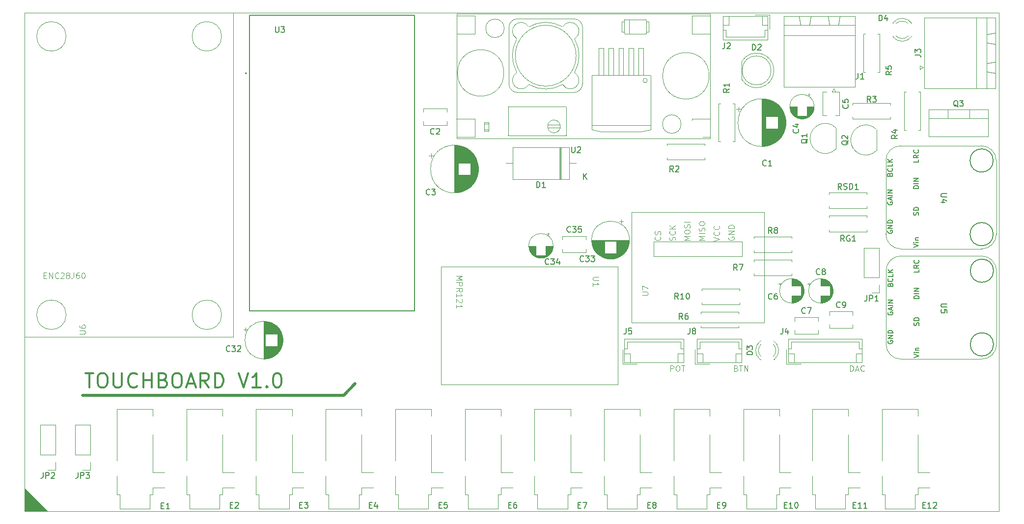
<source format=gbr>
%TF.GenerationSoftware,KiCad,Pcbnew,8.0.4*%
%TF.CreationDate,2024-10-16T11:02:59-05:00*%
%TF.ProjectId,touchboard,746f7563-6862-46f6-9172-642e6b696361,rev?*%
%TF.SameCoordinates,Original*%
%TF.FileFunction,Legend,Top*%
%TF.FilePolarity,Positive*%
%FSLAX46Y46*%
G04 Gerber Fmt 4.6, Leading zero omitted, Abs format (unit mm)*
G04 Created by KiCad (PCBNEW 8.0.4) date 2024-10-16 11:02:59*
%MOMM*%
%LPD*%
G01*
G04 APERTURE LIST*
%ADD10C,0.100000*%
%ADD11C,0.500000*%
%ADD12C,0.312500*%
%ADD13C,0.150000*%
%ADD14C,0.152400*%
%ADD15C,0.120000*%
%ADD16C,0.127000*%
%ADD17C,0.200000*%
%ADD18C,0.050000*%
%ADD19C,0.203200*%
G04 APERTURE END LIST*
D10*
X46000000Y-129000000D02*
X42000000Y-129000000D01*
X42000000Y-125000000D01*
X46000000Y-129000000D01*
G36*
X46000000Y-129000000D02*
G01*
X42000000Y-129000000D01*
X42000000Y-125000000D01*
X46000000Y-129000000D01*
G37*
X42000000Y-43060000D02*
X210000000Y-43060000D01*
X210000000Y-129000000D01*
X42000000Y-129000000D01*
X42000000Y-43060000D01*
D11*
X97000000Y-109000000D02*
X99000000Y-107000000D01*
X52000000Y-109000000D02*
X97000000Y-109000000D01*
D10*
X184303884Y-104872419D02*
X184303884Y-103872419D01*
X184303884Y-103872419D02*
X184541979Y-103872419D01*
X184541979Y-103872419D02*
X184684836Y-103920038D01*
X184684836Y-103920038D02*
X184780074Y-104015276D01*
X184780074Y-104015276D02*
X184827693Y-104110514D01*
X184827693Y-104110514D02*
X184875312Y-104300990D01*
X184875312Y-104300990D02*
X184875312Y-104443847D01*
X184875312Y-104443847D02*
X184827693Y-104634323D01*
X184827693Y-104634323D02*
X184780074Y-104729561D01*
X184780074Y-104729561D02*
X184684836Y-104824800D01*
X184684836Y-104824800D02*
X184541979Y-104872419D01*
X184541979Y-104872419D02*
X184303884Y-104872419D01*
X185256265Y-104586704D02*
X185732455Y-104586704D01*
X185161027Y-104872419D02*
X185494360Y-103872419D01*
X185494360Y-103872419D02*
X185827693Y-104872419D01*
X186732455Y-104777180D02*
X186684836Y-104824800D01*
X186684836Y-104824800D02*
X186541979Y-104872419D01*
X186541979Y-104872419D02*
X186446741Y-104872419D01*
X186446741Y-104872419D02*
X186303884Y-104824800D01*
X186303884Y-104824800D02*
X186208646Y-104729561D01*
X186208646Y-104729561D02*
X186161027Y-104634323D01*
X186161027Y-104634323D02*
X186113408Y-104443847D01*
X186113408Y-104443847D02*
X186113408Y-104300990D01*
X186113408Y-104300990D02*
X186161027Y-104110514D01*
X186161027Y-104110514D02*
X186208646Y-104015276D01*
X186208646Y-104015276D02*
X186303884Y-103920038D01*
X186303884Y-103920038D02*
X186446741Y-103872419D01*
X186446741Y-103872419D02*
X186541979Y-103872419D01*
X186541979Y-103872419D02*
X186684836Y-103920038D01*
X186684836Y-103920038D02*
X186732455Y-103967657D01*
X153303884Y-104872419D02*
X153303884Y-103872419D01*
X153303884Y-103872419D02*
X153684836Y-103872419D01*
X153684836Y-103872419D02*
X153780074Y-103920038D01*
X153780074Y-103920038D02*
X153827693Y-103967657D01*
X153827693Y-103967657D02*
X153875312Y-104062895D01*
X153875312Y-104062895D02*
X153875312Y-104205752D01*
X153875312Y-104205752D02*
X153827693Y-104300990D01*
X153827693Y-104300990D02*
X153780074Y-104348609D01*
X153780074Y-104348609D02*
X153684836Y-104396228D01*
X153684836Y-104396228D02*
X153303884Y-104396228D01*
X154494360Y-103872419D02*
X154684836Y-103872419D01*
X154684836Y-103872419D02*
X154780074Y-103920038D01*
X154780074Y-103920038D02*
X154875312Y-104015276D01*
X154875312Y-104015276D02*
X154922931Y-104205752D01*
X154922931Y-104205752D02*
X154922931Y-104539085D01*
X154922931Y-104539085D02*
X154875312Y-104729561D01*
X154875312Y-104729561D02*
X154780074Y-104824800D01*
X154780074Y-104824800D02*
X154684836Y-104872419D01*
X154684836Y-104872419D02*
X154494360Y-104872419D01*
X154494360Y-104872419D02*
X154399122Y-104824800D01*
X154399122Y-104824800D02*
X154303884Y-104729561D01*
X154303884Y-104729561D02*
X154256265Y-104539085D01*
X154256265Y-104539085D02*
X154256265Y-104205752D01*
X154256265Y-104205752D02*
X154303884Y-104015276D01*
X154303884Y-104015276D02*
X154399122Y-103920038D01*
X154399122Y-103920038D02*
X154494360Y-103872419D01*
X155208646Y-103872419D02*
X155780074Y-103872419D01*
X155494360Y-104872419D02*
X155494360Y-103872419D01*
D12*
X52443687Y-105177797D02*
X53872258Y-105177797D01*
X53157972Y-107677797D02*
X53157972Y-105177797D01*
X55181782Y-105177797D02*
X55657973Y-105177797D01*
X55657973Y-105177797D02*
X55896068Y-105296845D01*
X55896068Y-105296845D02*
X56134163Y-105534940D01*
X56134163Y-105534940D02*
X56253211Y-106011130D01*
X56253211Y-106011130D02*
X56253211Y-106844464D01*
X56253211Y-106844464D02*
X56134163Y-107320654D01*
X56134163Y-107320654D02*
X55896068Y-107558750D01*
X55896068Y-107558750D02*
X55657973Y-107677797D01*
X55657973Y-107677797D02*
X55181782Y-107677797D01*
X55181782Y-107677797D02*
X54943687Y-107558750D01*
X54943687Y-107558750D02*
X54705592Y-107320654D01*
X54705592Y-107320654D02*
X54586544Y-106844464D01*
X54586544Y-106844464D02*
X54586544Y-106011130D01*
X54586544Y-106011130D02*
X54705592Y-105534940D01*
X54705592Y-105534940D02*
X54943687Y-105296845D01*
X54943687Y-105296845D02*
X55181782Y-105177797D01*
X57324640Y-105177797D02*
X57324640Y-107201607D01*
X57324640Y-107201607D02*
X57443687Y-107439702D01*
X57443687Y-107439702D02*
X57562735Y-107558750D01*
X57562735Y-107558750D02*
X57800830Y-107677797D01*
X57800830Y-107677797D02*
X58277021Y-107677797D01*
X58277021Y-107677797D02*
X58515116Y-107558750D01*
X58515116Y-107558750D02*
X58634163Y-107439702D01*
X58634163Y-107439702D02*
X58753211Y-107201607D01*
X58753211Y-107201607D02*
X58753211Y-105177797D01*
X61372259Y-107439702D02*
X61253211Y-107558750D01*
X61253211Y-107558750D02*
X60896069Y-107677797D01*
X60896069Y-107677797D02*
X60657973Y-107677797D01*
X60657973Y-107677797D02*
X60300830Y-107558750D01*
X60300830Y-107558750D02*
X60062735Y-107320654D01*
X60062735Y-107320654D02*
X59943688Y-107082559D01*
X59943688Y-107082559D02*
X59824640Y-106606369D01*
X59824640Y-106606369D02*
X59824640Y-106249226D01*
X59824640Y-106249226D02*
X59943688Y-105773035D01*
X59943688Y-105773035D02*
X60062735Y-105534940D01*
X60062735Y-105534940D02*
X60300830Y-105296845D01*
X60300830Y-105296845D02*
X60657973Y-105177797D01*
X60657973Y-105177797D02*
X60896069Y-105177797D01*
X60896069Y-105177797D02*
X61253211Y-105296845D01*
X61253211Y-105296845D02*
X61372259Y-105415892D01*
X62443688Y-107677797D02*
X62443688Y-105177797D01*
X62443688Y-106368273D02*
X63872259Y-106368273D01*
X63872259Y-107677797D02*
X63872259Y-105177797D01*
X65896069Y-106368273D02*
X66253212Y-106487321D01*
X66253212Y-106487321D02*
X66372259Y-106606369D01*
X66372259Y-106606369D02*
X66491307Y-106844464D01*
X66491307Y-106844464D02*
X66491307Y-107201607D01*
X66491307Y-107201607D02*
X66372259Y-107439702D01*
X66372259Y-107439702D02*
X66253212Y-107558750D01*
X66253212Y-107558750D02*
X66015117Y-107677797D01*
X66015117Y-107677797D02*
X65062736Y-107677797D01*
X65062736Y-107677797D02*
X65062736Y-105177797D01*
X65062736Y-105177797D02*
X65896069Y-105177797D01*
X65896069Y-105177797D02*
X66134164Y-105296845D01*
X66134164Y-105296845D02*
X66253212Y-105415892D01*
X66253212Y-105415892D02*
X66372259Y-105653988D01*
X66372259Y-105653988D02*
X66372259Y-105892083D01*
X66372259Y-105892083D02*
X66253212Y-106130178D01*
X66253212Y-106130178D02*
X66134164Y-106249226D01*
X66134164Y-106249226D02*
X65896069Y-106368273D01*
X65896069Y-106368273D02*
X65062736Y-106368273D01*
X68038926Y-105177797D02*
X68515117Y-105177797D01*
X68515117Y-105177797D02*
X68753212Y-105296845D01*
X68753212Y-105296845D02*
X68991307Y-105534940D01*
X68991307Y-105534940D02*
X69110355Y-106011130D01*
X69110355Y-106011130D02*
X69110355Y-106844464D01*
X69110355Y-106844464D02*
X68991307Y-107320654D01*
X68991307Y-107320654D02*
X68753212Y-107558750D01*
X68753212Y-107558750D02*
X68515117Y-107677797D01*
X68515117Y-107677797D02*
X68038926Y-107677797D01*
X68038926Y-107677797D02*
X67800831Y-107558750D01*
X67800831Y-107558750D02*
X67562736Y-107320654D01*
X67562736Y-107320654D02*
X67443688Y-106844464D01*
X67443688Y-106844464D02*
X67443688Y-106011130D01*
X67443688Y-106011130D02*
X67562736Y-105534940D01*
X67562736Y-105534940D02*
X67800831Y-105296845D01*
X67800831Y-105296845D02*
X68038926Y-105177797D01*
X70062736Y-106963511D02*
X71253212Y-106963511D01*
X69824641Y-107677797D02*
X70657974Y-105177797D01*
X70657974Y-105177797D02*
X71491307Y-107677797D01*
X73753212Y-107677797D02*
X72919879Y-106487321D01*
X72324641Y-107677797D02*
X72324641Y-105177797D01*
X72324641Y-105177797D02*
X73277022Y-105177797D01*
X73277022Y-105177797D02*
X73515117Y-105296845D01*
X73515117Y-105296845D02*
X73634164Y-105415892D01*
X73634164Y-105415892D02*
X73753212Y-105653988D01*
X73753212Y-105653988D02*
X73753212Y-106011130D01*
X73753212Y-106011130D02*
X73634164Y-106249226D01*
X73634164Y-106249226D02*
X73515117Y-106368273D01*
X73515117Y-106368273D02*
X73277022Y-106487321D01*
X73277022Y-106487321D02*
X72324641Y-106487321D01*
X74824641Y-107677797D02*
X74824641Y-105177797D01*
X74824641Y-105177797D02*
X75419879Y-105177797D01*
X75419879Y-105177797D02*
X75777022Y-105296845D01*
X75777022Y-105296845D02*
X76015117Y-105534940D01*
X76015117Y-105534940D02*
X76134164Y-105773035D01*
X76134164Y-105773035D02*
X76253212Y-106249226D01*
X76253212Y-106249226D02*
X76253212Y-106606369D01*
X76253212Y-106606369D02*
X76134164Y-107082559D01*
X76134164Y-107082559D02*
X76015117Y-107320654D01*
X76015117Y-107320654D02*
X75777022Y-107558750D01*
X75777022Y-107558750D02*
X75419879Y-107677797D01*
X75419879Y-107677797D02*
X74824641Y-107677797D01*
X78872260Y-105177797D02*
X79705593Y-107677797D01*
X79705593Y-107677797D02*
X80538926Y-105177797D01*
X82681783Y-107677797D02*
X81253212Y-107677797D01*
X81967498Y-107677797D02*
X81967498Y-105177797D01*
X81967498Y-105177797D02*
X81729402Y-105534940D01*
X81729402Y-105534940D02*
X81491307Y-105773035D01*
X81491307Y-105773035D02*
X81253212Y-105892083D01*
X83753212Y-107439702D02*
X83872259Y-107558750D01*
X83872259Y-107558750D02*
X83753212Y-107677797D01*
X83753212Y-107677797D02*
X83634164Y-107558750D01*
X83634164Y-107558750D02*
X83753212Y-107439702D01*
X83753212Y-107439702D02*
X83753212Y-107677797D01*
X85419878Y-105177797D02*
X85657973Y-105177797D01*
X85657973Y-105177797D02*
X85896069Y-105296845D01*
X85896069Y-105296845D02*
X86015116Y-105415892D01*
X86015116Y-105415892D02*
X86134164Y-105653988D01*
X86134164Y-105653988D02*
X86253211Y-106130178D01*
X86253211Y-106130178D02*
X86253211Y-106725416D01*
X86253211Y-106725416D02*
X86134164Y-107201607D01*
X86134164Y-107201607D02*
X86015116Y-107439702D01*
X86015116Y-107439702D02*
X85896069Y-107558750D01*
X85896069Y-107558750D02*
X85657973Y-107677797D01*
X85657973Y-107677797D02*
X85419878Y-107677797D01*
X85419878Y-107677797D02*
X85181783Y-107558750D01*
X85181783Y-107558750D02*
X85062735Y-107439702D01*
X85062735Y-107439702D02*
X84943688Y-107201607D01*
X84943688Y-107201607D02*
X84824640Y-106725416D01*
X84824640Y-106725416D02*
X84824640Y-106130178D01*
X84824640Y-106130178D02*
X84943688Y-105653988D01*
X84943688Y-105653988D02*
X85062735Y-105415892D01*
X85062735Y-105415892D02*
X85181783Y-105296845D01*
X85181783Y-105296845D02*
X85419878Y-105177797D01*
D10*
X164637217Y-104348609D02*
X164780074Y-104396228D01*
X164780074Y-104396228D02*
X164827693Y-104443847D01*
X164827693Y-104443847D02*
X164875312Y-104539085D01*
X164875312Y-104539085D02*
X164875312Y-104681942D01*
X164875312Y-104681942D02*
X164827693Y-104777180D01*
X164827693Y-104777180D02*
X164780074Y-104824800D01*
X164780074Y-104824800D02*
X164684836Y-104872419D01*
X164684836Y-104872419D02*
X164303884Y-104872419D01*
X164303884Y-104872419D02*
X164303884Y-103872419D01*
X164303884Y-103872419D02*
X164637217Y-103872419D01*
X164637217Y-103872419D02*
X164732455Y-103920038D01*
X164732455Y-103920038D02*
X164780074Y-103967657D01*
X164780074Y-103967657D02*
X164827693Y-104062895D01*
X164827693Y-104062895D02*
X164827693Y-104158133D01*
X164827693Y-104158133D02*
X164780074Y-104253371D01*
X164780074Y-104253371D02*
X164732455Y-104300990D01*
X164732455Y-104300990D02*
X164637217Y-104348609D01*
X164637217Y-104348609D02*
X164303884Y-104348609D01*
X165161027Y-103872419D02*
X165732455Y-103872419D01*
X165446741Y-104872419D02*
X165446741Y-103872419D01*
X166065789Y-104872419D02*
X166065789Y-103872419D01*
X166065789Y-103872419D02*
X166637217Y-104872419D01*
X166637217Y-104872419D02*
X166637217Y-103872419D01*
X51457419Y-98431904D02*
X52266942Y-98431904D01*
X52266942Y-98431904D02*
X52362180Y-98384285D01*
X52362180Y-98384285D02*
X52409800Y-98336666D01*
X52409800Y-98336666D02*
X52457419Y-98241428D01*
X52457419Y-98241428D02*
X52457419Y-98050952D01*
X52457419Y-98050952D02*
X52409800Y-97955714D01*
X52409800Y-97955714D02*
X52362180Y-97908095D01*
X52362180Y-97908095D02*
X52266942Y-97860476D01*
X52266942Y-97860476D02*
X51457419Y-97860476D01*
X51457419Y-96955714D02*
X51457419Y-97146190D01*
X51457419Y-97146190D02*
X51505038Y-97241428D01*
X51505038Y-97241428D02*
X51552657Y-97289047D01*
X51552657Y-97289047D02*
X51695514Y-97384285D01*
X51695514Y-97384285D02*
X51885990Y-97431904D01*
X51885990Y-97431904D02*
X52266942Y-97431904D01*
X52266942Y-97431904D02*
X52362180Y-97384285D01*
X52362180Y-97384285D02*
X52409800Y-97336666D01*
X52409800Y-97336666D02*
X52457419Y-97241428D01*
X52457419Y-97241428D02*
X52457419Y-97050952D01*
X52457419Y-97050952D02*
X52409800Y-96955714D01*
X52409800Y-96955714D02*
X52362180Y-96908095D01*
X52362180Y-96908095D02*
X52266942Y-96860476D01*
X52266942Y-96860476D02*
X52028847Y-96860476D01*
X52028847Y-96860476D02*
X51933609Y-96908095D01*
X51933609Y-96908095D02*
X51885990Y-96955714D01*
X51885990Y-96955714D02*
X51838371Y-97050952D01*
X51838371Y-97050952D02*
X51838371Y-97241428D01*
X51838371Y-97241428D02*
X51885990Y-97336666D01*
X51885990Y-97336666D02*
X51933609Y-97384285D01*
X51933609Y-97384285D02*
X52028847Y-97431904D01*
X45303884Y-88348609D02*
X45637217Y-88348609D01*
X45780074Y-88872419D02*
X45303884Y-88872419D01*
X45303884Y-88872419D02*
X45303884Y-87872419D01*
X45303884Y-87872419D02*
X45780074Y-87872419D01*
X46208646Y-88872419D02*
X46208646Y-87872419D01*
X46208646Y-87872419D02*
X46780074Y-88872419D01*
X46780074Y-88872419D02*
X46780074Y-87872419D01*
X47827693Y-88777180D02*
X47780074Y-88824800D01*
X47780074Y-88824800D02*
X47637217Y-88872419D01*
X47637217Y-88872419D02*
X47541979Y-88872419D01*
X47541979Y-88872419D02*
X47399122Y-88824800D01*
X47399122Y-88824800D02*
X47303884Y-88729561D01*
X47303884Y-88729561D02*
X47256265Y-88634323D01*
X47256265Y-88634323D02*
X47208646Y-88443847D01*
X47208646Y-88443847D02*
X47208646Y-88300990D01*
X47208646Y-88300990D02*
X47256265Y-88110514D01*
X47256265Y-88110514D02*
X47303884Y-88015276D01*
X47303884Y-88015276D02*
X47399122Y-87920038D01*
X47399122Y-87920038D02*
X47541979Y-87872419D01*
X47541979Y-87872419D02*
X47637217Y-87872419D01*
X47637217Y-87872419D02*
X47780074Y-87920038D01*
X47780074Y-87920038D02*
X47827693Y-87967657D01*
X48208646Y-87967657D02*
X48256265Y-87920038D01*
X48256265Y-87920038D02*
X48351503Y-87872419D01*
X48351503Y-87872419D02*
X48589598Y-87872419D01*
X48589598Y-87872419D02*
X48684836Y-87920038D01*
X48684836Y-87920038D02*
X48732455Y-87967657D01*
X48732455Y-87967657D02*
X48780074Y-88062895D01*
X48780074Y-88062895D02*
X48780074Y-88158133D01*
X48780074Y-88158133D02*
X48732455Y-88300990D01*
X48732455Y-88300990D02*
X48161027Y-88872419D01*
X48161027Y-88872419D02*
X48780074Y-88872419D01*
X49351503Y-88300990D02*
X49256265Y-88253371D01*
X49256265Y-88253371D02*
X49208646Y-88205752D01*
X49208646Y-88205752D02*
X49161027Y-88110514D01*
X49161027Y-88110514D02*
X49161027Y-88062895D01*
X49161027Y-88062895D02*
X49208646Y-87967657D01*
X49208646Y-87967657D02*
X49256265Y-87920038D01*
X49256265Y-87920038D02*
X49351503Y-87872419D01*
X49351503Y-87872419D02*
X49541979Y-87872419D01*
X49541979Y-87872419D02*
X49637217Y-87920038D01*
X49637217Y-87920038D02*
X49684836Y-87967657D01*
X49684836Y-87967657D02*
X49732455Y-88062895D01*
X49732455Y-88062895D02*
X49732455Y-88110514D01*
X49732455Y-88110514D02*
X49684836Y-88205752D01*
X49684836Y-88205752D02*
X49637217Y-88253371D01*
X49637217Y-88253371D02*
X49541979Y-88300990D01*
X49541979Y-88300990D02*
X49351503Y-88300990D01*
X49351503Y-88300990D02*
X49256265Y-88348609D01*
X49256265Y-88348609D02*
X49208646Y-88396228D01*
X49208646Y-88396228D02*
X49161027Y-88491466D01*
X49161027Y-88491466D02*
X49161027Y-88681942D01*
X49161027Y-88681942D02*
X49208646Y-88777180D01*
X49208646Y-88777180D02*
X49256265Y-88824800D01*
X49256265Y-88824800D02*
X49351503Y-88872419D01*
X49351503Y-88872419D02*
X49541979Y-88872419D01*
X49541979Y-88872419D02*
X49637217Y-88824800D01*
X49637217Y-88824800D02*
X49684836Y-88777180D01*
X49684836Y-88777180D02*
X49732455Y-88681942D01*
X49732455Y-88681942D02*
X49732455Y-88491466D01*
X49732455Y-88491466D02*
X49684836Y-88396228D01*
X49684836Y-88396228D02*
X49637217Y-88348609D01*
X49637217Y-88348609D02*
X49541979Y-88300990D01*
X50446741Y-87872419D02*
X50446741Y-88586704D01*
X50446741Y-88586704D02*
X50399122Y-88729561D01*
X50399122Y-88729561D02*
X50303884Y-88824800D01*
X50303884Y-88824800D02*
X50161027Y-88872419D01*
X50161027Y-88872419D02*
X50065789Y-88872419D01*
X51351503Y-87872419D02*
X51161027Y-87872419D01*
X51161027Y-87872419D02*
X51065789Y-87920038D01*
X51065789Y-87920038D02*
X51018170Y-87967657D01*
X51018170Y-87967657D02*
X50922932Y-88110514D01*
X50922932Y-88110514D02*
X50875313Y-88300990D01*
X50875313Y-88300990D02*
X50875313Y-88681942D01*
X50875313Y-88681942D02*
X50922932Y-88777180D01*
X50922932Y-88777180D02*
X50970551Y-88824800D01*
X50970551Y-88824800D02*
X51065789Y-88872419D01*
X51065789Y-88872419D02*
X51256265Y-88872419D01*
X51256265Y-88872419D02*
X51351503Y-88824800D01*
X51351503Y-88824800D02*
X51399122Y-88777180D01*
X51399122Y-88777180D02*
X51446741Y-88681942D01*
X51446741Y-88681942D02*
X51446741Y-88443847D01*
X51446741Y-88443847D02*
X51399122Y-88348609D01*
X51399122Y-88348609D02*
X51351503Y-88300990D01*
X51351503Y-88300990D02*
X51256265Y-88253371D01*
X51256265Y-88253371D02*
X51065789Y-88253371D01*
X51065789Y-88253371D02*
X50970551Y-88300990D01*
X50970551Y-88300990D02*
X50922932Y-88348609D01*
X50922932Y-88348609D02*
X50875313Y-88443847D01*
X52065789Y-87872419D02*
X52161027Y-87872419D01*
X52161027Y-87872419D02*
X52256265Y-87920038D01*
X52256265Y-87920038D02*
X52303884Y-87967657D01*
X52303884Y-87967657D02*
X52351503Y-88062895D01*
X52351503Y-88062895D02*
X52399122Y-88253371D01*
X52399122Y-88253371D02*
X52399122Y-88491466D01*
X52399122Y-88491466D02*
X52351503Y-88681942D01*
X52351503Y-88681942D02*
X52303884Y-88777180D01*
X52303884Y-88777180D02*
X52256265Y-88824800D01*
X52256265Y-88824800D02*
X52161027Y-88872419D01*
X52161027Y-88872419D02*
X52065789Y-88872419D01*
X52065789Y-88872419D02*
X51970551Y-88824800D01*
X51970551Y-88824800D02*
X51922932Y-88777180D01*
X51922932Y-88777180D02*
X51875313Y-88681942D01*
X51875313Y-88681942D02*
X51827694Y-88491466D01*
X51827694Y-88491466D02*
X51827694Y-88253371D01*
X51827694Y-88253371D02*
X51875313Y-88062895D01*
X51875313Y-88062895D02*
X51922932Y-87967657D01*
X51922932Y-87967657D02*
X51970551Y-87920038D01*
X51970551Y-87920038D02*
X52065789Y-87872419D01*
X140972580Y-88618095D02*
X140163057Y-88618095D01*
X140163057Y-88618095D02*
X140067819Y-88665714D01*
X140067819Y-88665714D02*
X140020200Y-88713333D01*
X140020200Y-88713333D02*
X139972580Y-88808571D01*
X139972580Y-88808571D02*
X139972580Y-88999047D01*
X139972580Y-88999047D02*
X140020200Y-89094285D01*
X140020200Y-89094285D02*
X140067819Y-89141904D01*
X140067819Y-89141904D02*
X140163057Y-89189523D01*
X140163057Y-89189523D02*
X140972580Y-89189523D01*
X139972580Y-90189523D02*
X139972580Y-89618095D01*
X139972580Y-89903809D02*
X140972580Y-89903809D01*
X140972580Y-89903809D02*
X140829723Y-89808571D01*
X140829723Y-89808571D02*
X140734485Y-89713333D01*
X140734485Y-89713333D02*
X140686866Y-89618095D01*
X116427580Y-88413884D02*
X117427580Y-88413884D01*
X117427580Y-88413884D02*
X116713295Y-88747217D01*
X116713295Y-88747217D02*
X117427580Y-89080550D01*
X117427580Y-89080550D02*
X116427580Y-89080550D01*
X116427580Y-89556741D02*
X117427580Y-89556741D01*
X117427580Y-89556741D02*
X117427580Y-89937693D01*
X117427580Y-89937693D02*
X117379961Y-90032931D01*
X117379961Y-90032931D02*
X117332342Y-90080550D01*
X117332342Y-90080550D02*
X117237104Y-90128169D01*
X117237104Y-90128169D02*
X117094247Y-90128169D01*
X117094247Y-90128169D02*
X116999009Y-90080550D01*
X116999009Y-90080550D02*
X116951390Y-90032931D01*
X116951390Y-90032931D02*
X116903771Y-89937693D01*
X116903771Y-89937693D02*
X116903771Y-89556741D01*
X116427580Y-91128169D02*
X116903771Y-90794836D01*
X116427580Y-90556741D02*
X117427580Y-90556741D01*
X117427580Y-90556741D02*
X117427580Y-90937693D01*
X117427580Y-90937693D02*
X117379961Y-91032931D01*
X117379961Y-91032931D02*
X117332342Y-91080550D01*
X117332342Y-91080550D02*
X117237104Y-91128169D01*
X117237104Y-91128169D02*
X117094247Y-91128169D01*
X117094247Y-91128169D02*
X116999009Y-91080550D01*
X116999009Y-91080550D02*
X116951390Y-91032931D01*
X116951390Y-91032931D02*
X116903771Y-90937693D01*
X116903771Y-90937693D02*
X116903771Y-90556741D01*
X116427580Y-92080550D02*
X116427580Y-91509122D01*
X116427580Y-91794836D02*
X117427580Y-91794836D01*
X117427580Y-91794836D02*
X117284723Y-91699598D01*
X117284723Y-91699598D02*
X117189485Y-91604360D01*
X117189485Y-91604360D02*
X117141866Y-91509122D01*
X117332342Y-92461503D02*
X117379961Y-92509122D01*
X117379961Y-92509122D02*
X117427580Y-92604360D01*
X117427580Y-92604360D02*
X117427580Y-92842455D01*
X117427580Y-92842455D02*
X117379961Y-92937693D01*
X117379961Y-92937693D02*
X117332342Y-92985312D01*
X117332342Y-92985312D02*
X117237104Y-93032931D01*
X117237104Y-93032931D02*
X117141866Y-93032931D01*
X117141866Y-93032931D02*
X116999009Y-92985312D01*
X116999009Y-92985312D02*
X116427580Y-92413884D01*
X116427580Y-92413884D02*
X116427580Y-93032931D01*
X116427580Y-93985312D02*
X116427580Y-93413884D01*
X116427580Y-93699598D02*
X117427580Y-93699598D01*
X117427580Y-93699598D02*
X117284723Y-93604360D01*
X117284723Y-93604360D02*
X117189485Y-93509122D01*
X117189485Y-93509122D02*
X117141866Y-93413884D01*
D13*
X187833333Y-58454819D02*
X187500000Y-57978628D01*
X187261905Y-58454819D02*
X187261905Y-57454819D01*
X187261905Y-57454819D02*
X187642857Y-57454819D01*
X187642857Y-57454819D02*
X187738095Y-57502438D01*
X187738095Y-57502438D02*
X187785714Y-57550057D01*
X187785714Y-57550057D02*
X187833333Y-57645295D01*
X187833333Y-57645295D02*
X187833333Y-57788152D01*
X187833333Y-57788152D02*
X187785714Y-57883390D01*
X187785714Y-57883390D02*
X187738095Y-57931009D01*
X187738095Y-57931009D02*
X187642857Y-57978628D01*
X187642857Y-57978628D02*
X187261905Y-57978628D01*
X188166667Y-57454819D02*
X188785714Y-57454819D01*
X188785714Y-57454819D02*
X188452381Y-57835771D01*
X188452381Y-57835771D02*
X188595238Y-57835771D01*
X188595238Y-57835771D02*
X188690476Y-57883390D01*
X188690476Y-57883390D02*
X188738095Y-57931009D01*
X188738095Y-57931009D02*
X188785714Y-58026247D01*
X188785714Y-58026247D02*
X188785714Y-58264342D01*
X188785714Y-58264342D02*
X188738095Y-58359580D01*
X188738095Y-58359580D02*
X188690476Y-58407200D01*
X188690476Y-58407200D02*
X188595238Y-58454819D01*
X188595238Y-58454819D02*
X188309524Y-58454819D01*
X188309524Y-58454819D02*
X188214286Y-58407200D01*
X188214286Y-58407200D02*
X188166667Y-58359580D01*
X175359580Y-63166666D02*
X175407200Y-63214285D01*
X175407200Y-63214285D02*
X175454819Y-63357142D01*
X175454819Y-63357142D02*
X175454819Y-63452380D01*
X175454819Y-63452380D02*
X175407200Y-63595237D01*
X175407200Y-63595237D02*
X175311961Y-63690475D01*
X175311961Y-63690475D02*
X175216723Y-63738094D01*
X175216723Y-63738094D02*
X175026247Y-63785713D01*
X175026247Y-63785713D02*
X174883390Y-63785713D01*
X174883390Y-63785713D02*
X174692914Y-63738094D01*
X174692914Y-63738094D02*
X174597676Y-63690475D01*
X174597676Y-63690475D02*
X174502438Y-63595237D01*
X174502438Y-63595237D02*
X174454819Y-63452380D01*
X174454819Y-63452380D02*
X174454819Y-63357142D01*
X174454819Y-63357142D02*
X174502438Y-63214285D01*
X174502438Y-63214285D02*
X174550057Y-63166666D01*
X174788152Y-62309523D02*
X175454819Y-62309523D01*
X174407200Y-62547618D02*
X175121485Y-62785713D01*
X175121485Y-62785713D02*
X175121485Y-62166666D01*
X136107142Y-80809580D02*
X136059523Y-80857200D01*
X136059523Y-80857200D02*
X135916666Y-80904819D01*
X135916666Y-80904819D02*
X135821428Y-80904819D01*
X135821428Y-80904819D02*
X135678571Y-80857200D01*
X135678571Y-80857200D02*
X135583333Y-80761961D01*
X135583333Y-80761961D02*
X135535714Y-80666723D01*
X135535714Y-80666723D02*
X135488095Y-80476247D01*
X135488095Y-80476247D02*
X135488095Y-80333390D01*
X135488095Y-80333390D02*
X135535714Y-80142914D01*
X135535714Y-80142914D02*
X135583333Y-80047676D01*
X135583333Y-80047676D02*
X135678571Y-79952438D01*
X135678571Y-79952438D02*
X135821428Y-79904819D01*
X135821428Y-79904819D02*
X135916666Y-79904819D01*
X135916666Y-79904819D02*
X136059523Y-79952438D01*
X136059523Y-79952438D02*
X136107142Y-80000057D01*
X136440476Y-79904819D02*
X137059523Y-79904819D01*
X137059523Y-79904819D02*
X136726190Y-80285771D01*
X136726190Y-80285771D02*
X136869047Y-80285771D01*
X136869047Y-80285771D02*
X136964285Y-80333390D01*
X136964285Y-80333390D02*
X137011904Y-80381009D01*
X137011904Y-80381009D02*
X137059523Y-80476247D01*
X137059523Y-80476247D02*
X137059523Y-80714342D01*
X137059523Y-80714342D02*
X137011904Y-80809580D01*
X137011904Y-80809580D02*
X136964285Y-80857200D01*
X136964285Y-80857200D02*
X136869047Y-80904819D01*
X136869047Y-80904819D02*
X136583333Y-80904819D01*
X136583333Y-80904819D02*
X136488095Y-80857200D01*
X136488095Y-80857200D02*
X136440476Y-80809580D01*
X137964285Y-79904819D02*
X137488095Y-79904819D01*
X137488095Y-79904819D02*
X137440476Y-80381009D01*
X137440476Y-80381009D02*
X137488095Y-80333390D01*
X137488095Y-80333390D02*
X137583333Y-80285771D01*
X137583333Y-80285771D02*
X137821428Y-80285771D01*
X137821428Y-80285771D02*
X137916666Y-80333390D01*
X137916666Y-80333390D02*
X137964285Y-80381009D01*
X137964285Y-80381009D02*
X138011904Y-80476247D01*
X138011904Y-80476247D02*
X138011904Y-80714342D01*
X138011904Y-80714342D02*
X137964285Y-80809580D01*
X137964285Y-80809580D02*
X137916666Y-80857200D01*
X137916666Y-80857200D02*
X137821428Y-80904819D01*
X137821428Y-80904819D02*
X137583333Y-80904819D01*
X137583333Y-80904819D02*
X137488095Y-80857200D01*
X137488095Y-80857200D02*
X137440476Y-80809580D01*
X202904761Y-59280057D02*
X202809523Y-59232438D01*
X202809523Y-59232438D02*
X202714285Y-59137200D01*
X202714285Y-59137200D02*
X202571428Y-58994342D01*
X202571428Y-58994342D02*
X202476190Y-58946723D01*
X202476190Y-58946723D02*
X202380952Y-58946723D01*
X202428571Y-59184819D02*
X202333333Y-59137200D01*
X202333333Y-59137200D02*
X202238095Y-59041961D01*
X202238095Y-59041961D02*
X202190476Y-58851485D01*
X202190476Y-58851485D02*
X202190476Y-58518152D01*
X202190476Y-58518152D02*
X202238095Y-58327676D01*
X202238095Y-58327676D02*
X202333333Y-58232438D01*
X202333333Y-58232438D02*
X202428571Y-58184819D01*
X202428571Y-58184819D02*
X202619047Y-58184819D01*
X202619047Y-58184819D02*
X202714285Y-58232438D01*
X202714285Y-58232438D02*
X202809523Y-58327676D01*
X202809523Y-58327676D02*
X202857142Y-58518152D01*
X202857142Y-58518152D02*
X202857142Y-58851485D01*
X202857142Y-58851485D02*
X202809523Y-59041961D01*
X202809523Y-59041961D02*
X202714285Y-59137200D01*
X202714285Y-59137200D02*
X202619047Y-59184819D01*
X202619047Y-59184819D02*
X202428571Y-59184819D01*
X203190476Y-58184819D02*
X203809523Y-58184819D01*
X203809523Y-58184819D02*
X203476190Y-58565771D01*
X203476190Y-58565771D02*
X203619047Y-58565771D01*
X203619047Y-58565771D02*
X203714285Y-58613390D01*
X203714285Y-58613390D02*
X203761904Y-58661009D01*
X203761904Y-58661009D02*
X203809523Y-58756247D01*
X203809523Y-58756247D02*
X203809523Y-58994342D01*
X203809523Y-58994342D02*
X203761904Y-59089580D01*
X203761904Y-59089580D02*
X203714285Y-59137200D01*
X203714285Y-59137200D02*
X203619047Y-59184819D01*
X203619047Y-59184819D02*
X203333333Y-59184819D01*
X203333333Y-59184819D02*
X203238095Y-59137200D01*
X203238095Y-59137200D02*
X203190476Y-59089580D01*
X179083333Y-88109580D02*
X179035714Y-88157200D01*
X179035714Y-88157200D02*
X178892857Y-88204819D01*
X178892857Y-88204819D02*
X178797619Y-88204819D01*
X178797619Y-88204819D02*
X178654762Y-88157200D01*
X178654762Y-88157200D02*
X178559524Y-88061961D01*
X178559524Y-88061961D02*
X178511905Y-87966723D01*
X178511905Y-87966723D02*
X178464286Y-87776247D01*
X178464286Y-87776247D02*
X178464286Y-87633390D01*
X178464286Y-87633390D02*
X178511905Y-87442914D01*
X178511905Y-87442914D02*
X178559524Y-87347676D01*
X178559524Y-87347676D02*
X178654762Y-87252438D01*
X178654762Y-87252438D02*
X178797619Y-87204819D01*
X178797619Y-87204819D02*
X178892857Y-87204819D01*
X178892857Y-87204819D02*
X179035714Y-87252438D01*
X179035714Y-87252438D02*
X179083333Y-87300057D01*
X179654762Y-87633390D02*
X179559524Y-87585771D01*
X179559524Y-87585771D02*
X179511905Y-87538152D01*
X179511905Y-87538152D02*
X179464286Y-87442914D01*
X179464286Y-87442914D02*
X179464286Y-87395295D01*
X179464286Y-87395295D02*
X179511905Y-87300057D01*
X179511905Y-87300057D02*
X179559524Y-87252438D01*
X179559524Y-87252438D02*
X179654762Y-87204819D01*
X179654762Y-87204819D02*
X179845238Y-87204819D01*
X179845238Y-87204819D02*
X179940476Y-87252438D01*
X179940476Y-87252438D02*
X179988095Y-87300057D01*
X179988095Y-87300057D02*
X180035714Y-87395295D01*
X180035714Y-87395295D02*
X180035714Y-87442914D01*
X180035714Y-87442914D02*
X179988095Y-87538152D01*
X179988095Y-87538152D02*
X179940476Y-87585771D01*
X179940476Y-87585771D02*
X179845238Y-87633390D01*
X179845238Y-87633390D02*
X179654762Y-87633390D01*
X179654762Y-87633390D02*
X179559524Y-87681009D01*
X179559524Y-87681009D02*
X179511905Y-87728628D01*
X179511905Y-87728628D02*
X179464286Y-87823866D01*
X179464286Y-87823866D02*
X179464286Y-88014342D01*
X179464286Y-88014342D02*
X179511905Y-88109580D01*
X179511905Y-88109580D02*
X179559524Y-88157200D01*
X179559524Y-88157200D02*
X179654762Y-88204819D01*
X179654762Y-88204819D02*
X179845238Y-88204819D01*
X179845238Y-88204819D02*
X179940476Y-88157200D01*
X179940476Y-88157200D02*
X179988095Y-88109580D01*
X179988095Y-88109580D02*
X180035714Y-88014342D01*
X180035714Y-88014342D02*
X180035714Y-87823866D01*
X180035714Y-87823866D02*
X179988095Y-87728628D01*
X179988095Y-87728628D02*
X179940476Y-87681009D01*
X179940476Y-87681009D02*
X179845238Y-87633390D01*
X163454819Y-56166666D02*
X162978628Y-56499999D01*
X163454819Y-56738094D02*
X162454819Y-56738094D01*
X162454819Y-56738094D02*
X162454819Y-56357142D01*
X162454819Y-56357142D02*
X162502438Y-56261904D01*
X162502438Y-56261904D02*
X162550057Y-56214285D01*
X162550057Y-56214285D02*
X162645295Y-56166666D01*
X162645295Y-56166666D02*
X162788152Y-56166666D01*
X162788152Y-56166666D02*
X162883390Y-56214285D01*
X162883390Y-56214285D02*
X162931009Y-56261904D01*
X162931009Y-56261904D02*
X162978628Y-56357142D01*
X162978628Y-56357142D02*
X162978628Y-56738094D01*
X163454819Y-55214285D02*
X163454819Y-55785713D01*
X163454819Y-55499999D02*
X162454819Y-55499999D01*
X162454819Y-55499999D02*
X162597676Y-55595237D01*
X162597676Y-55595237D02*
X162692914Y-55690475D01*
X162692914Y-55690475D02*
X162740533Y-55785713D01*
X169833333Y-69359580D02*
X169785714Y-69407200D01*
X169785714Y-69407200D02*
X169642857Y-69454819D01*
X169642857Y-69454819D02*
X169547619Y-69454819D01*
X169547619Y-69454819D02*
X169404762Y-69407200D01*
X169404762Y-69407200D02*
X169309524Y-69311961D01*
X169309524Y-69311961D02*
X169261905Y-69216723D01*
X169261905Y-69216723D02*
X169214286Y-69026247D01*
X169214286Y-69026247D02*
X169214286Y-68883390D01*
X169214286Y-68883390D02*
X169261905Y-68692914D01*
X169261905Y-68692914D02*
X169309524Y-68597676D01*
X169309524Y-68597676D02*
X169404762Y-68502438D01*
X169404762Y-68502438D02*
X169547619Y-68454819D01*
X169547619Y-68454819D02*
X169642857Y-68454819D01*
X169642857Y-68454819D02*
X169785714Y-68502438D01*
X169785714Y-68502438D02*
X169833333Y-68550057D01*
X170785714Y-69454819D02*
X170214286Y-69454819D01*
X170500000Y-69454819D02*
X170500000Y-68454819D01*
X170500000Y-68454819D02*
X170404762Y-68597676D01*
X170404762Y-68597676D02*
X170309524Y-68692914D01*
X170309524Y-68692914D02*
X170214286Y-68740533D01*
X183286333Y-82454819D02*
X182953000Y-81978628D01*
X182714905Y-82454819D02*
X182714905Y-81454819D01*
X182714905Y-81454819D02*
X183095857Y-81454819D01*
X183095857Y-81454819D02*
X183191095Y-81502438D01*
X183191095Y-81502438D02*
X183238714Y-81550057D01*
X183238714Y-81550057D02*
X183286333Y-81645295D01*
X183286333Y-81645295D02*
X183286333Y-81788152D01*
X183286333Y-81788152D02*
X183238714Y-81883390D01*
X183238714Y-81883390D02*
X183191095Y-81931009D01*
X183191095Y-81931009D02*
X183095857Y-81978628D01*
X183095857Y-81978628D02*
X182714905Y-81978628D01*
X184238714Y-81502438D02*
X184143476Y-81454819D01*
X184143476Y-81454819D02*
X184000619Y-81454819D01*
X184000619Y-81454819D02*
X183857762Y-81502438D01*
X183857762Y-81502438D02*
X183762524Y-81597676D01*
X183762524Y-81597676D02*
X183714905Y-81692914D01*
X183714905Y-81692914D02*
X183667286Y-81883390D01*
X183667286Y-81883390D02*
X183667286Y-82026247D01*
X183667286Y-82026247D02*
X183714905Y-82216723D01*
X183714905Y-82216723D02*
X183762524Y-82311961D01*
X183762524Y-82311961D02*
X183857762Y-82407200D01*
X183857762Y-82407200D02*
X184000619Y-82454819D01*
X184000619Y-82454819D02*
X184095857Y-82454819D01*
X184095857Y-82454819D02*
X184238714Y-82407200D01*
X184238714Y-82407200D02*
X184286333Y-82359580D01*
X184286333Y-82359580D02*
X184286333Y-82026247D01*
X184286333Y-82026247D02*
X184095857Y-82026247D01*
X185238714Y-82454819D02*
X184667286Y-82454819D01*
X184953000Y-82454819D02*
X184953000Y-81454819D01*
X184953000Y-81454819D02*
X184857762Y-81597676D01*
X184857762Y-81597676D02*
X184762524Y-81692914D01*
X184762524Y-81692914D02*
X184667286Y-81740533D01*
X138357142Y-85859580D02*
X138309523Y-85907200D01*
X138309523Y-85907200D02*
X138166666Y-85954819D01*
X138166666Y-85954819D02*
X138071428Y-85954819D01*
X138071428Y-85954819D02*
X137928571Y-85907200D01*
X137928571Y-85907200D02*
X137833333Y-85811961D01*
X137833333Y-85811961D02*
X137785714Y-85716723D01*
X137785714Y-85716723D02*
X137738095Y-85526247D01*
X137738095Y-85526247D02*
X137738095Y-85383390D01*
X137738095Y-85383390D02*
X137785714Y-85192914D01*
X137785714Y-85192914D02*
X137833333Y-85097676D01*
X137833333Y-85097676D02*
X137928571Y-85002438D01*
X137928571Y-85002438D02*
X138071428Y-84954819D01*
X138071428Y-84954819D02*
X138166666Y-84954819D01*
X138166666Y-84954819D02*
X138309523Y-85002438D01*
X138309523Y-85002438D02*
X138357142Y-85050057D01*
X138690476Y-84954819D02*
X139309523Y-84954819D01*
X139309523Y-84954819D02*
X138976190Y-85335771D01*
X138976190Y-85335771D02*
X139119047Y-85335771D01*
X139119047Y-85335771D02*
X139214285Y-85383390D01*
X139214285Y-85383390D02*
X139261904Y-85431009D01*
X139261904Y-85431009D02*
X139309523Y-85526247D01*
X139309523Y-85526247D02*
X139309523Y-85764342D01*
X139309523Y-85764342D02*
X139261904Y-85859580D01*
X139261904Y-85859580D02*
X139214285Y-85907200D01*
X139214285Y-85907200D02*
X139119047Y-85954819D01*
X139119047Y-85954819D02*
X138833333Y-85954819D01*
X138833333Y-85954819D02*
X138738095Y-85907200D01*
X138738095Y-85907200D02*
X138690476Y-85859580D01*
X139642857Y-84954819D02*
X140261904Y-84954819D01*
X140261904Y-84954819D02*
X139928571Y-85335771D01*
X139928571Y-85335771D02*
X140071428Y-85335771D01*
X140071428Y-85335771D02*
X140166666Y-85383390D01*
X140166666Y-85383390D02*
X140214285Y-85431009D01*
X140214285Y-85431009D02*
X140261904Y-85526247D01*
X140261904Y-85526247D02*
X140261904Y-85764342D01*
X140261904Y-85764342D02*
X140214285Y-85859580D01*
X140214285Y-85859580D02*
X140166666Y-85907200D01*
X140166666Y-85907200D02*
X140071428Y-85954819D01*
X140071428Y-85954819D02*
X139785714Y-85954819D01*
X139785714Y-85954819D02*
X139690476Y-85907200D01*
X139690476Y-85907200D02*
X139642857Y-85859580D01*
X162666666Y-48254819D02*
X162666666Y-48969104D01*
X162666666Y-48969104D02*
X162619047Y-49111961D01*
X162619047Y-49111961D02*
X162523809Y-49207200D01*
X162523809Y-49207200D02*
X162380952Y-49254819D01*
X162380952Y-49254819D02*
X162285714Y-49254819D01*
X163095238Y-48350057D02*
X163142857Y-48302438D01*
X163142857Y-48302438D02*
X163238095Y-48254819D01*
X163238095Y-48254819D02*
X163476190Y-48254819D01*
X163476190Y-48254819D02*
X163571428Y-48302438D01*
X163571428Y-48302438D02*
X163619047Y-48350057D01*
X163619047Y-48350057D02*
X163666666Y-48445295D01*
X163666666Y-48445295D02*
X163666666Y-48540533D01*
X163666666Y-48540533D02*
X163619047Y-48683390D01*
X163619047Y-48683390D02*
X163047619Y-49254819D01*
X163047619Y-49254819D02*
X163666666Y-49254819D01*
X161429524Y-127931009D02*
X161762857Y-127931009D01*
X161905714Y-128454819D02*
X161429524Y-128454819D01*
X161429524Y-128454819D02*
X161429524Y-127454819D01*
X161429524Y-127454819D02*
X161905714Y-127454819D01*
X162381905Y-128454819D02*
X162572381Y-128454819D01*
X162572381Y-128454819D02*
X162667619Y-128407200D01*
X162667619Y-128407200D02*
X162715238Y-128359580D01*
X162715238Y-128359580D02*
X162810476Y-128216723D01*
X162810476Y-128216723D02*
X162858095Y-128026247D01*
X162858095Y-128026247D02*
X162858095Y-127645295D01*
X162858095Y-127645295D02*
X162810476Y-127550057D01*
X162810476Y-127550057D02*
X162762857Y-127502438D01*
X162762857Y-127502438D02*
X162667619Y-127454819D01*
X162667619Y-127454819D02*
X162477143Y-127454819D01*
X162477143Y-127454819D02*
X162381905Y-127502438D01*
X162381905Y-127502438D02*
X162334286Y-127550057D01*
X162334286Y-127550057D02*
X162286667Y-127645295D01*
X162286667Y-127645295D02*
X162286667Y-127883390D01*
X162286667Y-127883390D02*
X162334286Y-127978628D01*
X162334286Y-127978628D02*
X162381905Y-128026247D01*
X162381905Y-128026247D02*
X162477143Y-128073866D01*
X162477143Y-128073866D02*
X162667619Y-128073866D01*
X162667619Y-128073866D02*
X162762857Y-128026247D01*
X162762857Y-128026247D02*
X162810476Y-127978628D01*
X162810476Y-127978628D02*
X162858095Y-127883390D01*
X187166666Y-91784819D02*
X187166666Y-92499104D01*
X187166666Y-92499104D02*
X187119047Y-92641961D01*
X187119047Y-92641961D02*
X187023809Y-92737200D01*
X187023809Y-92737200D02*
X186880952Y-92784819D01*
X186880952Y-92784819D02*
X186785714Y-92784819D01*
X187642857Y-92784819D02*
X187642857Y-91784819D01*
X187642857Y-91784819D02*
X188023809Y-91784819D01*
X188023809Y-91784819D02*
X188119047Y-91832438D01*
X188119047Y-91832438D02*
X188166666Y-91880057D01*
X188166666Y-91880057D02*
X188214285Y-91975295D01*
X188214285Y-91975295D02*
X188214285Y-92118152D01*
X188214285Y-92118152D02*
X188166666Y-92213390D01*
X188166666Y-92213390D02*
X188119047Y-92261009D01*
X188119047Y-92261009D02*
X188023809Y-92308628D01*
X188023809Y-92308628D02*
X187642857Y-92308628D01*
X189166666Y-92784819D02*
X188595238Y-92784819D01*
X188880952Y-92784819D02*
X188880952Y-91784819D01*
X188880952Y-91784819D02*
X188785714Y-91927676D01*
X188785714Y-91927676D02*
X188690476Y-92022914D01*
X188690476Y-92022914D02*
X188595238Y-92070533D01*
X153833333Y-70454819D02*
X153500000Y-69978628D01*
X153261905Y-70454819D02*
X153261905Y-69454819D01*
X153261905Y-69454819D02*
X153642857Y-69454819D01*
X153642857Y-69454819D02*
X153738095Y-69502438D01*
X153738095Y-69502438D02*
X153785714Y-69550057D01*
X153785714Y-69550057D02*
X153833333Y-69645295D01*
X153833333Y-69645295D02*
X153833333Y-69788152D01*
X153833333Y-69788152D02*
X153785714Y-69883390D01*
X153785714Y-69883390D02*
X153738095Y-69931009D01*
X153738095Y-69931009D02*
X153642857Y-69978628D01*
X153642857Y-69978628D02*
X153261905Y-69978628D01*
X154214286Y-69550057D02*
X154261905Y-69502438D01*
X154261905Y-69502438D02*
X154357143Y-69454819D01*
X154357143Y-69454819D02*
X154595238Y-69454819D01*
X154595238Y-69454819D02*
X154690476Y-69502438D01*
X154690476Y-69502438D02*
X154738095Y-69550057D01*
X154738095Y-69550057D02*
X154785714Y-69645295D01*
X154785714Y-69645295D02*
X154785714Y-69740533D01*
X154785714Y-69740533D02*
X154738095Y-69883390D01*
X154738095Y-69883390D02*
X154166667Y-70454819D01*
X154166667Y-70454819D02*
X154785714Y-70454819D01*
X85238095Y-45454819D02*
X85238095Y-46264342D01*
X85238095Y-46264342D02*
X85285714Y-46359580D01*
X85285714Y-46359580D02*
X85333333Y-46407200D01*
X85333333Y-46407200D02*
X85428571Y-46454819D01*
X85428571Y-46454819D02*
X85619047Y-46454819D01*
X85619047Y-46454819D02*
X85714285Y-46407200D01*
X85714285Y-46407200D02*
X85761904Y-46359580D01*
X85761904Y-46359580D02*
X85809523Y-46264342D01*
X85809523Y-46264342D02*
X85809523Y-45454819D01*
X86190476Y-45454819D02*
X86809523Y-45454819D01*
X86809523Y-45454819D02*
X86476190Y-45835771D01*
X86476190Y-45835771D02*
X86619047Y-45835771D01*
X86619047Y-45835771D02*
X86714285Y-45883390D01*
X86714285Y-45883390D02*
X86761904Y-45931009D01*
X86761904Y-45931009D02*
X86809523Y-46026247D01*
X86809523Y-46026247D02*
X86809523Y-46264342D01*
X86809523Y-46264342D02*
X86761904Y-46359580D01*
X86761904Y-46359580D02*
X86714285Y-46407200D01*
X86714285Y-46407200D02*
X86619047Y-46454819D01*
X86619047Y-46454819D02*
X86333333Y-46454819D01*
X86333333Y-46454819D02*
X86238095Y-46407200D01*
X86238095Y-46407200D02*
X86190476Y-46359580D01*
X155436696Y-95906156D02*
X155103363Y-95429965D01*
X154865268Y-95906156D02*
X154865268Y-94906156D01*
X154865268Y-94906156D02*
X155246220Y-94906156D01*
X155246220Y-94906156D02*
X155341458Y-94953775D01*
X155341458Y-94953775D02*
X155389077Y-95001394D01*
X155389077Y-95001394D02*
X155436696Y-95096632D01*
X155436696Y-95096632D02*
X155436696Y-95239489D01*
X155436696Y-95239489D02*
X155389077Y-95334727D01*
X155389077Y-95334727D02*
X155341458Y-95382346D01*
X155341458Y-95382346D02*
X155246220Y-95429965D01*
X155246220Y-95429965D02*
X154865268Y-95429965D01*
X156293839Y-94906156D02*
X156103363Y-94906156D01*
X156103363Y-94906156D02*
X156008125Y-94953775D01*
X156008125Y-94953775D02*
X155960506Y-95001394D01*
X155960506Y-95001394D02*
X155865268Y-95144251D01*
X155865268Y-95144251D02*
X155817649Y-95334727D01*
X155817649Y-95334727D02*
X155817649Y-95715679D01*
X155817649Y-95715679D02*
X155865268Y-95810917D01*
X155865268Y-95810917D02*
X155912887Y-95858537D01*
X155912887Y-95858537D02*
X156008125Y-95906156D01*
X156008125Y-95906156D02*
X156198601Y-95906156D01*
X156198601Y-95906156D02*
X156293839Y-95858537D01*
X156293839Y-95858537D02*
X156341458Y-95810917D01*
X156341458Y-95810917D02*
X156389077Y-95715679D01*
X156389077Y-95715679D02*
X156389077Y-95477584D01*
X156389077Y-95477584D02*
X156341458Y-95382346D01*
X156341458Y-95382346D02*
X156293839Y-95334727D01*
X156293839Y-95334727D02*
X156198601Y-95287108D01*
X156198601Y-95287108D02*
X156008125Y-95287108D01*
X156008125Y-95287108D02*
X155912887Y-95334727D01*
X155912887Y-95334727D02*
X155865268Y-95382346D01*
X155865268Y-95382346D02*
X155817649Y-95477584D01*
X172666666Y-97454819D02*
X172666666Y-98169104D01*
X172666666Y-98169104D02*
X172619047Y-98311961D01*
X172619047Y-98311961D02*
X172523809Y-98407200D01*
X172523809Y-98407200D02*
X172380952Y-98454819D01*
X172380952Y-98454819D02*
X172285714Y-98454819D01*
X173571428Y-97788152D02*
X173571428Y-98454819D01*
X173333333Y-97407200D02*
X173095238Y-98121485D01*
X173095238Y-98121485D02*
X173714285Y-98121485D01*
X101429524Y-127931009D02*
X101762857Y-127931009D01*
X101905714Y-128454819D02*
X101429524Y-128454819D01*
X101429524Y-128454819D02*
X101429524Y-127454819D01*
X101429524Y-127454819D02*
X101905714Y-127454819D01*
X102762857Y-127788152D02*
X102762857Y-128454819D01*
X102524762Y-127407200D02*
X102286667Y-128121485D01*
X102286667Y-128121485D02*
X102905714Y-128121485D01*
X136288095Y-66154819D02*
X136288095Y-66964342D01*
X136288095Y-66964342D02*
X136335714Y-67059580D01*
X136335714Y-67059580D02*
X136383333Y-67107200D01*
X136383333Y-67107200D02*
X136478571Y-67154819D01*
X136478571Y-67154819D02*
X136669047Y-67154819D01*
X136669047Y-67154819D02*
X136764285Y-67107200D01*
X136764285Y-67107200D02*
X136811904Y-67059580D01*
X136811904Y-67059580D02*
X136859523Y-66964342D01*
X136859523Y-66964342D02*
X136859523Y-66154819D01*
X137288095Y-66250057D02*
X137335714Y-66202438D01*
X137335714Y-66202438D02*
X137430952Y-66154819D01*
X137430952Y-66154819D02*
X137669047Y-66154819D01*
X137669047Y-66154819D02*
X137764285Y-66202438D01*
X137764285Y-66202438D02*
X137811904Y-66250057D01*
X137811904Y-66250057D02*
X137859523Y-66345295D01*
X137859523Y-66345295D02*
X137859523Y-66440533D01*
X137859523Y-66440533D02*
X137811904Y-66583390D01*
X137811904Y-66583390D02*
X137240476Y-67154819D01*
X137240476Y-67154819D02*
X137859523Y-67154819D01*
D10*
X148457419Y-91761904D02*
X149266942Y-91761904D01*
X149266942Y-91761904D02*
X149362180Y-91714285D01*
X149362180Y-91714285D02*
X149409800Y-91666666D01*
X149409800Y-91666666D02*
X149457419Y-91571428D01*
X149457419Y-91571428D02*
X149457419Y-91380952D01*
X149457419Y-91380952D02*
X149409800Y-91285714D01*
X149409800Y-91285714D02*
X149362180Y-91238095D01*
X149362180Y-91238095D02*
X149266942Y-91190476D01*
X149266942Y-91190476D02*
X148457419Y-91190476D01*
X148457419Y-90809523D02*
X148457419Y-90142857D01*
X148457419Y-90142857D02*
X149457419Y-90571428D01*
X154114800Y-82298734D02*
X154162419Y-82155877D01*
X154162419Y-82155877D02*
X154162419Y-81917782D01*
X154162419Y-81917782D02*
X154114800Y-81822544D01*
X154114800Y-81822544D02*
X154067180Y-81774925D01*
X154067180Y-81774925D02*
X153971942Y-81727306D01*
X153971942Y-81727306D02*
X153876704Y-81727306D01*
X153876704Y-81727306D02*
X153781466Y-81774925D01*
X153781466Y-81774925D02*
X153733847Y-81822544D01*
X153733847Y-81822544D02*
X153686228Y-81917782D01*
X153686228Y-81917782D02*
X153638609Y-82108258D01*
X153638609Y-82108258D02*
X153590990Y-82203496D01*
X153590990Y-82203496D02*
X153543371Y-82251115D01*
X153543371Y-82251115D02*
X153448133Y-82298734D01*
X153448133Y-82298734D02*
X153352895Y-82298734D01*
X153352895Y-82298734D02*
X153257657Y-82251115D01*
X153257657Y-82251115D02*
X153210038Y-82203496D01*
X153210038Y-82203496D02*
X153162419Y-82108258D01*
X153162419Y-82108258D02*
X153162419Y-81870163D01*
X153162419Y-81870163D02*
X153210038Y-81727306D01*
X154067180Y-80727306D02*
X154114800Y-80774925D01*
X154114800Y-80774925D02*
X154162419Y-80917782D01*
X154162419Y-80917782D02*
X154162419Y-81013020D01*
X154162419Y-81013020D02*
X154114800Y-81155877D01*
X154114800Y-81155877D02*
X154019561Y-81251115D01*
X154019561Y-81251115D02*
X153924323Y-81298734D01*
X153924323Y-81298734D02*
X153733847Y-81346353D01*
X153733847Y-81346353D02*
X153590990Y-81346353D01*
X153590990Y-81346353D02*
X153400514Y-81298734D01*
X153400514Y-81298734D02*
X153305276Y-81251115D01*
X153305276Y-81251115D02*
X153210038Y-81155877D01*
X153210038Y-81155877D02*
X153162419Y-81013020D01*
X153162419Y-81013020D02*
X153162419Y-80917782D01*
X153162419Y-80917782D02*
X153210038Y-80774925D01*
X153210038Y-80774925D02*
X153257657Y-80727306D01*
X154162419Y-80298734D02*
X153162419Y-80298734D01*
X154162419Y-79727306D02*
X153590990Y-80155877D01*
X153162419Y-79727306D02*
X153733847Y-80298734D01*
X151527180Y-81679687D02*
X151574800Y-81727306D01*
X151574800Y-81727306D02*
X151622419Y-81870163D01*
X151622419Y-81870163D02*
X151622419Y-81965401D01*
X151622419Y-81965401D02*
X151574800Y-82108258D01*
X151574800Y-82108258D02*
X151479561Y-82203496D01*
X151479561Y-82203496D02*
X151384323Y-82251115D01*
X151384323Y-82251115D02*
X151193847Y-82298734D01*
X151193847Y-82298734D02*
X151050990Y-82298734D01*
X151050990Y-82298734D02*
X150860514Y-82251115D01*
X150860514Y-82251115D02*
X150765276Y-82203496D01*
X150765276Y-82203496D02*
X150670038Y-82108258D01*
X150670038Y-82108258D02*
X150622419Y-81965401D01*
X150622419Y-81965401D02*
X150622419Y-81870163D01*
X150622419Y-81870163D02*
X150670038Y-81727306D01*
X150670038Y-81727306D02*
X150717657Y-81679687D01*
X151574800Y-81298734D02*
X151622419Y-81155877D01*
X151622419Y-81155877D02*
X151622419Y-80917782D01*
X151622419Y-80917782D02*
X151574800Y-80822544D01*
X151574800Y-80822544D02*
X151527180Y-80774925D01*
X151527180Y-80774925D02*
X151431942Y-80727306D01*
X151431942Y-80727306D02*
X151336704Y-80727306D01*
X151336704Y-80727306D02*
X151241466Y-80774925D01*
X151241466Y-80774925D02*
X151193847Y-80822544D01*
X151193847Y-80822544D02*
X151146228Y-80917782D01*
X151146228Y-80917782D02*
X151098609Y-81108258D01*
X151098609Y-81108258D02*
X151050990Y-81203496D01*
X151050990Y-81203496D02*
X151003371Y-81251115D01*
X151003371Y-81251115D02*
X150908133Y-81298734D01*
X150908133Y-81298734D02*
X150812895Y-81298734D01*
X150812895Y-81298734D02*
X150717657Y-81251115D01*
X150717657Y-81251115D02*
X150670038Y-81203496D01*
X150670038Y-81203496D02*
X150622419Y-81108258D01*
X150622419Y-81108258D02*
X150622419Y-80870163D01*
X150622419Y-80870163D02*
X150670038Y-80727306D01*
X156702419Y-82251115D02*
X155702419Y-82251115D01*
X155702419Y-82251115D02*
X156416704Y-81917782D01*
X156416704Y-81917782D02*
X155702419Y-81584449D01*
X155702419Y-81584449D02*
X156702419Y-81584449D01*
X155702419Y-80917782D02*
X155702419Y-80727306D01*
X155702419Y-80727306D02*
X155750038Y-80632068D01*
X155750038Y-80632068D02*
X155845276Y-80536830D01*
X155845276Y-80536830D02*
X156035752Y-80489211D01*
X156035752Y-80489211D02*
X156369085Y-80489211D01*
X156369085Y-80489211D02*
X156559561Y-80536830D01*
X156559561Y-80536830D02*
X156654800Y-80632068D01*
X156654800Y-80632068D02*
X156702419Y-80727306D01*
X156702419Y-80727306D02*
X156702419Y-80917782D01*
X156702419Y-80917782D02*
X156654800Y-81013020D01*
X156654800Y-81013020D02*
X156559561Y-81108258D01*
X156559561Y-81108258D02*
X156369085Y-81155877D01*
X156369085Y-81155877D02*
X156035752Y-81155877D01*
X156035752Y-81155877D02*
X155845276Y-81108258D01*
X155845276Y-81108258D02*
X155750038Y-81013020D01*
X155750038Y-81013020D02*
X155702419Y-80917782D01*
X156654800Y-80108258D02*
X156702419Y-79965401D01*
X156702419Y-79965401D02*
X156702419Y-79727306D01*
X156702419Y-79727306D02*
X156654800Y-79632068D01*
X156654800Y-79632068D02*
X156607180Y-79584449D01*
X156607180Y-79584449D02*
X156511942Y-79536830D01*
X156511942Y-79536830D02*
X156416704Y-79536830D01*
X156416704Y-79536830D02*
X156321466Y-79584449D01*
X156321466Y-79584449D02*
X156273847Y-79632068D01*
X156273847Y-79632068D02*
X156226228Y-79727306D01*
X156226228Y-79727306D02*
X156178609Y-79917782D01*
X156178609Y-79917782D02*
X156130990Y-80013020D01*
X156130990Y-80013020D02*
X156083371Y-80060639D01*
X156083371Y-80060639D02*
X155988133Y-80108258D01*
X155988133Y-80108258D02*
X155892895Y-80108258D01*
X155892895Y-80108258D02*
X155797657Y-80060639D01*
X155797657Y-80060639D02*
X155750038Y-80013020D01*
X155750038Y-80013020D02*
X155702419Y-79917782D01*
X155702419Y-79917782D02*
X155702419Y-79679687D01*
X155702419Y-79679687D02*
X155750038Y-79536830D01*
X156702419Y-79108258D02*
X155702419Y-79108258D01*
X160782419Y-82393972D02*
X161782419Y-82060639D01*
X161782419Y-82060639D02*
X160782419Y-81727306D01*
X161687180Y-80822544D02*
X161734800Y-80870163D01*
X161734800Y-80870163D02*
X161782419Y-81013020D01*
X161782419Y-81013020D02*
X161782419Y-81108258D01*
X161782419Y-81108258D02*
X161734800Y-81251115D01*
X161734800Y-81251115D02*
X161639561Y-81346353D01*
X161639561Y-81346353D02*
X161544323Y-81393972D01*
X161544323Y-81393972D02*
X161353847Y-81441591D01*
X161353847Y-81441591D02*
X161210990Y-81441591D01*
X161210990Y-81441591D02*
X161020514Y-81393972D01*
X161020514Y-81393972D02*
X160925276Y-81346353D01*
X160925276Y-81346353D02*
X160830038Y-81251115D01*
X160830038Y-81251115D02*
X160782419Y-81108258D01*
X160782419Y-81108258D02*
X160782419Y-81013020D01*
X160782419Y-81013020D02*
X160830038Y-80870163D01*
X160830038Y-80870163D02*
X160877657Y-80822544D01*
X161687180Y-79822544D02*
X161734800Y-79870163D01*
X161734800Y-79870163D02*
X161782419Y-80013020D01*
X161782419Y-80013020D02*
X161782419Y-80108258D01*
X161782419Y-80108258D02*
X161734800Y-80251115D01*
X161734800Y-80251115D02*
X161639561Y-80346353D01*
X161639561Y-80346353D02*
X161544323Y-80393972D01*
X161544323Y-80393972D02*
X161353847Y-80441591D01*
X161353847Y-80441591D02*
X161210990Y-80441591D01*
X161210990Y-80441591D02*
X161020514Y-80393972D01*
X161020514Y-80393972D02*
X160925276Y-80346353D01*
X160925276Y-80346353D02*
X160830038Y-80251115D01*
X160830038Y-80251115D02*
X160782419Y-80108258D01*
X160782419Y-80108258D02*
X160782419Y-80013020D01*
X160782419Y-80013020D02*
X160830038Y-79870163D01*
X160830038Y-79870163D02*
X160877657Y-79822544D01*
X159242419Y-82251115D02*
X158242419Y-82251115D01*
X158242419Y-82251115D02*
X158956704Y-81917782D01*
X158956704Y-81917782D02*
X158242419Y-81584449D01*
X158242419Y-81584449D02*
X159242419Y-81584449D01*
X159242419Y-81108258D02*
X158242419Y-81108258D01*
X159194800Y-80679687D02*
X159242419Y-80536830D01*
X159242419Y-80536830D02*
X159242419Y-80298735D01*
X159242419Y-80298735D02*
X159194800Y-80203497D01*
X159194800Y-80203497D02*
X159147180Y-80155878D01*
X159147180Y-80155878D02*
X159051942Y-80108259D01*
X159051942Y-80108259D02*
X158956704Y-80108259D01*
X158956704Y-80108259D02*
X158861466Y-80155878D01*
X158861466Y-80155878D02*
X158813847Y-80203497D01*
X158813847Y-80203497D02*
X158766228Y-80298735D01*
X158766228Y-80298735D02*
X158718609Y-80489211D01*
X158718609Y-80489211D02*
X158670990Y-80584449D01*
X158670990Y-80584449D02*
X158623371Y-80632068D01*
X158623371Y-80632068D02*
X158528133Y-80679687D01*
X158528133Y-80679687D02*
X158432895Y-80679687D01*
X158432895Y-80679687D02*
X158337657Y-80632068D01*
X158337657Y-80632068D02*
X158290038Y-80584449D01*
X158290038Y-80584449D02*
X158242419Y-80489211D01*
X158242419Y-80489211D02*
X158242419Y-80251116D01*
X158242419Y-80251116D02*
X158290038Y-80108259D01*
X158242419Y-79489211D02*
X158242419Y-79298735D01*
X158242419Y-79298735D02*
X158290038Y-79203497D01*
X158290038Y-79203497D02*
X158385276Y-79108259D01*
X158385276Y-79108259D02*
X158575752Y-79060640D01*
X158575752Y-79060640D02*
X158909085Y-79060640D01*
X158909085Y-79060640D02*
X159099561Y-79108259D01*
X159099561Y-79108259D02*
X159194800Y-79203497D01*
X159194800Y-79203497D02*
X159242419Y-79298735D01*
X159242419Y-79298735D02*
X159242419Y-79489211D01*
X159242419Y-79489211D02*
X159194800Y-79584449D01*
X159194800Y-79584449D02*
X159099561Y-79679687D01*
X159099561Y-79679687D02*
X158909085Y-79727306D01*
X158909085Y-79727306D02*
X158575752Y-79727306D01*
X158575752Y-79727306D02*
X158385276Y-79679687D01*
X158385276Y-79679687D02*
X158290038Y-79584449D01*
X158290038Y-79584449D02*
X158242419Y-79489211D01*
X163370038Y-81727306D02*
X163322419Y-81822544D01*
X163322419Y-81822544D02*
X163322419Y-81965401D01*
X163322419Y-81965401D02*
X163370038Y-82108258D01*
X163370038Y-82108258D02*
X163465276Y-82203496D01*
X163465276Y-82203496D02*
X163560514Y-82251115D01*
X163560514Y-82251115D02*
X163750990Y-82298734D01*
X163750990Y-82298734D02*
X163893847Y-82298734D01*
X163893847Y-82298734D02*
X164084323Y-82251115D01*
X164084323Y-82251115D02*
X164179561Y-82203496D01*
X164179561Y-82203496D02*
X164274800Y-82108258D01*
X164274800Y-82108258D02*
X164322419Y-81965401D01*
X164322419Y-81965401D02*
X164322419Y-81870163D01*
X164322419Y-81870163D02*
X164274800Y-81727306D01*
X164274800Y-81727306D02*
X164227180Y-81679687D01*
X164227180Y-81679687D02*
X163893847Y-81679687D01*
X163893847Y-81679687D02*
X163893847Y-81870163D01*
X164322419Y-81251115D02*
X163322419Y-81251115D01*
X163322419Y-81251115D02*
X164322419Y-80679687D01*
X164322419Y-80679687D02*
X163322419Y-80679687D01*
X164322419Y-80203496D02*
X163322419Y-80203496D01*
X163322419Y-80203496D02*
X163322419Y-79965401D01*
X163322419Y-79965401D02*
X163370038Y-79822544D01*
X163370038Y-79822544D02*
X163465276Y-79727306D01*
X163465276Y-79727306D02*
X163560514Y-79679687D01*
X163560514Y-79679687D02*
X163750990Y-79632068D01*
X163750990Y-79632068D02*
X163893847Y-79632068D01*
X163893847Y-79632068D02*
X164084323Y-79679687D01*
X164084323Y-79679687D02*
X164179561Y-79727306D01*
X164179561Y-79727306D02*
X164274800Y-79822544D01*
X164274800Y-79822544D02*
X164322419Y-79965401D01*
X164322419Y-79965401D02*
X164322419Y-80203496D01*
D13*
X195477319Y-50333333D02*
X196191604Y-50333333D01*
X196191604Y-50333333D02*
X196334461Y-50380952D01*
X196334461Y-50380952D02*
X196429700Y-50476190D01*
X196429700Y-50476190D02*
X196477319Y-50619047D01*
X196477319Y-50619047D02*
X196477319Y-50714285D01*
X195477319Y-49952380D02*
X195477319Y-49333333D01*
X195477319Y-49333333D02*
X195858271Y-49666666D01*
X195858271Y-49666666D02*
X195858271Y-49523809D01*
X195858271Y-49523809D02*
X195905890Y-49428571D01*
X195905890Y-49428571D02*
X195953509Y-49380952D01*
X195953509Y-49380952D02*
X196048747Y-49333333D01*
X196048747Y-49333333D02*
X196286842Y-49333333D01*
X196286842Y-49333333D02*
X196382080Y-49380952D01*
X196382080Y-49380952D02*
X196429700Y-49428571D01*
X196429700Y-49428571D02*
X196477319Y-49523809D01*
X196477319Y-49523809D02*
X196477319Y-49809523D01*
X196477319Y-49809523D02*
X196429700Y-49904761D01*
X196429700Y-49904761D02*
X196382080Y-49952380D01*
X137429524Y-127931009D02*
X137762857Y-127931009D01*
X137905714Y-128454819D02*
X137429524Y-128454819D01*
X137429524Y-128454819D02*
X137429524Y-127454819D01*
X137429524Y-127454819D02*
X137905714Y-127454819D01*
X138239048Y-127454819D02*
X138905714Y-127454819D01*
X138905714Y-127454819D02*
X138477143Y-128454819D01*
X113429524Y-127931009D02*
X113762857Y-127931009D01*
X113905714Y-128454819D02*
X113429524Y-128454819D01*
X113429524Y-128454819D02*
X113429524Y-127454819D01*
X113429524Y-127454819D02*
X113905714Y-127454819D01*
X114810476Y-127454819D02*
X114334286Y-127454819D01*
X114334286Y-127454819D02*
X114286667Y-127931009D01*
X114286667Y-127931009D02*
X114334286Y-127883390D01*
X114334286Y-127883390D02*
X114429524Y-127835771D01*
X114429524Y-127835771D02*
X114667619Y-127835771D01*
X114667619Y-127835771D02*
X114762857Y-127883390D01*
X114762857Y-127883390D02*
X114810476Y-127931009D01*
X114810476Y-127931009D02*
X114858095Y-128026247D01*
X114858095Y-128026247D02*
X114858095Y-128264342D01*
X114858095Y-128264342D02*
X114810476Y-128359580D01*
X114810476Y-128359580D02*
X114762857Y-128407200D01*
X114762857Y-128407200D02*
X114667619Y-128454819D01*
X114667619Y-128454819D02*
X114429524Y-128454819D01*
X114429524Y-128454819D02*
X114334286Y-128407200D01*
X114334286Y-128407200D02*
X114286667Y-128359580D01*
X170833333Y-81084819D02*
X170500000Y-80608628D01*
X170261905Y-81084819D02*
X170261905Y-80084819D01*
X170261905Y-80084819D02*
X170642857Y-80084819D01*
X170642857Y-80084819D02*
X170738095Y-80132438D01*
X170738095Y-80132438D02*
X170785714Y-80180057D01*
X170785714Y-80180057D02*
X170833333Y-80275295D01*
X170833333Y-80275295D02*
X170833333Y-80418152D01*
X170833333Y-80418152D02*
X170785714Y-80513390D01*
X170785714Y-80513390D02*
X170738095Y-80561009D01*
X170738095Y-80561009D02*
X170642857Y-80608628D01*
X170642857Y-80608628D02*
X170261905Y-80608628D01*
X171404762Y-80513390D02*
X171309524Y-80465771D01*
X171309524Y-80465771D02*
X171261905Y-80418152D01*
X171261905Y-80418152D02*
X171214286Y-80322914D01*
X171214286Y-80322914D02*
X171214286Y-80275295D01*
X171214286Y-80275295D02*
X171261905Y-80180057D01*
X171261905Y-80180057D02*
X171309524Y-80132438D01*
X171309524Y-80132438D02*
X171404762Y-80084819D01*
X171404762Y-80084819D02*
X171595238Y-80084819D01*
X171595238Y-80084819D02*
X171690476Y-80132438D01*
X171690476Y-80132438D02*
X171738095Y-80180057D01*
X171738095Y-80180057D02*
X171785714Y-80275295D01*
X171785714Y-80275295D02*
X171785714Y-80322914D01*
X171785714Y-80322914D02*
X171738095Y-80418152D01*
X171738095Y-80418152D02*
X171690476Y-80465771D01*
X171690476Y-80465771D02*
X171595238Y-80513390D01*
X171595238Y-80513390D02*
X171404762Y-80513390D01*
X171404762Y-80513390D02*
X171309524Y-80561009D01*
X171309524Y-80561009D02*
X171261905Y-80608628D01*
X171261905Y-80608628D02*
X171214286Y-80703866D01*
X171214286Y-80703866D02*
X171214286Y-80894342D01*
X171214286Y-80894342D02*
X171261905Y-80989580D01*
X171261905Y-80989580D02*
X171309524Y-81037200D01*
X171309524Y-81037200D02*
X171404762Y-81084819D01*
X171404762Y-81084819D02*
X171595238Y-81084819D01*
X171595238Y-81084819D02*
X171690476Y-81037200D01*
X171690476Y-81037200D02*
X171738095Y-80989580D01*
X171738095Y-80989580D02*
X171785714Y-80894342D01*
X171785714Y-80894342D02*
X171785714Y-80703866D01*
X171785714Y-80703866D02*
X171738095Y-80608628D01*
X171738095Y-80608628D02*
X171690476Y-80561009D01*
X171690476Y-80561009D02*
X171595238Y-80513390D01*
X172953333Y-127931009D02*
X173286666Y-127931009D01*
X173429523Y-128454819D02*
X172953333Y-128454819D01*
X172953333Y-128454819D02*
X172953333Y-127454819D01*
X172953333Y-127454819D02*
X173429523Y-127454819D01*
X174381904Y-128454819D02*
X173810476Y-128454819D01*
X174096190Y-128454819D02*
X174096190Y-127454819D01*
X174096190Y-127454819D02*
X174000952Y-127597676D01*
X174000952Y-127597676D02*
X173905714Y-127692914D01*
X173905714Y-127692914D02*
X173810476Y-127740533D01*
X175000952Y-127454819D02*
X175096190Y-127454819D01*
X175096190Y-127454819D02*
X175191428Y-127502438D01*
X175191428Y-127502438D02*
X175239047Y-127550057D01*
X175239047Y-127550057D02*
X175286666Y-127645295D01*
X175286666Y-127645295D02*
X175334285Y-127835771D01*
X175334285Y-127835771D02*
X175334285Y-128073866D01*
X175334285Y-128073866D02*
X175286666Y-128264342D01*
X175286666Y-128264342D02*
X175239047Y-128359580D01*
X175239047Y-128359580D02*
X175191428Y-128407200D01*
X175191428Y-128407200D02*
X175096190Y-128454819D01*
X175096190Y-128454819D02*
X175000952Y-128454819D01*
X175000952Y-128454819D02*
X174905714Y-128407200D01*
X174905714Y-128407200D02*
X174858095Y-128359580D01*
X174858095Y-128359580D02*
X174810476Y-128264342D01*
X174810476Y-128264342D02*
X174762857Y-128073866D01*
X174762857Y-128073866D02*
X174762857Y-127835771D01*
X174762857Y-127835771D02*
X174810476Y-127645295D01*
X174810476Y-127645295D02*
X174858095Y-127550057D01*
X174858095Y-127550057D02*
X174905714Y-127502438D01*
X174905714Y-127502438D02*
X175000952Y-127454819D01*
X182810142Y-73504819D02*
X182476809Y-73028628D01*
X182238714Y-73504819D02*
X182238714Y-72504819D01*
X182238714Y-72504819D02*
X182619666Y-72504819D01*
X182619666Y-72504819D02*
X182714904Y-72552438D01*
X182714904Y-72552438D02*
X182762523Y-72600057D01*
X182762523Y-72600057D02*
X182810142Y-72695295D01*
X182810142Y-72695295D02*
X182810142Y-72838152D01*
X182810142Y-72838152D02*
X182762523Y-72933390D01*
X182762523Y-72933390D02*
X182714904Y-72981009D01*
X182714904Y-72981009D02*
X182619666Y-73028628D01*
X182619666Y-73028628D02*
X182238714Y-73028628D01*
X183191095Y-73457200D02*
X183333952Y-73504819D01*
X183333952Y-73504819D02*
X183572047Y-73504819D01*
X183572047Y-73504819D02*
X183667285Y-73457200D01*
X183667285Y-73457200D02*
X183714904Y-73409580D01*
X183714904Y-73409580D02*
X183762523Y-73314342D01*
X183762523Y-73314342D02*
X183762523Y-73219104D01*
X183762523Y-73219104D02*
X183714904Y-73123866D01*
X183714904Y-73123866D02*
X183667285Y-73076247D01*
X183667285Y-73076247D02*
X183572047Y-73028628D01*
X183572047Y-73028628D02*
X183381571Y-72981009D01*
X183381571Y-72981009D02*
X183286333Y-72933390D01*
X183286333Y-72933390D02*
X183238714Y-72885771D01*
X183238714Y-72885771D02*
X183191095Y-72790533D01*
X183191095Y-72790533D02*
X183191095Y-72695295D01*
X183191095Y-72695295D02*
X183238714Y-72600057D01*
X183238714Y-72600057D02*
X183286333Y-72552438D01*
X183286333Y-72552438D02*
X183381571Y-72504819D01*
X183381571Y-72504819D02*
X183619666Y-72504819D01*
X183619666Y-72504819D02*
X183762523Y-72552438D01*
X184191095Y-73504819D02*
X184191095Y-72504819D01*
X184191095Y-72504819D02*
X184429190Y-72504819D01*
X184429190Y-72504819D02*
X184572047Y-72552438D01*
X184572047Y-72552438D02*
X184667285Y-72647676D01*
X184667285Y-72647676D02*
X184714904Y-72742914D01*
X184714904Y-72742914D02*
X184762523Y-72933390D01*
X184762523Y-72933390D02*
X184762523Y-73076247D01*
X184762523Y-73076247D02*
X184714904Y-73266723D01*
X184714904Y-73266723D02*
X184667285Y-73361961D01*
X184667285Y-73361961D02*
X184572047Y-73457200D01*
X184572047Y-73457200D02*
X184429190Y-73504819D01*
X184429190Y-73504819D02*
X184191095Y-73504819D01*
X185714904Y-73504819D02*
X185143476Y-73504819D01*
X185429190Y-73504819D02*
X185429190Y-72504819D01*
X185429190Y-72504819D02*
X185333952Y-72647676D01*
X185333952Y-72647676D02*
X185238714Y-72742914D01*
X185238714Y-72742914D02*
X185143476Y-72790533D01*
X154691739Y-92412195D02*
X154358406Y-91936004D01*
X154120311Y-92412195D02*
X154120311Y-91412195D01*
X154120311Y-91412195D02*
X154501263Y-91412195D01*
X154501263Y-91412195D02*
X154596501Y-91459814D01*
X154596501Y-91459814D02*
X154644120Y-91507433D01*
X154644120Y-91507433D02*
X154691739Y-91602671D01*
X154691739Y-91602671D02*
X154691739Y-91745528D01*
X154691739Y-91745528D02*
X154644120Y-91840766D01*
X154644120Y-91840766D02*
X154596501Y-91888385D01*
X154596501Y-91888385D02*
X154501263Y-91936004D01*
X154501263Y-91936004D02*
X154120311Y-91936004D01*
X155644120Y-92412195D02*
X155072692Y-92412195D01*
X155358406Y-92412195D02*
X155358406Y-91412195D01*
X155358406Y-91412195D02*
X155263168Y-91555052D01*
X155263168Y-91555052D02*
X155167930Y-91650290D01*
X155167930Y-91650290D02*
X155072692Y-91697909D01*
X156263168Y-91412195D02*
X156358406Y-91412195D01*
X156358406Y-91412195D02*
X156453644Y-91459814D01*
X156453644Y-91459814D02*
X156501263Y-91507433D01*
X156501263Y-91507433D02*
X156548882Y-91602671D01*
X156548882Y-91602671D02*
X156596501Y-91793147D01*
X156596501Y-91793147D02*
X156596501Y-92031242D01*
X156596501Y-92031242D02*
X156548882Y-92221718D01*
X156548882Y-92221718D02*
X156501263Y-92316956D01*
X156501263Y-92316956D02*
X156453644Y-92364576D01*
X156453644Y-92364576D02*
X156358406Y-92412195D01*
X156358406Y-92412195D02*
X156263168Y-92412195D01*
X156263168Y-92412195D02*
X156167930Y-92364576D01*
X156167930Y-92364576D02*
X156120311Y-92316956D01*
X156120311Y-92316956D02*
X156072692Y-92221718D01*
X156072692Y-92221718D02*
X156025073Y-92031242D01*
X156025073Y-92031242D02*
X156025073Y-91793147D01*
X156025073Y-91793147D02*
X156072692Y-91602671D01*
X156072692Y-91602671D02*
X156120311Y-91507433D01*
X156120311Y-91507433D02*
X156167930Y-91459814D01*
X156167930Y-91459814D02*
X156263168Y-91412195D01*
X200951180Y-74238095D02*
X200141657Y-74238095D01*
X200141657Y-74238095D02*
X200046419Y-74285714D01*
X200046419Y-74285714D02*
X199998800Y-74333333D01*
X199998800Y-74333333D02*
X199951180Y-74428571D01*
X199951180Y-74428571D02*
X199951180Y-74619047D01*
X199951180Y-74619047D02*
X199998800Y-74714285D01*
X199998800Y-74714285D02*
X200046419Y-74761904D01*
X200046419Y-74761904D02*
X200141657Y-74809523D01*
X200141657Y-74809523D02*
X200951180Y-74809523D01*
X200617847Y-75714285D02*
X199951180Y-75714285D01*
X200998800Y-75476190D02*
X200284514Y-75238095D01*
X200284514Y-75238095D02*
X200284514Y-75857142D01*
D14*
X196112593Y-68364294D02*
X196112593Y-68775532D01*
X196112593Y-68775532D02*
X195248993Y-68775532D01*
X196112593Y-67582942D02*
X195701355Y-67870808D01*
X196112593Y-68076427D02*
X195248993Y-68076427D01*
X195248993Y-68076427D02*
X195248993Y-67747437D01*
X195248993Y-67747437D02*
X195290117Y-67665189D01*
X195290117Y-67665189D02*
X195331241Y-67624066D01*
X195331241Y-67624066D02*
X195413489Y-67582942D01*
X195413489Y-67582942D02*
X195536860Y-67582942D01*
X195536860Y-67582942D02*
X195619108Y-67624066D01*
X195619108Y-67624066D02*
X195660231Y-67665189D01*
X195660231Y-67665189D02*
X195701355Y-67747437D01*
X195701355Y-67747437D02*
X195701355Y-68076427D01*
X196030346Y-66719342D02*
X196071470Y-66760466D01*
X196071470Y-66760466D02*
X196112593Y-66883837D01*
X196112593Y-66883837D02*
X196112593Y-66966085D01*
X196112593Y-66966085D02*
X196071470Y-67089456D01*
X196071470Y-67089456D02*
X195989222Y-67171704D01*
X195989222Y-67171704D02*
X195906974Y-67212827D01*
X195906974Y-67212827D02*
X195742479Y-67253951D01*
X195742479Y-67253951D02*
X195619108Y-67253951D01*
X195619108Y-67253951D02*
X195454612Y-67212827D01*
X195454612Y-67212827D02*
X195372365Y-67171704D01*
X195372365Y-67171704D02*
X195290117Y-67089456D01*
X195290117Y-67089456D02*
X195248993Y-66966085D01*
X195248993Y-66966085D02*
X195248993Y-66883837D01*
X195248993Y-66883837D02*
X195290117Y-66760466D01*
X195290117Y-66760466D02*
X195331241Y-66719342D01*
X190790117Y-75681914D02*
X190748993Y-75764161D01*
X190748993Y-75764161D02*
X190748993Y-75887533D01*
X190748993Y-75887533D02*
X190790117Y-76010904D01*
X190790117Y-76010904D02*
X190872365Y-76093152D01*
X190872365Y-76093152D02*
X190954612Y-76134275D01*
X190954612Y-76134275D02*
X191119108Y-76175399D01*
X191119108Y-76175399D02*
X191242479Y-76175399D01*
X191242479Y-76175399D02*
X191406974Y-76134275D01*
X191406974Y-76134275D02*
X191489222Y-76093152D01*
X191489222Y-76093152D02*
X191571470Y-76010904D01*
X191571470Y-76010904D02*
X191612593Y-75887533D01*
X191612593Y-75887533D02*
X191612593Y-75805285D01*
X191612593Y-75805285D02*
X191571470Y-75681914D01*
X191571470Y-75681914D02*
X191530346Y-75640790D01*
X191530346Y-75640790D02*
X191242479Y-75640790D01*
X191242479Y-75640790D02*
X191242479Y-75805285D01*
X191365850Y-75311799D02*
X191365850Y-74900561D01*
X191612593Y-75394047D02*
X190748993Y-75106180D01*
X190748993Y-75106180D02*
X191612593Y-74818314D01*
X191612593Y-74530446D02*
X190748993Y-74530446D01*
X191612593Y-74119208D02*
X190748993Y-74119208D01*
X190748993Y-74119208D02*
X191612593Y-73625723D01*
X191612593Y-73625723D02*
X190748993Y-73625723D01*
X195248993Y-83511161D02*
X196112593Y-83223294D01*
X196112593Y-83223294D02*
X195248993Y-82935428D01*
X196112593Y-82647560D02*
X195536860Y-82647560D01*
X195248993Y-82647560D02*
X195290117Y-82688684D01*
X195290117Y-82688684D02*
X195331241Y-82647560D01*
X195331241Y-82647560D02*
X195290117Y-82606437D01*
X195290117Y-82606437D02*
X195248993Y-82647560D01*
X195248993Y-82647560D02*
X195331241Y-82647560D01*
X195536860Y-82236322D02*
X196112593Y-82236322D01*
X195619108Y-82236322D02*
X195577984Y-82195199D01*
X195577984Y-82195199D02*
X195536860Y-82112951D01*
X195536860Y-82112951D02*
X195536860Y-81989580D01*
X195536860Y-81989580D02*
X195577984Y-81907332D01*
X195577984Y-81907332D02*
X195660231Y-81866208D01*
X195660231Y-81866208D02*
X196112593Y-81866208D01*
X190790117Y-80617981D02*
X190748993Y-80700228D01*
X190748993Y-80700228D02*
X190748993Y-80823600D01*
X190748993Y-80823600D02*
X190790117Y-80946971D01*
X190790117Y-80946971D02*
X190872365Y-81029219D01*
X190872365Y-81029219D02*
X190954612Y-81070342D01*
X190954612Y-81070342D02*
X191119108Y-81111466D01*
X191119108Y-81111466D02*
X191242479Y-81111466D01*
X191242479Y-81111466D02*
X191406974Y-81070342D01*
X191406974Y-81070342D02*
X191489222Y-81029219D01*
X191489222Y-81029219D02*
X191571470Y-80946971D01*
X191571470Y-80946971D02*
X191612593Y-80823600D01*
X191612593Y-80823600D02*
X191612593Y-80741352D01*
X191612593Y-80741352D02*
X191571470Y-80617981D01*
X191571470Y-80617981D02*
X191530346Y-80576857D01*
X191530346Y-80576857D02*
X191242479Y-80576857D01*
X191242479Y-80576857D02*
X191242479Y-80741352D01*
X191612593Y-80206742D02*
X190748993Y-80206742D01*
X190748993Y-80206742D02*
X191612593Y-79713257D01*
X191612593Y-79713257D02*
X190748993Y-79713257D01*
X191612593Y-79302018D02*
X190748993Y-79302018D01*
X190748993Y-79302018D02*
X190748993Y-79096399D01*
X190748993Y-79096399D02*
X190790117Y-78973028D01*
X190790117Y-78973028D02*
X190872365Y-78890780D01*
X190872365Y-78890780D02*
X190954612Y-78849657D01*
X190954612Y-78849657D02*
X191119108Y-78808533D01*
X191119108Y-78808533D02*
X191242479Y-78808533D01*
X191242479Y-78808533D02*
X191406974Y-78849657D01*
X191406974Y-78849657D02*
X191489222Y-78890780D01*
X191489222Y-78890780D02*
X191571470Y-78973028D01*
X191571470Y-78973028D02*
X191612593Y-79096399D01*
X191612593Y-79096399D02*
X191612593Y-79302018D01*
X191160231Y-70951466D02*
X191201355Y-70828094D01*
X191201355Y-70828094D02*
X191242479Y-70786971D01*
X191242479Y-70786971D02*
X191324727Y-70745847D01*
X191324727Y-70745847D02*
X191448098Y-70745847D01*
X191448098Y-70745847D02*
X191530346Y-70786971D01*
X191530346Y-70786971D02*
X191571470Y-70828094D01*
X191571470Y-70828094D02*
X191612593Y-70910342D01*
X191612593Y-70910342D02*
X191612593Y-71239332D01*
X191612593Y-71239332D02*
X190748993Y-71239332D01*
X190748993Y-71239332D02*
X190748993Y-70951466D01*
X190748993Y-70951466D02*
X190790117Y-70869218D01*
X190790117Y-70869218D02*
X190831241Y-70828094D01*
X190831241Y-70828094D02*
X190913489Y-70786971D01*
X190913489Y-70786971D02*
X190995736Y-70786971D01*
X190995736Y-70786971D02*
X191077984Y-70828094D01*
X191077984Y-70828094D02*
X191119108Y-70869218D01*
X191119108Y-70869218D02*
X191160231Y-70951466D01*
X191160231Y-70951466D02*
X191160231Y-71239332D01*
X191530346Y-69882247D02*
X191571470Y-69923371D01*
X191571470Y-69923371D02*
X191612593Y-70046742D01*
X191612593Y-70046742D02*
X191612593Y-70128990D01*
X191612593Y-70128990D02*
X191571470Y-70252361D01*
X191571470Y-70252361D02*
X191489222Y-70334609D01*
X191489222Y-70334609D02*
X191406974Y-70375732D01*
X191406974Y-70375732D02*
X191242479Y-70416856D01*
X191242479Y-70416856D02*
X191119108Y-70416856D01*
X191119108Y-70416856D02*
X190954612Y-70375732D01*
X190954612Y-70375732D02*
X190872365Y-70334609D01*
X190872365Y-70334609D02*
X190790117Y-70252361D01*
X190790117Y-70252361D02*
X190748993Y-70128990D01*
X190748993Y-70128990D02*
X190748993Y-70046742D01*
X190748993Y-70046742D02*
X190790117Y-69923371D01*
X190790117Y-69923371D02*
X190831241Y-69882247D01*
X191612593Y-69100894D02*
X191612593Y-69512132D01*
X191612593Y-69512132D02*
X190748993Y-69512132D01*
X191612593Y-68813027D02*
X190748993Y-68813027D01*
X191612593Y-68319542D02*
X191119108Y-68689656D01*
X190748993Y-68319542D02*
X191242479Y-68813027D01*
X196071470Y-77971542D02*
X196112593Y-77848171D01*
X196112593Y-77848171D02*
X196112593Y-77642552D01*
X196112593Y-77642552D02*
X196071470Y-77560304D01*
X196071470Y-77560304D02*
X196030346Y-77519180D01*
X196030346Y-77519180D02*
X195948098Y-77478057D01*
X195948098Y-77478057D02*
X195865850Y-77478057D01*
X195865850Y-77478057D02*
X195783603Y-77519180D01*
X195783603Y-77519180D02*
X195742479Y-77560304D01*
X195742479Y-77560304D02*
X195701355Y-77642552D01*
X195701355Y-77642552D02*
X195660231Y-77807047D01*
X195660231Y-77807047D02*
X195619108Y-77889295D01*
X195619108Y-77889295D02*
X195577984Y-77930418D01*
X195577984Y-77930418D02*
X195495736Y-77971542D01*
X195495736Y-77971542D02*
X195413489Y-77971542D01*
X195413489Y-77971542D02*
X195331241Y-77930418D01*
X195331241Y-77930418D02*
X195290117Y-77889295D01*
X195290117Y-77889295D02*
X195248993Y-77807047D01*
X195248993Y-77807047D02*
X195248993Y-77601428D01*
X195248993Y-77601428D02*
X195290117Y-77478057D01*
X196112593Y-77107942D02*
X195248993Y-77107942D01*
X195248993Y-77107942D02*
X195248993Y-76902323D01*
X195248993Y-76902323D02*
X195290117Y-76778952D01*
X195290117Y-76778952D02*
X195372365Y-76696704D01*
X195372365Y-76696704D02*
X195454612Y-76655581D01*
X195454612Y-76655581D02*
X195619108Y-76614457D01*
X195619108Y-76614457D02*
X195742479Y-76614457D01*
X195742479Y-76614457D02*
X195906974Y-76655581D01*
X195906974Y-76655581D02*
X195989222Y-76696704D01*
X195989222Y-76696704D02*
X196071470Y-76778952D01*
X196071470Y-76778952D02*
X196112593Y-76902323D01*
X196112593Y-76902323D02*
X196112593Y-77107942D01*
X196112593Y-73351161D02*
X195248993Y-73351161D01*
X195248993Y-73351161D02*
X195248993Y-73145542D01*
X195248993Y-73145542D02*
X195290117Y-73022171D01*
X195290117Y-73022171D02*
X195372365Y-72939923D01*
X195372365Y-72939923D02*
X195454612Y-72898800D01*
X195454612Y-72898800D02*
X195619108Y-72857676D01*
X195619108Y-72857676D02*
X195742479Y-72857676D01*
X195742479Y-72857676D02*
X195906974Y-72898800D01*
X195906974Y-72898800D02*
X195989222Y-72939923D01*
X195989222Y-72939923D02*
X196071470Y-73022171D01*
X196071470Y-73022171D02*
X196112593Y-73145542D01*
X196112593Y-73145542D02*
X196112593Y-73351161D01*
X196112593Y-72487561D02*
X195248993Y-72487561D01*
X196112593Y-72076323D02*
X195248993Y-72076323D01*
X195248993Y-72076323D02*
X196112593Y-71582838D01*
X196112593Y-71582838D02*
X195248993Y-71582838D01*
D13*
X200998180Y-93238095D02*
X200188657Y-93238095D01*
X200188657Y-93238095D02*
X200093419Y-93285714D01*
X200093419Y-93285714D02*
X200045800Y-93333333D01*
X200045800Y-93333333D02*
X199998180Y-93428571D01*
X199998180Y-93428571D02*
X199998180Y-93619047D01*
X199998180Y-93619047D02*
X200045800Y-93714285D01*
X200045800Y-93714285D02*
X200093419Y-93761904D01*
X200093419Y-93761904D02*
X200188657Y-93809523D01*
X200188657Y-93809523D02*
X200998180Y-93809523D01*
X200998180Y-94761904D02*
X200998180Y-94285714D01*
X200998180Y-94285714D02*
X200521990Y-94238095D01*
X200521990Y-94238095D02*
X200569609Y-94285714D01*
X200569609Y-94285714D02*
X200617228Y-94380952D01*
X200617228Y-94380952D02*
X200617228Y-94619047D01*
X200617228Y-94619047D02*
X200569609Y-94714285D01*
X200569609Y-94714285D02*
X200521990Y-94761904D01*
X200521990Y-94761904D02*
X200426752Y-94809523D01*
X200426752Y-94809523D02*
X200188657Y-94809523D01*
X200188657Y-94809523D02*
X200093419Y-94761904D01*
X200093419Y-94761904D02*
X200045800Y-94714285D01*
X200045800Y-94714285D02*
X199998180Y-94619047D01*
X199998180Y-94619047D02*
X199998180Y-94380952D01*
X199998180Y-94380952D02*
X200045800Y-94285714D01*
X200045800Y-94285714D02*
X200093419Y-94238095D01*
D14*
X196159593Y-92351161D02*
X195295993Y-92351161D01*
X195295993Y-92351161D02*
X195295993Y-92145542D01*
X195295993Y-92145542D02*
X195337117Y-92022171D01*
X195337117Y-92022171D02*
X195419365Y-91939923D01*
X195419365Y-91939923D02*
X195501612Y-91898800D01*
X195501612Y-91898800D02*
X195666108Y-91857676D01*
X195666108Y-91857676D02*
X195789479Y-91857676D01*
X195789479Y-91857676D02*
X195953974Y-91898800D01*
X195953974Y-91898800D02*
X196036222Y-91939923D01*
X196036222Y-91939923D02*
X196118470Y-92022171D01*
X196118470Y-92022171D02*
X196159593Y-92145542D01*
X196159593Y-92145542D02*
X196159593Y-92351161D01*
X196159593Y-91487561D02*
X195295993Y-91487561D01*
X196159593Y-91076323D02*
X195295993Y-91076323D01*
X195295993Y-91076323D02*
X196159593Y-90582838D01*
X196159593Y-90582838D02*
X195295993Y-90582838D01*
X190837117Y-94681914D02*
X190795993Y-94764161D01*
X190795993Y-94764161D02*
X190795993Y-94887533D01*
X190795993Y-94887533D02*
X190837117Y-95010904D01*
X190837117Y-95010904D02*
X190919365Y-95093152D01*
X190919365Y-95093152D02*
X191001612Y-95134275D01*
X191001612Y-95134275D02*
X191166108Y-95175399D01*
X191166108Y-95175399D02*
X191289479Y-95175399D01*
X191289479Y-95175399D02*
X191453974Y-95134275D01*
X191453974Y-95134275D02*
X191536222Y-95093152D01*
X191536222Y-95093152D02*
X191618470Y-95010904D01*
X191618470Y-95010904D02*
X191659593Y-94887533D01*
X191659593Y-94887533D02*
X191659593Y-94805285D01*
X191659593Y-94805285D02*
X191618470Y-94681914D01*
X191618470Y-94681914D02*
X191577346Y-94640790D01*
X191577346Y-94640790D02*
X191289479Y-94640790D01*
X191289479Y-94640790D02*
X191289479Y-94805285D01*
X191412850Y-94311799D02*
X191412850Y-93900561D01*
X191659593Y-94394047D02*
X190795993Y-94106180D01*
X190795993Y-94106180D02*
X191659593Y-93818314D01*
X191659593Y-93530446D02*
X190795993Y-93530446D01*
X191659593Y-93119208D02*
X190795993Y-93119208D01*
X190795993Y-93119208D02*
X191659593Y-92625723D01*
X191659593Y-92625723D02*
X190795993Y-92625723D01*
X196159593Y-87364294D02*
X196159593Y-87775532D01*
X196159593Y-87775532D02*
X195295993Y-87775532D01*
X196159593Y-86582942D02*
X195748355Y-86870808D01*
X196159593Y-87076427D02*
X195295993Y-87076427D01*
X195295993Y-87076427D02*
X195295993Y-86747437D01*
X195295993Y-86747437D02*
X195337117Y-86665189D01*
X195337117Y-86665189D02*
X195378241Y-86624066D01*
X195378241Y-86624066D02*
X195460489Y-86582942D01*
X195460489Y-86582942D02*
X195583860Y-86582942D01*
X195583860Y-86582942D02*
X195666108Y-86624066D01*
X195666108Y-86624066D02*
X195707231Y-86665189D01*
X195707231Y-86665189D02*
X195748355Y-86747437D01*
X195748355Y-86747437D02*
X195748355Y-87076427D01*
X196077346Y-85719342D02*
X196118470Y-85760466D01*
X196118470Y-85760466D02*
X196159593Y-85883837D01*
X196159593Y-85883837D02*
X196159593Y-85966085D01*
X196159593Y-85966085D02*
X196118470Y-86089456D01*
X196118470Y-86089456D02*
X196036222Y-86171704D01*
X196036222Y-86171704D02*
X195953974Y-86212827D01*
X195953974Y-86212827D02*
X195789479Y-86253951D01*
X195789479Y-86253951D02*
X195666108Y-86253951D01*
X195666108Y-86253951D02*
X195501612Y-86212827D01*
X195501612Y-86212827D02*
X195419365Y-86171704D01*
X195419365Y-86171704D02*
X195337117Y-86089456D01*
X195337117Y-86089456D02*
X195295993Y-85966085D01*
X195295993Y-85966085D02*
X195295993Y-85883837D01*
X195295993Y-85883837D02*
X195337117Y-85760466D01*
X195337117Y-85760466D02*
X195378241Y-85719342D01*
X191207231Y-89951466D02*
X191248355Y-89828094D01*
X191248355Y-89828094D02*
X191289479Y-89786971D01*
X191289479Y-89786971D02*
X191371727Y-89745847D01*
X191371727Y-89745847D02*
X191495098Y-89745847D01*
X191495098Y-89745847D02*
X191577346Y-89786971D01*
X191577346Y-89786971D02*
X191618470Y-89828094D01*
X191618470Y-89828094D02*
X191659593Y-89910342D01*
X191659593Y-89910342D02*
X191659593Y-90239332D01*
X191659593Y-90239332D02*
X190795993Y-90239332D01*
X190795993Y-90239332D02*
X190795993Y-89951466D01*
X190795993Y-89951466D02*
X190837117Y-89869218D01*
X190837117Y-89869218D02*
X190878241Y-89828094D01*
X190878241Y-89828094D02*
X190960489Y-89786971D01*
X190960489Y-89786971D02*
X191042736Y-89786971D01*
X191042736Y-89786971D02*
X191124984Y-89828094D01*
X191124984Y-89828094D02*
X191166108Y-89869218D01*
X191166108Y-89869218D02*
X191207231Y-89951466D01*
X191207231Y-89951466D02*
X191207231Y-90239332D01*
X191577346Y-88882247D02*
X191618470Y-88923371D01*
X191618470Y-88923371D02*
X191659593Y-89046742D01*
X191659593Y-89046742D02*
X191659593Y-89128990D01*
X191659593Y-89128990D02*
X191618470Y-89252361D01*
X191618470Y-89252361D02*
X191536222Y-89334609D01*
X191536222Y-89334609D02*
X191453974Y-89375732D01*
X191453974Y-89375732D02*
X191289479Y-89416856D01*
X191289479Y-89416856D02*
X191166108Y-89416856D01*
X191166108Y-89416856D02*
X191001612Y-89375732D01*
X191001612Y-89375732D02*
X190919365Y-89334609D01*
X190919365Y-89334609D02*
X190837117Y-89252361D01*
X190837117Y-89252361D02*
X190795993Y-89128990D01*
X190795993Y-89128990D02*
X190795993Y-89046742D01*
X190795993Y-89046742D02*
X190837117Y-88923371D01*
X190837117Y-88923371D02*
X190878241Y-88882247D01*
X191659593Y-88100894D02*
X191659593Y-88512132D01*
X191659593Y-88512132D02*
X190795993Y-88512132D01*
X191659593Y-87813027D02*
X190795993Y-87813027D01*
X191659593Y-87319542D02*
X191166108Y-87689656D01*
X190795993Y-87319542D02*
X191289479Y-87813027D01*
X195295993Y-102511161D02*
X196159593Y-102223294D01*
X196159593Y-102223294D02*
X195295993Y-101935428D01*
X196159593Y-101647560D02*
X195583860Y-101647560D01*
X195295993Y-101647560D02*
X195337117Y-101688684D01*
X195337117Y-101688684D02*
X195378241Y-101647560D01*
X195378241Y-101647560D02*
X195337117Y-101606437D01*
X195337117Y-101606437D02*
X195295993Y-101647560D01*
X195295993Y-101647560D02*
X195378241Y-101647560D01*
X195583860Y-101236322D02*
X196159593Y-101236322D01*
X195666108Y-101236322D02*
X195624984Y-101195199D01*
X195624984Y-101195199D02*
X195583860Y-101112951D01*
X195583860Y-101112951D02*
X195583860Y-100989580D01*
X195583860Y-100989580D02*
X195624984Y-100907332D01*
X195624984Y-100907332D02*
X195707231Y-100866208D01*
X195707231Y-100866208D02*
X196159593Y-100866208D01*
X196118470Y-96971542D02*
X196159593Y-96848171D01*
X196159593Y-96848171D02*
X196159593Y-96642552D01*
X196159593Y-96642552D02*
X196118470Y-96560304D01*
X196118470Y-96560304D02*
X196077346Y-96519180D01*
X196077346Y-96519180D02*
X195995098Y-96478057D01*
X195995098Y-96478057D02*
X195912850Y-96478057D01*
X195912850Y-96478057D02*
X195830603Y-96519180D01*
X195830603Y-96519180D02*
X195789479Y-96560304D01*
X195789479Y-96560304D02*
X195748355Y-96642552D01*
X195748355Y-96642552D02*
X195707231Y-96807047D01*
X195707231Y-96807047D02*
X195666108Y-96889295D01*
X195666108Y-96889295D02*
X195624984Y-96930418D01*
X195624984Y-96930418D02*
X195542736Y-96971542D01*
X195542736Y-96971542D02*
X195460489Y-96971542D01*
X195460489Y-96971542D02*
X195378241Y-96930418D01*
X195378241Y-96930418D02*
X195337117Y-96889295D01*
X195337117Y-96889295D02*
X195295993Y-96807047D01*
X195295993Y-96807047D02*
X195295993Y-96601428D01*
X195295993Y-96601428D02*
X195337117Y-96478057D01*
X196159593Y-96107942D02*
X195295993Y-96107942D01*
X195295993Y-96107942D02*
X195295993Y-95902323D01*
X195295993Y-95902323D02*
X195337117Y-95778952D01*
X195337117Y-95778952D02*
X195419365Y-95696704D01*
X195419365Y-95696704D02*
X195501612Y-95655581D01*
X195501612Y-95655581D02*
X195666108Y-95614457D01*
X195666108Y-95614457D02*
X195789479Y-95614457D01*
X195789479Y-95614457D02*
X195953974Y-95655581D01*
X195953974Y-95655581D02*
X196036222Y-95696704D01*
X196036222Y-95696704D02*
X196118470Y-95778952D01*
X196118470Y-95778952D02*
X196159593Y-95902323D01*
X196159593Y-95902323D02*
X196159593Y-96107942D01*
X190837117Y-99617981D02*
X190795993Y-99700228D01*
X190795993Y-99700228D02*
X190795993Y-99823600D01*
X190795993Y-99823600D02*
X190837117Y-99946971D01*
X190837117Y-99946971D02*
X190919365Y-100029219D01*
X190919365Y-100029219D02*
X191001612Y-100070342D01*
X191001612Y-100070342D02*
X191166108Y-100111466D01*
X191166108Y-100111466D02*
X191289479Y-100111466D01*
X191289479Y-100111466D02*
X191453974Y-100070342D01*
X191453974Y-100070342D02*
X191536222Y-100029219D01*
X191536222Y-100029219D02*
X191618470Y-99946971D01*
X191618470Y-99946971D02*
X191659593Y-99823600D01*
X191659593Y-99823600D02*
X191659593Y-99741352D01*
X191659593Y-99741352D02*
X191618470Y-99617981D01*
X191618470Y-99617981D02*
X191577346Y-99576857D01*
X191577346Y-99576857D02*
X191289479Y-99576857D01*
X191289479Y-99576857D02*
X191289479Y-99741352D01*
X191659593Y-99206742D02*
X190795993Y-99206742D01*
X190795993Y-99206742D02*
X191659593Y-98713257D01*
X191659593Y-98713257D02*
X190795993Y-98713257D01*
X191659593Y-98302018D02*
X190795993Y-98302018D01*
X190795993Y-98302018D02*
X190795993Y-98096399D01*
X190795993Y-98096399D02*
X190837117Y-97973028D01*
X190837117Y-97973028D02*
X190919365Y-97890780D01*
X190919365Y-97890780D02*
X191001612Y-97849657D01*
X191001612Y-97849657D02*
X191166108Y-97808533D01*
X191166108Y-97808533D02*
X191289479Y-97808533D01*
X191289479Y-97808533D02*
X191453974Y-97849657D01*
X191453974Y-97849657D02*
X191536222Y-97890780D01*
X191536222Y-97890780D02*
X191618470Y-97973028D01*
X191618470Y-97973028D02*
X191659593Y-98096399D01*
X191659593Y-98096399D02*
X191659593Y-98302018D01*
D13*
X125429524Y-127931009D02*
X125762857Y-127931009D01*
X125905714Y-128454819D02*
X125429524Y-128454819D01*
X125429524Y-128454819D02*
X125429524Y-127454819D01*
X125429524Y-127454819D02*
X125905714Y-127454819D01*
X126762857Y-127454819D02*
X126572381Y-127454819D01*
X126572381Y-127454819D02*
X126477143Y-127502438D01*
X126477143Y-127502438D02*
X126429524Y-127550057D01*
X126429524Y-127550057D02*
X126334286Y-127692914D01*
X126334286Y-127692914D02*
X126286667Y-127883390D01*
X126286667Y-127883390D02*
X126286667Y-128264342D01*
X126286667Y-128264342D02*
X126334286Y-128359580D01*
X126334286Y-128359580D02*
X126381905Y-128407200D01*
X126381905Y-128407200D02*
X126477143Y-128454819D01*
X126477143Y-128454819D02*
X126667619Y-128454819D01*
X126667619Y-128454819D02*
X126762857Y-128407200D01*
X126762857Y-128407200D02*
X126810476Y-128359580D01*
X126810476Y-128359580D02*
X126858095Y-128264342D01*
X126858095Y-128264342D02*
X126858095Y-128026247D01*
X126858095Y-128026247D02*
X126810476Y-127931009D01*
X126810476Y-127931009D02*
X126762857Y-127883390D01*
X126762857Y-127883390D02*
X126667619Y-127835771D01*
X126667619Y-127835771D02*
X126477143Y-127835771D01*
X126477143Y-127835771D02*
X126381905Y-127883390D01*
X126381905Y-127883390D02*
X126334286Y-127931009D01*
X126334286Y-127931009D02*
X126286667Y-128026247D01*
X184833333Y-127931009D02*
X185166666Y-127931009D01*
X185309523Y-128454819D02*
X184833333Y-128454819D01*
X184833333Y-128454819D02*
X184833333Y-127454819D01*
X184833333Y-127454819D02*
X185309523Y-127454819D01*
X186261904Y-128454819D02*
X185690476Y-128454819D01*
X185976190Y-128454819D02*
X185976190Y-127454819D01*
X185976190Y-127454819D02*
X185880952Y-127597676D01*
X185880952Y-127597676D02*
X185785714Y-127692914D01*
X185785714Y-127692914D02*
X185690476Y-127740533D01*
X187214285Y-128454819D02*
X186642857Y-128454819D01*
X186928571Y-128454819D02*
X186928571Y-127454819D01*
X186928571Y-127454819D02*
X186833333Y-127597676D01*
X186833333Y-127597676D02*
X186738095Y-127692914D01*
X186738095Y-127692914D02*
X186642857Y-127740533D01*
X182583333Y-93809580D02*
X182535714Y-93857200D01*
X182535714Y-93857200D02*
X182392857Y-93904819D01*
X182392857Y-93904819D02*
X182297619Y-93904819D01*
X182297619Y-93904819D02*
X182154762Y-93857200D01*
X182154762Y-93857200D02*
X182059524Y-93761961D01*
X182059524Y-93761961D02*
X182011905Y-93666723D01*
X182011905Y-93666723D02*
X181964286Y-93476247D01*
X181964286Y-93476247D02*
X181964286Y-93333390D01*
X181964286Y-93333390D02*
X182011905Y-93142914D01*
X182011905Y-93142914D02*
X182059524Y-93047676D01*
X182059524Y-93047676D02*
X182154762Y-92952438D01*
X182154762Y-92952438D02*
X182297619Y-92904819D01*
X182297619Y-92904819D02*
X182392857Y-92904819D01*
X182392857Y-92904819D02*
X182535714Y-92952438D01*
X182535714Y-92952438D02*
X182583333Y-93000057D01*
X183059524Y-93904819D02*
X183250000Y-93904819D01*
X183250000Y-93904819D02*
X183345238Y-93857200D01*
X183345238Y-93857200D02*
X183392857Y-93809580D01*
X183392857Y-93809580D02*
X183488095Y-93666723D01*
X183488095Y-93666723D02*
X183535714Y-93476247D01*
X183535714Y-93476247D02*
X183535714Y-93095295D01*
X183535714Y-93095295D02*
X183488095Y-93000057D01*
X183488095Y-93000057D02*
X183440476Y-92952438D01*
X183440476Y-92952438D02*
X183345238Y-92904819D01*
X183345238Y-92904819D02*
X183154762Y-92904819D01*
X183154762Y-92904819D02*
X183059524Y-92952438D01*
X183059524Y-92952438D02*
X183011905Y-93000057D01*
X183011905Y-93000057D02*
X182964286Y-93095295D01*
X182964286Y-93095295D02*
X182964286Y-93333390D01*
X182964286Y-93333390D02*
X183011905Y-93428628D01*
X183011905Y-93428628D02*
X183059524Y-93476247D01*
X183059524Y-93476247D02*
X183154762Y-93523866D01*
X183154762Y-93523866D02*
X183345238Y-93523866D01*
X183345238Y-93523866D02*
X183440476Y-93476247D01*
X183440476Y-93476247D02*
X183488095Y-93428628D01*
X183488095Y-93428628D02*
X183535714Y-93333390D01*
X185666666Y-53454819D02*
X185666666Y-54169104D01*
X185666666Y-54169104D02*
X185619047Y-54311961D01*
X185619047Y-54311961D02*
X185523809Y-54407200D01*
X185523809Y-54407200D02*
X185380952Y-54454819D01*
X185380952Y-54454819D02*
X185285714Y-54454819D01*
X186666666Y-54454819D02*
X186095238Y-54454819D01*
X186380952Y-54454819D02*
X186380952Y-53454819D01*
X186380952Y-53454819D02*
X186285714Y-53597676D01*
X186285714Y-53597676D02*
X186190476Y-53692914D01*
X186190476Y-53692914D02*
X186095238Y-53740533D01*
X167494819Y-102008094D02*
X166494819Y-102008094D01*
X166494819Y-102008094D02*
X166494819Y-101769999D01*
X166494819Y-101769999D02*
X166542438Y-101627142D01*
X166542438Y-101627142D02*
X166637676Y-101531904D01*
X166637676Y-101531904D02*
X166732914Y-101484285D01*
X166732914Y-101484285D02*
X166923390Y-101436666D01*
X166923390Y-101436666D02*
X167066247Y-101436666D01*
X167066247Y-101436666D02*
X167256723Y-101484285D01*
X167256723Y-101484285D02*
X167351961Y-101531904D01*
X167351961Y-101531904D02*
X167447200Y-101627142D01*
X167447200Y-101627142D02*
X167494819Y-101769999D01*
X167494819Y-101769999D02*
X167494819Y-102008094D01*
X166494819Y-101103332D02*
X166494819Y-100484285D01*
X166494819Y-100484285D02*
X166875771Y-100817618D01*
X166875771Y-100817618D02*
X166875771Y-100674761D01*
X166875771Y-100674761D02*
X166923390Y-100579523D01*
X166923390Y-100579523D02*
X166971009Y-100531904D01*
X166971009Y-100531904D02*
X167066247Y-100484285D01*
X167066247Y-100484285D02*
X167304342Y-100484285D01*
X167304342Y-100484285D02*
X167399580Y-100531904D01*
X167399580Y-100531904D02*
X167447200Y-100579523D01*
X167447200Y-100579523D02*
X167494819Y-100674761D01*
X167494819Y-100674761D02*
X167494819Y-100960475D01*
X167494819Y-100960475D02*
X167447200Y-101055713D01*
X167447200Y-101055713D02*
X167399580Y-101103332D01*
X132357142Y-86359580D02*
X132309523Y-86407200D01*
X132309523Y-86407200D02*
X132166666Y-86454819D01*
X132166666Y-86454819D02*
X132071428Y-86454819D01*
X132071428Y-86454819D02*
X131928571Y-86407200D01*
X131928571Y-86407200D02*
X131833333Y-86311961D01*
X131833333Y-86311961D02*
X131785714Y-86216723D01*
X131785714Y-86216723D02*
X131738095Y-86026247D01*
X131738095Y-86026247D02*
X131738095Y-85883390D01*
X131738095Y-85883390D02*
X131785714Y-85692914D01*
X131785714Y-85692914D02*
X131833333Y-85597676D01*
X131833333Y-85597676D02*
X131928571Y-85502438D01*
X131928571Y-85502438D02*
X132071428Y-85454819D01*
X132071428Y-85454819D02*
X132166666Y-85454819D01*
X132166666Y-85454819D02*
X132309523Y-85502438D01*
X132309523Y-85502438D02*
X132357142Y-85550057D01*
X132690476Y-85454819D02*
X133309523Y-85454819D01*
X133309523Y-85454819D02*
X132976190Y-85835771D01*
X132976190Y-85835771D02*
X133119047Y-85835771D01*
X133119047Y-85835771D02*
X133214285Y-85883390D01*
X133214285Y-85883390D02*
X133261904Y-85931009D01*
X133261904Y-85931009D02*
X133309523Y-86026247D01*
X133309523Y-86026247D02*
X133309523Y-86264342D01*
X133309523Y-86264342D02*
X133261904Y-86359580D01*
X133261904Y-86359580D02*
X133214285Y-86407200D01*
X133214285Y-86407200D02*
X133119047Y-86454819D01*
X133119047Y-86454819D02*
X132833333Y-86454819D01*
X132833333Y-86454819D02*
X132738095Y-86407200D01*
X132738095Y-86407200D02*
X132690476Y-86359580D01*
X134166666Y-85788152D02*
X134166666Y-86454819D01*
X133928571Y-85407200D02*
X133690476Y-86121485D01*
X133690476Y-86121485D02*
X134309523Y-86121485D01*
X189261905Y-44454819D02*
X189261905Y-43454819D01*
X189261905Y-43454819D02*
X189500000Y-43454819D01*
X189500000Y-43454819D02*
X189642857Y-43502438D01*
X189642857Y-43502438D02*
X189738095Y-43597676D01*
X189738095Y-43597676D02*
X189785714Y-43692914D01*
X189785714Y-43692914D02*
X189833333Y-43883390D01*
X189833333Y-43883390D02*
X189833333Y-44026247D01*
X189833333Y-44026247D02*
X189785714Y-44216723D01*
X189785714Y-44216723D02*
X189738095Y-44311961D01*
X189738095Y-44311961D02*
X189642857Y-44407200D01*
X189642857Y-44407200D02*
X189500000Y-44454819D01*
X189500000Y-44454819D02*
X189261905Y-44454819D01*
X190690476Y-43788152D02*
X190690476Y-44454819D01*
X190452381Y-43407200D02*
X190214286Y-44121485D01*
X190214286Y-44121485D02*
X190833333Y-44121485D01*
X149429524Y-127931009D02*
X149762857Y-127931009D01*
X149905714Y-128454819D02*
X149429524Y-128454819D01*
X149429524Y-128454819D02*
X149429524Y-127454819D01*
X149429524Y-127454819D02*
X149905714Y-127454819D01*
X150477143Y-127883390D02*
X150381905Y-127835771D01*
X150381905Y-127835771D02*
X150334286Y-127788152D01*
X150334286Y-127788152D02*
X150286667Y-127692914D01*
X150286667Y-127692914D02*
X150286667Y-127645295D01*
X150286667Y-127645295D02*
X150334286Y-127550057D01*
X150334286Y-127550057D02*
X150381905Y-127502438D01*
X150381905Y-127502438D02*
X150477143Y-127454819D01*
X150477143Y-127454819D02*
X150667619Y-127454819D01*
X150667619Y-127454819D02*
X150762857Y-127502438D01*
X150762857Y-127502438D02*
X150810476Y-127550057D01*
X150810476Y-127550057D02*
X150858095Y-127645295D01*
X150858095Y-127645295D02*
X150858095Y-127692914D01*
X150858095Y-127692914D02*
X150810476Y-127788152D01*
X150810476Y-127788152D02*
X150762857Y-127835771D01*
X150762857Y-127835771D02*
X150667619Y-127883390D01*
X150667619Y-127883390D02*
X150477143Y-127883390D01*
X150477143Y-127883390D02*
X150381905Y-127931009D01*
X150381905Y-127931009D02*
X150334286Y-127978628D01*
X150334286Y-127978628D02*
X150286667Y-128073866D01*
X150286667Y-128073866D02*
X150286667Y-128264342D01*
X150286667Y-128264342D02*
X150334286Y-128359580D01*
X150334286Y-128359580D02*
X150381905Y-128407200D01*
X150381905Y-128407200D02*
X150477143Y-128454819D01*
X150477143Y-128454819D02*
X150667619Y-128454819D01*
X150667619Y-128454819D02*
X150762857Y-128407200D01*
X150762857Y-128407200D02*
X150810476Y-128359580D01*
X150810476Y-128359580D02*
X150858095Y-128264342D01*
X150858095Y-128264342D02*
X150858095Y-128073866D01*
X150858095Y-128073866D02*
X150810476Y-127978628D01*
X150810476Y-127978628D02*
X150762857Y-127931009D01*
X150762857Y-127931009D02*
X150667619Y-127883390D01*
X156666666Y-97454819D02*
X156666666Y-98169104D01*
X156666666Y-98169104D02*
X156619047Y-98311961D01*
X156619047Y-98311961D02*
X156523809Y-98407200D01*
X156523809Y-98407200D02*
X156380952Y-98454819D01*
X156380952Y-98454819D02*
X156285714Y-98454819D01*
X157285714Y-97883390D02*
X157190476Y-97835771D01*
X157190476Y-97835771D02*
X157142857Y-97788152D01*
X157142857Y-97788152D02*
X157095238Y-97692914D01*
X157095238Y-97692914D02*
X157095238Y-97645295D01*
X157095238Y-97645295D02*
X157142857Y-97550057D01*
X157142857Y-97550057D02*
X157190476Y-97502438D01*
X157190476Y-97502438D02*
X157285714Y-97454819D01*
X157285714Y-97454819D02*
X157476190Y-97454819D01*
X157476190Y-97454819D02*
X157571428Y-97502438D01*
X157571428Y-97502438D02*
X157619047Y-97550057D01*
X157619047Y-97550057D02*
X157666666Y-97645295D01*
X157666666Y-97645295D02*
X157666666Y-97692914D01*
X157666666Y-97692914D02*
X157619047Y-97788152D01*
X157619047Y-97788152D02*
X157571428Y-97835771D01*
X157571428Y-97835771D02*
X157476190Y-97883390D01*
X157476190Y-97883390D02*
X157285714Y-97883390D01*
X157285714Y-97883390D02*
X157190476Y-97931009D01*
X157190476Y-97931009D02*
X157142857Y-97978628D01*
X157142857Y-97978628D02*
X157095238Y-98073866D01*
X157095238Y-98073866D02*
X157095238Y-98264342D01*
X157095238Y-98264342D02*
X157142857Y-98359580D01*
X157142857Y-98359580D02*
X157190476Y-98407200D01*
X157190476Y-98407200D02*
X157285714Y-98454819D01*
X157285714Y-98454819D02*
X157476190Y-98454819D01*
X157476190Y-98454819D02*
X157571428Y-98407200D01*
X157571428Y-98407200D02*
X157619047Y-98359580D01*
X157619047Y-98359580D02*
X157666666Y-98264342D01*
X157666666Y-98264342D02*
X157666666Y-98073866D01*
X157666666Y-98073866D02*
X157619047Y-97978628D01*
X157619047Y-97978628D02*
X157571428Y-97931009D01*
X157571428Y-97931009D02*
X157476190Y-97883390D01*
X192454819Y-64166666D02*
X191978628Y-64499999D01*
X192454819Y-64738094D02*
X191454819Y-64738094D01*
X191454819Y-64738094D02*
X191454819Y-64357142D01*
X191454819Y-64357142D02*
X191502438Y-64261904D01*
X191502438Y-64261904D02*
X191550057Y-64214285D01*
X191550057Y-64214285D02*
X191645295Y-64166666D01*
X191645295Y-64166666D02*
X191788152Y-64166666D01*
X191788152Y-64166666D02*
X191883390Y-64214285D01*
X191883390Y-64214285D02*
X191931009Y-64261904D01*
X191931009Y-64261904D02*
X191978628Y-64357142D01*
X191978628Y-64357142D02*
X191978628Y-64738094D01*
X191788152Y-63309523D02*
X192454819Y-63309523D01*
X191407200Y-63547618D02*
X192121485Y-63785713D01*
X192121485Y-63785713D02*
X192121485Y-63166666D01*
X77357142Y-101359580D02*
X77309523Y-101407200D01*
X77309523Y-101407200D02*
X77166666Y-101454819D01*
X77166666Y-101454819D02*
X77071428Y-101454819D01*
X77071428Y-101454819D02*
X76928571Y-101407200D01*
X76928571Y-101407200D02*
X76833333Y-101311961D01*
X76833333Y-101311961D02*
X76785714Y-101216723D01*
X76785714Y-101216723D02*
X76738095Y-101026247D01*
X76738095Y-101026247D02*
X76738095Y-100883390D01*
X76738095Y-100883390D02*
X76785714Y-100692914D01*
X76785714Y-100692914D02*
X76833333Y-100597676D01*
X76833333Y-100597676D02*
X76928571Y-100502438D01*
X76928571Y-100502438D02*
X77071428Y-100454819D01*
X77071428Y-100454819D02*
X77166666Y-100454819D01*
X77166666Y-100454819D02*
X77309523Y-100502438D01*
X77309523Y-100502438D02*
X77357142Y-100550057D01*
X77690476Y-100454819D02*
X78309523Y-100454819D01*
X78309523Y-100454819D02*
X77976190Y-100835771D01*
X77976190Y-100835771D02*
X78119047Y-100835771D01*
X78119047Y-100835771D02*
X78214285Y-100883390D01*
X78214285Y-100883390D02*
X78261904Y-100931009D01*
X78261904Y-100931009D02*
X78309523Y-101026247D01*
X78309523Y-101026247D02*
X78309523Y-101264342D01*
X78309523Y-101264342D02*
X78261904Y-101359580D01*
X78261904Y-101359580D02*
X78214285Y-101407200D01*
X78214285Y-101407200D02*
X78119047Y-101454819D01*
X78119047Y-101454819D02*
X77833333Y-101454819D01*
X77833333Y-101454819D02*
X77738095Y-101407200D01*
X77738095Y-101407200D02*
X77690476Y-101359580D01*
X78690476Y-100550057D02*
X78738095Y-100502438D01*
X78738095Y-100502438D02*
X78833333Y-100454819D01*
X78833333Y-100454819D02*
X79071428Y-100454819D01*
X79071428Y-100454819D02*
X79166666Y-100502438D01*
X79166666Y-100502438D02*
X79214285Y-100550057D01*
X79214285Y-100550057D02*
X79261904Y-100645295D01*
X79261904Y-100645295D02*
X79261904Y-100740533D01*
X79261904Y-100740533D02*
X79214285Y-100883390D01*
X79214285Y-100883390D02*
X78642857Y-101454819D01*
X78642857Y-101454819D02*
X79261904Y-101454819D01*
X196833333Y-127931009D02*
X197166666Y-127931009D01*
X197309523Y-128454819D02*
X196833333Y-128454819D01*
X196833333Y-128454819D02*
X196833333Y-127454819D01*
X196833333Y-127454819D02*
X197309523Y-127454819D01*
X198261904Y-128454819D02*
X197690476Y-128454819D01*
X197976190Y-128454819D02*
X197976190Y-127454819D01*
X197976190Y-127454819D02*
X197880952Y-127597676D01*
X197880952Y-127597676D02*
X197785714Y-127692914D01*
X197785714Y-127692914D02*
X197690476Y-127740533D01*
X198642857Y-127550057D02*
X198690476Y-127502438D01*
X198690476Y-127502438D02*
X198785714Y-127454819D01*
X198785714Y-127454819D02*
X199023809Y-127454819D01*
X199023809Y-127454819D02*
X199119047Y-127502438D01*
X199119047Y-127502438D02*
X199166666Y-127550057D01*
X199166666Y-127550057D02*
X199214285Y-127645295D01*
X199214285Y-127645295D02*
X199214285Y-127740533D01*
X199214285Y-127740533D02*
X199166666Y-127883390D01*
X199166666Y-127883390D02*
X198595238Y-128454819D01*
X198595238Y-128454819D02*
X199214285Y-128454819D01*
X112583333Y-63909580D02*
X112535714Y-63957200D01*
X112535714Y-63957200D02*
X112392857Y-64004819D01*
X112392857Y-64004819D02*
X112297619Y-64004819D01*
X112297619Y-64004819D02*
X112154762Y-63957200D01*
X112154762Y-63957200D02*
X112059524Y-63861961D01*
X112059524Y-63861961D02*
X112011905Y-63766723D01*
X112011905Y-63766723D02*
X111964286Y-63576247D01*
X111964286Y-63576247D02*
X111964286Y-63433390D01*
X111964286Y-63433390D02*
X112011905Y-63242914D01*
X112011905Y-63242914D02*
X112059524Y-63147676D01*
X112059524Y-63147676D02*
X112154762Y-63052438D01*
X112154762Y-63052438D02*
X112297619Y-63004819D01*
X112297619Y-63004819D02*
X112392857Y-63004819D01*
X112392857Y-63004819D02*
X112535714Y-63052438D01*
X112535714Y-63052438D02*
X112583333Y-63100057D01*
X112964286Y-63100057D02*
X113011905Y-63052438D01*
X113011905Y-63052438D02*
X113107143Y-63004819D01*
X113107143Y-63004819D02*
X113345238Y-63004819D01*
X113345238Y-63004819D02*
X113440476Y-63052438D01*
X113440476Y-63052438D02*
X113488095Y-63100057D01*
X113488095Y-63100057D02*
X113535714Y-63195295D01*
X113535714Y-63195295D02*
X113535714Y-63290533D01*
X113535714Y-63290533D02*
X113488095Y-63433390D01*
X113488095Y-63433390D02*
X112916667Y-64004819D01*
X112916667Y-64004819D02*
X113535714Y-64004819D01*
X183990057Y-65095238D02*
X183942438Y-65190476D01*
X183942438Y-65190476D02*
X183847200Y-65285714D01*
X183847200Y-65285714D02*
X183704342Y-65428571D01*
X183704342Y-65428571D02*
X183656723Y-65523809D01*
X183656723Y-65523809D02*
X183656723Y-65619047D01*
X183894819Y-65571428D02*
X183847200Y-65666666D01*
X183847200Y-65666666D02*
X183751961Y-65761904D01*
X183751961Y-65761904D02*
X183561485Y-65809523D01*
X183561485Y-65809523D02*
X183228152Y-65809523D01*
X183228152Y-65809523D02*
X183037676Y-65761904D01*
X183037676Y-65761904D02*
X182942438Y-65666666D01*
X182942438Y-65666666D02*
X182894819Y-65571428D01*
X182894819Y-65571428D02*
X182894819Y-65380952D01*
X182894819Y-65380952D02*
X182942438Y-65285714D01*
X182942438Y-65285714D02*
X183037676Y-65190476D01*
X183037676Y-65190476D02*
X183228152Y-65142857D01*
X183228152Y-65142857D02*
X183561485Y-65142857D01*
X183561485Y-65142857D02*
X183751961Y-65190476D01*
X183751961Y-65190476D02*
X183847200Y-65285714D01*
X183847200Y-65285714D02*
X183894819Y-65380952D01*
X183894819Y-65380952D02*
X183894819Y-65571428D01*
X182990057Y-64761904D02*
X182942438Y-64714285D01*
X182942438Y-64714285D02*
X182894819Y-64619047D01*
X182894819Y-64619047D02*
X182894819Y-64380952D01*
X182894819Y-64380952D02*
X182942438Y-64285714D01*
X182942438Y-64285714D02*
X182990057Y-64238095D01*
X182990057Y-64238095D02*
X183085295Y-64190476D01*
X183085295Y-64190476D02*
X183180533Y-64190476D01*
X183180533Y-64190476D02*
X183323390Y-64238095D01*
X183323390Y-64238095D02*
X183894819Y-64809523D01*
X183894819Y-64809523D02*
X183894819Y-64190476D01*
X77429524Y-127931009D02*
X77762857Y-127931009D01*
X77905714Y-128454819D02*
X77429524Y-128454819D01*
X77429524Y-128454819D02*
X77429524Y-127454819D01*
X77429524Y-127454819D02*
X77905714Y-127454819D01*
X78286667Y-127550057D02*
X78334286Y-127502438D01*
X78334286Y-127502438D02*
X78429524Y-127454819D01*
X78429524Y-127454819D02*
X78667619Y-127454819D01*
X78667619Y-127454819D02*
X78762857Y-127502438D01*
X78762857Y-127502438D02*
X78810476Y-127550057D01*
X78810476Y-127550057D02*
X78858095Y-127645295D01*
X78858095Y-127645295D02*
X78858095Y-127740533D01*
X78858095Y-127740533D02*
X78810476Y-127883390D01*
X78810476Y-127883390D02*
X78239048Y-128454819D01*
X78239048Y-128454819D02*
X78858095Y-128454819D01*
X111833333Y-74359580D02*
X111785714Y-74407200D01*
X111785714Y-74407200D02*
X111642857Y-74454819D01*
X111642857Y-74454819D02*
X111547619Y-74454819D01*
X111547619Y-74454819D02*
X111404762Y-74407200D01*
X111404762Y-74407200D02*
X111309524Y-74311961D01*
X111309524Y-74311961D02*
X111261905Y-74216723D01*
X111261905Y-74216723D02*
X111214286Y-74026247D01*
X111214286Y-74026247D02*
X111214286Y-73883390D01*
X111214286Y-73883390D02*
X111261905Y-73692914D01*
X111261905Y-73692914D02*
X111309524Y-73597676D01*
X111309524Y-73597676D02*
X111404762Y-73502438D01*
X111404762Y-73502438D02*
X111547619Y-73454819D01*
X111547619Y-73454819D02*
X111642857Y-73454819D01*
X111642857Y-73454819D02*
X111785714Y-73502438D01*
X111785714Y-73502438D02*
X111833333Y-73550057D01*
X112166667Y-73454819D02*
X112785714Y-73454819D01*
X112785714Y-73454819D02*
X112452381Y-73835771D01*
X112452381Y-73835771D02*
X112595238Y-73835771D01*
X112595238Y-73835771D02*
X112690476Y-73883390D01*
X112690476Y-73883390D02*
X112738095Y-73931009D01*
X112738095Y-73931009D02*
X112785714Y-74026247D01*
X112785714Y-74026247D02*
X112785714Y-74264342D01*
X112785714Y-74264342D02*
X112738095Y-74359580D01*
X112738095Y-74359580D02*
X112690476Y-74407200D01*
X112690476Y-74407200D02*
X112595238Y-74454819D01*
X112595238Y-74454819D02*
X112309524Y-74454819D01*
X112309524Y-74454819D02*
X112214286Y-74407200D01*
X112214286Y-74407200D02*
X112166667Y-74359580D01*
X176583333Y-94809580D02*
X176535714Y-94857200D01*
X176535714Y-94857200D02*
X176392857Y-94904819D01*
X176392857Y-94904819D02*
X176297619Y-94904819D01*
X176297619Y-94904819D02*
X176154762Y-94857200D01*
X176154762Y-94857200D02*
X176059524Y-94761961D01*
X176059524Y-94761961D02*
X176011905Y-94666723D01*
X176011905Y-94666723D02*
X175964286Y-94476247D01*
X175964286Y-94476247D02*
X175964286Y-94333390D01*
X175964286Y-94333390D02*
X176011905Y-94142914D01*
X176011905Y-94142914D02*
X176059524Y-94047676D01*
X176059524Y-94047676D02*
X176154762Y-93952438D01*
X176154762Y-93952438D02*
X176297619Y-93904819D01*
X176297619Y-93904819D02*
X176392857Y-93904819D01*
X176392857Y-93904819D02*
X176535714Y-93952438D01*
X176535714Y-93952438D02*
X176583333Y-94000057D01*
X176916667Y-93904819D02*
X177583333Y-93904819D01*
X177583333Y-93904819D02*
X177154762Y-94904819D01*
X51166666Y-122324819D02*
X51166666Y-123039104D01*
X51166666Y-123039104D02*
X51119047Y-123181961D01*
X51119047Y-123181961D02*
X51023809Y-123277200D01*
X51023809Y-123277200D02*
X50880952Y-123324819D01*
X50880952Y-123324819D02*
X50785714Y-123324819D01*
X51642857Y-123324819D02*
X51642857Y-122324819D01*
X51642857Y-122324819D02*
X52023809Y-122324819D01*
X52023809Y-122324819D02*
X52119047Y-122372438D01*
X52119047Y-122372438D02*
X52166666Y-122420057D01*
X52166666Y-122420057D02*
X52214285Y-122515295D01*
X52214285Y-122515295D02*
X52214285Y-122658152D01*
X52214285Y-122658152D02*
X52166666Y-122753390D01*
X52166666Y-122753390D02*
X52119047Y-122801009D01*
X52119047Y-122801009D02*
X52023809Y-122848628D01*
X52023809Y-122848628D02*
X51642857Y-122848628D01*
X52547619Y-122324819D02*
X53166666Y-122324819D01*
X53166666Y-122324819D02*
X52833333Y-122705771D01*
X52833333Y-122705771D02*
X52976190Y-122705771D01*
X52976190Y-122705771D02*
X53071428Y-122753390D01*
X53071428Y-122753390D02*
X53119047Y-122801009D01*
X53119047Y-122801009D02*
X53166666Y-122896247D01*
X53166666Y-122896247D02*
X53166666Y-123134342D01*
X53166666Y-123134342D02*
X53119047Y-123229580D01*
X53119047Y-123229580D02*
X53071428Y-123277200D01*
X53071428Y-123277200D02*
X52976190Y-123324819D01*
X52976190Y-123324819D02*
X52690476Y-123324819D01*
X52690476Y-123324819D02*
X52595238Y-123277200D01*
X52595238Y-123277200D02*
X52547619Y-123229580D01*
X130261905Y-73179819D02*
X130261905Y-72179819D01*
X130261905Y-72179819D02*
X130500000Y-72179819D01*
X130500000Y-72179819D02*
X130642857Y-72227438D01*
X130642857Y-72227438D02*
X130738095Y-72322676D01*
X130738095Y-72322676D02*
X130785714Y-72417914D01*
X130785714Y-72417914D02*
X130833333Y-72608390D01*
X130833333Y-72608390D02*
X130833333Y-72751247D01*
X130833333Y-72751247D02*
X130785714Y-72941723D01*
X130785714Y-72941723D02*
X130738095Y-73036961D01*
X130738095Y-73036961D02*
X130642857Y-73132200D01*
X130642857Y-73132200D02*
X130500000Y-73179819D01*
X130500000Y-73179819D02*
X130261905Y-73179819D01*
X131785714Y-73179819D02*
X131214286Y-73179819D01*
X131500000Y-73179819D02*
X131500000Y-72179819D01*
X131500000Y-72179819D02*
X131404762Y-72322676D01*
X131404762Y-72322676D02*
X131309524Y-72417914D01*
X131309524Y-72417914D02*
X131214286Y-72465533D01*
X138358095Y-71754819D02*
X138358095Y-70754819D01*
X138929523Y-71754819D02*
X138500952Y-71183390D01*
X138929523Y-70754819D02*
X138358095Y-71326247D01*
X183909580Y-58916666D02*
X183957200Y-58964285D01*
X183957200Y-58964285D02*
X184004819Y-59107142D01*
X184004819Y-59107142D02*
X184004819Y-59202380D01*
X184004819Y-59202380D02*
X183957200Y-59345237D01*
X183957200Y-59345237D02*
X183861961Y-59440475D01*
X183861961Y-59440475D02*
X183766723Y-59488094D01*
X183766723Y-59488094D02*
X183576247Y-59535713D01*
X183576247Y-59535713D02*
X183433390Y-59535713D01*
X183433390Y-59535713D02*
X183242914Y-59488094D01*
X183242914Y-59488094D02*
X183147676Y-59440475D01*
X183147676Y-59440475D02*
X183052438Y-59345237D01*
X183052438Y-59345237D02*
X183004819Y-59202380D01*
X183004819Y-59202380D02*
X183004819Y-59107142D01*
X183004819Y-59107142D02*
X183052438Y-58964285D01*
X183052438Y-58964285D02*
X183100057Y-58916666D01*
X183004819Y-58011904D02*
X183004819Y-58488094D01*
X183004819Y-58488094D02*
X183481009Y-58535713D01*
X183481009Y-58535713D02*
X183433390Y-58488094D01*
X183433390Y-58488094D02*
X183385771Y-58392856D01*
X183385771Y-58392856D02*
X183385771Y-58154761D01*
X183385771Y-58154761D02*
X183433390Y-58059523D01*
X183433390Y-58059523D02*
X183481009Y-58011904D01*
X183481009Y-58011904D02*
X183576247Y-57964285D01*
X183576247Y-57964285D02*
X183814342Y-57964285D01*
X183814342Y-57964285D02*
X183909580Y-58011904D01*
X183909580Y-58011904D02*
X183957200Y-58059523D01*
X183957200Y-58059523D02*
X184004819Y-58154761D01*
X184004819Y-58154761D02*
X184004819Y-58392856D01*
X184004819Y-58392856D02*
X183957200Y-58488094D01*
X183957200Y-58488094D02*
X183909580Y-58535713D01*
X65549524Y-128031009D02*
X65882857Y-128031009D01*
X66025714Y-128554819D02*
X65549524Y-128554819D01*
X65549524Y-128554819D02*
X65549524Y-127554819D01*
X65549524Y-127554819D02*
X66025714Y-127554819D01*
X66978095Y-128554819D02*
X66406667Y-128554819D01*
X66692381Y-128554819D02*
X66692381Y-127554819D01*
X66692381Y-127554819D02*
X66597143Y-127697676D01*
X66597143Y-127697676D02*
X66501905Y-127792914D01*
X66501905Y-127792914D02*
X66406667Y-127840533D01*
X164833333Y-87454819D02*
X164500000Y-86978628D01*
X164261905Y-87454819D02*
X164261905Y-86454819D01*
X164261905Y-86454819D02*
X164642857Y-86454819D01*
X164642857Y-86454819D02*
X164738095Y-86502438D01*
X164738095Y-86502438D02*
X164785714Y-86550057D01*
X164785714Y-86550057D02*
X164833333Y-86645295D01*
X164833333Y-86645295D02*
X164833333Y-86788152D01*
X164833333Y-86788152D02*
X164785714Y-86883390D01*
X164785714Y-86883390D02*
X164738095Y-86931009D01*
X164738095Y-86931009D02*
X164642857Y-86978628D01*
X164642857Y-86978628D02*
X164261905Y-86978628D01*
X165166667Y-86454819D02*
X165833333Y-86454819D01*
X165833333Y-86454819D02*
X165404762Y-87454819D01*
X191454819Y-53166666D02*
X190978628Y-53499999D01*
X191454819Y-53738094D02*
X190454819Y-53738094D01*
X190454819Y-53738094D02*
X190454819Y-53357142D01*
X190454819Y-53357142D02*
X190502438Y-53261904D01*
X190502438Y-53261904D02*
X190550057Y-53214285D01*
X190550057Y-53214285D02*
X190645295Y-53166666D01*
X190645295Y-53166666D02*
X190788152Y-53166666D01*
X190788152Y-53166666D02*
X190883390Y-53214285D01*
X190883390Y-53214285D02*
X190931009Y-53261904D01*
X190931009Y-53261904D02*
X190978628Y-53357142D01*
X190978628Y-53357142D02*
X190978628Y-53738094D01*
X190454819Y-52261904D02*
X190454819Y-52738094D01*
X190454819Y-52738094D02*
X190931009Y-52785713D01*
X190931009Y-52785713D02*
X190883390Y-52738094D01*
X190883390Y-52738094D02*
X190835771Y-52642856D01*
X190835771Y-52642856D02*
X190835771Y-52404761D01*
X190835771Y-52404761D02*
X190883390Y-52309523D01*
X190883390Y-52309523D02*
X190931009Y-52261904D01*
X190931009Y-52261904D02*
X191026247Y-52214285D01*
X191026247Y-52214285D02*
X191264342Y-52214285D01*
X191264342Y-52214285D02*
X191359580Y-52261904D01*
X191359580Y-52261904D02*
X191407200Y-52309523D01*
X191407200Y-52309523D02*
X191454819Y-52404761D01*
X191454819Y-52404761D02*
X191454819Y-52642856D01*
X191454819Y-52642856D02*
X191407200Y-52738094D01*
X191407200Y-52738094D02*
X191359580Y-52785713D01*
X170833333Y-92359580D02*
X170785714Y-92407200D01*
X170785714Y-92407200D02*
X170642857Y-92454819D01*
X170642857Y-92454819D02*
X170547619Y-92454819D01*
X170547619Y-92454819D02*
X170404762Y-92407200D01*
X170404762Y-92407200D02*
X170309524Y-92311961D01*
X170309524Y-92311961D02*
X170261905Y-92216723D01*
X170261905Y-92216723D02*
X170214286Y-92026247D01*
X170214286Y-92026247D02*
X170214286Y-91883390D01*
X170214286Y-91883390D02*
X170261905Y-91692914D01*
X170261905Y-91692914D02*
X170309524Y-91597676D01*
X170309524Y-91597676D02*
X170404762Y-91502438D01*
X170404762Y-91502438D02*
X170547619Y-91454819D01*
X170547619Y-91454819D02*
X170642857Y-91454819D01*
X170642857Y-91454819D02*
X170785714Y-91502438D01*
X170785714Y-91502438D02*
X170833333Y-91550057D01*
X171690476Y-91454819D02*
X171500000Y-91454819D01*
X171500000Y-91454819D02*
X171404762Y-91502438D01*
X171404762Y-91502438D02*
X171357143Y-91550057D01*
X171357143Y-91550057D02*
X171261905Y-91692914D01*
X171261905Y-91692914D02*
X171214286Y-91883390D01*
X171214286Y-91883390D02*
X171214286Y-92264342D01*
X171214286Y-92264342D02*
X171261905Y-92359580D01*
X171261905Y-92359580D02*
X171309524Y-92407200D01*
X171309524Y-92407200D02*
X171404762Y-92454819D01*
X171404762Y-92454819D02*
X171595238Y-92454819D01*
X171595238Y-92454819D02*
X171690476Y-92407200D01*
X171690476Y-92407200D02*
X171738095Y-92359580D01*
X171738095Y-92359580D02*
X171785714Y-92264342D01*
X171785714Y-92264342D02*
X171785714Y-92026247D01*
X171785714Y-92026247D02*
X171738095Y-91931009D01*
X171738095Y-91931009D02*
X171690476Y-91883390D01*
X171690476Y-91883390D02*
X171595238Y-91835771D01*
X171595238Y-91835771D02*
X171404762Y-91835771D01*
X171404762Y-91835771D02*
X171309524Y-91883390D01*
X171309524Y-91883390D02*
X171261905Y-91931009D01*
X171261905Y-91931009D02*
X171214286Y-92026247D01*
X167436905Y-49494819D02*
X167436905Y-48494819D01*
X167436905Y-48494819D02*
X167675000Y-48494819D01*
X167675000Y-48494819D02*
X167817857Y-48542438D01*
X167817857Y-48542438D02*
X167913095Y-48637676D01*
X167913095Y-48637676D02*
X167960714Y-48732914D01*
X167960714Y-48732914D02*
X168008333Y-48923390D01*
X168008333Y-48923390D02*
X168008333Y-49066247D01*
X168008333Y-49066247D02*
X167960714Y-49256723D01*
X167960714Y-49256723D02*
X167913095Y-49351961D01*
X167913095Y-49351961D02*
X167817857Y-49447200D01*
X167817857Y-49447200D02*
X167675000Y-49494819D01*
X167675000Y-49494819D02*
X167436905Y-49494819D01*
X168389286Y-48590057D02*
X168436905Y-48542438D01*
X168436905Y-48542438D02*
X168532143Y-48494819D01*
X168532143Y-48494819D02*
X168770238Y-48494819D01*
X168770238Y-48494819D02*
X168865476Y-48542438D01*
X168865476Y-48542438D02*
X168913095Y-48590057D01*
X168913095Y-48590057D02*
X168960714Y-48685295D01*
X168960714Y-48685295D02*
X168960714Y-48780533D01*
X168960714Y-48780533D02*
X168913095Y-48923390D01*
X168913095Y-48923390D02*
X168341667Y-49494819D01*
X168341667Y-49494819D02*
X168960714Y-49494819D01*
X45166666Y-122324819D02*
X45166666Y-123039104D01*
X45166666Y-123039104D02*
X45119047Y-123181961D01*
X45119047Y-123181961D02*
X45023809Y-123277200D01*
X45023809Y-123277200D02*
X44880952Y-123324819D01*
X44880952Y-123324819D02*
X44785714Y-123324819D01*
X45642857Y-123324819D02*
X45642857Y-122324819D01*
X45642857Y-122324819D02*
X46023809Y-122324819D01*
X46023809Y-122324819D02*
X46119047Y-122372438D01*
X46119047Y-122372438D02*
X46166666Y-122420057D01*
X46166666Y-122420057D02*
X46214285Y-122515295D01*
X46214285Y-122515295D02*
X46214285Y-122658152D01*
X46214285Y-122658152D02*
X46166666Y-122753390D01*
X46166666Y-122753390D02*
X46119047Y-122801009D01*
X46119047Y-122801009D02*
X46023809Y-122848628D01*
X46023809Y-122848628D02*
X45642857Y-122848628D01*
X46595238Y-122420057D02*
X46642857Y-122372438D01*
X46642857Y-122372438D02*
X46738095Y-122324819D01*
X46738095Y-122324819D02*
X46976190Y-122324819D01*
X46976190Y-122324819D02*
X47071428Y-122372438D01*
X47071428Y-122372438D02*
X47119047Y-122420057D01*
X47119047Y-122420057D02*
X47166666Y-122515295D01*
X47166666Y-122515295D02*
X47166666Y-122610533D01*
X47166666Y-122610533D02*
X47119047Y-122753390D01*
X47119047Y-122753390D02*
X46547619Y-123324819D01*
X46547619Y-123324819D02*
X47166666Y-123324819D01*
X145666666Y-97454819D02*
X145666666Y-98169104D01*
X145666666Y-98169104D02*
X145619047Y-98311961D01*
X145619047Y-98311961D02*
X145523809Y-98407200D01*
X145523809Y-98407200D02*
X145380952Y-98454819D01*
X145380952Y-98454819D02*
X145285714Y-98454819D01*
X146619047Y-97454819D02*
X146142857Y-97454819D01*
X146142857Y-97454819D02*
X146095238Y-97931009D01*
X146095238Y-97931009D02*
X146142857Y-97883390D01*
X146142857Y-97883390D02*
X146238095Y-97835771D01*
X146238095Y-97835771D02*
X146476190Y-97835771D01*
X146476190Y-97835771D02*
X146571428Y-97883390D01*
X146571428Y-97883390D02*
X146619047Y-97931009D01*
X146619047Y-97931009D02*
X146666666Y-98026247D01*
X146666666Y-98026247D02*
X146666666Y-98264342D01*
X146666666Y-98264342D02*
X146619047Y-98359580D01*
X146619047Y-98359580D02*
X146571428Y-98407200D01*
X146571428Y-98407200D02*
X146476190Y-98454819D01*
X146476190Y-98454819D02*
X146238095Y-98454819D01*
X146238095Y-98454819D02*
X146142857Y-98407200D01*
X146142857Y-98407200D02*
X146095238Y-98359580D01*
X89429524Y-127931009D02*
X89762857Y-127931009D01*
X89905714Y-128454819D02*
X89429524Y-128454819D01*
X89429524Y-128454819D02*
X89429524Y-127454819D01*
X89429524Y-127454819D02*
X89905714Y-127454819D01*
X90239048Y-127454819D02*
X90858095Y-127454819D01*
X90858095Y-127454819D02*
X90524762Y-127835771D01*
X90524762Y-127835771D02*
X90667619Y-127835771D01*
X90667619Y-127835771D02*
X90762857Y-127883390D01*
X90762857Y-127883390D02*
X90810476Y-127931009D01*
X90810476Y-127931009D02*
X90858095Y-128026247D01*
X90858095Y-128026247D02*
X90858095Y-128264342D01*
X90858095Y-128264342D02*
X90810476Y-128359580D01*
X90810476Y-128359580D02*
X90762857Y-128407200D01*
X90762857Y-128407200D02*
X90667619Y-128454819D01*
X90667619Y-128454819D02*
X90381905Y-128454819D01*
X90381905Y-128454819D02*
X90286667Y-128407200D01*
X90286667Y-128407200D02*
X90239048Y-128359580D01*
X176990057Y-64825238D02*
X176942438Y-64920476D01*
X176942438Y-64920476D02*
X176847200Y-65015714D01*
X176847200Y-65015714D02*
X176704342Y-65158571D01*
X176704342Y-65158571D02*
X176656723Y-65253809D01*
X176656723Y-65253809D02*
X176656723Y-65349047D01*
X176894819Y-65301428D02*
X176847200Y-65396666D01*
X176847200Y-65396666D02*
X176751961Y-65491904D01*
X176751961Y-65491904D02*
X176561485Y-65539523D01*
X176561485Y-65539523D02*
X176228152Y-65539523D01*
X176228152Y-65539523D02*
X176037676Y-65491904D01*
X176037676Y-65491904D02*
X175942438Y-65396666D01*
X175942438Y-65396666D02*
X175894819Y-65301428D01*
X175894819Y-65301428D02*
X175894819Y-65110952D01*
X175894819Y-65110952D02*
X175942438Y-65015714D01*
X175942438Y-65015714D02*
X176037676Y-64920476D01*
X176037676Y-64920476D02*
X176228152Y-64872857D01*
X176228152Y-64872857D02*
X176561485Y-64872857D01*
X176561485Y-64872857D02*
X176751961Y-64920476D01*
X176751961Y-64920476D02*
X176847200Y-65015714D01*
X176847200Y-65015714D02*
X176894819Y-65110952D01*
X176894819Y-65110952D02*
X176894819Y-65301428D01*
X176894819Y-63920476D02*
X176894819Y-64491904D01*
X176894819Y-64206190D02*
X175894819Y-64206190D01*
X175894819Y-64206190D02*
X176037676Y-64301428D01*
X176037676Y-64301428D02*
X176132914Y-64396666D01*
X176132914Y-64396666D02*
X176180533Y-64491904D01*
%TO.C,U6*%
D10*
X42000000Y-98940000D02*
X78000000Y-98940000D01*
X78000000Y-43060000D01*
X42000000Y-43060000D01*
X42000000Y-98940000D01*
X49140000Y-95130000D02*
G75*
G02*
X44060000Y-95130000I-2540000J0D01*
G01*
X44060000Y-95130000D02*
G75*
G02*
X49140000Y-95130000I2540000J0D01*
G01*
X75940000Y-95130000D02*
G75*
G02*
X70860000Y-95130000I-2540000J0D01*
G01*
X70860000Y-95130000D02*
G75*
G02*
X75940000Y-95130000I2540000J0D01*
G01*
X49140000Y-47130000D02*
G75*
G02*
X44060000Y-47130000I-2540000J0D01*
G01*
X44060000Y-47130000D02*
G75*
G02*
X49140000Y-47130000I2540000J0D01*
G01*
X75940000Y-47130000D02*
G75*
G02*
X70860000Y-47130000I-2540000J0D01*
G01*
X70860000Y-47130000D02*
G75*
G02*
X75940000Y-47130000I2540000J0D01*
G01*
%TO.C,U1*%
X144240000Y-86840000D02*
X113760000Y-86840000D01*
X113760000Y-107160000D01*
X144240000Y-107160000D01*
X144240000Y-86840000D01*
D15*
%TO.C,R3*%
X184730000Y-58630000D02*
X184730000Y-58960000D01*
X184730000Y-61370000D02*
X184730000Y-61040000D01*
X191270000Y-58630000D02*
X184730000Y-58630000D01*
X191270000Y-58960000D02*
X191270000Y-58630000D01*
X191270000Y-61040000D02*
X191270000Y-61370000D01*
X191270000Y-61370000D02*
X184730000Y-61370000D01*
%TO.C,C4*%
X175160000Y-59250000D02*
X173920000Y-59250000D01*
X175160000Y-59290000D02*
X173920000Y-59290000D01*
X175160000Y-59330000D02*
X173921000Y-59330000D01*
X175160000Y-59370000D02*
X173923000Y-59370000D01*
X175160000Y-59410000D02*
X173926000Y-59410000D01*
X175160000Y-59450000D02*
X173929000Y-59450000D01*
X175160000Y-59490000D02*
X173933000Y-59490000D01*
X175160000Y-59530000D02*
X173938000Y-59530000D01*
X175160000Y-59570000D02*
X173944000Y-59570000D01*
X175160000Y-59610000D02*
X173950000Y-59610000D01*
X175160000Y-59650000D02*
X173958000Y-59650000D01*
X175160000Y-59690000D02*
X173966000Y-59690000D01*
X175160000Y-59730000D02*
X173975000Y-59730000D01*
X175160000Y-59770000D02*
X173984000Y-59770000D01*
X175160000Y-59810000D02*
X173995000Y-59810000D01*
X175160000Y-59850000D02*
X174006000Y-59850000D01*
X175160000Y-59890000D02*
X174018000Y-59890000D01*
X175160000Y-59930000D02*
X174032000Y-59930000D01*
X175160000Y-59971000D02*
X174046000Y-59971000D01*
X175160000Y-60011000D02*
X174060000Y-60011000D01*
X175160000Y-60051000D02*
X174076000Y-60051000D01*
X175160000Y-60091000D02*
X174093000Y-60091000D01*
X175160000Y-60131000D02*
X174111000Y-60131000D01*
X175160000Y-60171000D02*
X174130000Y-60171000D01*
X175160000Y-60211000D02*
X174149000Y-60211000D01*
X175160000Y-60251000D02*
X174170000Y-60251000D01*
X175160000Y-60291000D02*
X174192000Y-60291000D01*
X175160000Y-60331000D02*
X174215000Y-60331000D01*
X175160000Y-60371000D02*
X174240000Y-60371000D01*
X175160000Y-60411000D02*
X174265000Y-60411000D01*
X175160000Y-60451000D02*
X174292000Y-60451000D01*
X175160000Y-60491000D02*
X174320000Y-60491000D01*
X175160000Y-60531000D02*
X174350000Y-60531000D01*
X175160000Y-60571000D02*
X174381000Y-60571000D01*
X175160000Y-60611000D02*
X174413000Y-60611000D01*
X175160000Y-60651000D02*
X174448000Y-60651000D01*
X175160000Y-60691000D02*
X174484000Y-60691000D01*
X175160000Y-60731000D02*
X174522000Y-60731000D01*
X175160000Y-60771000D02*
X174562000Y-60771000D01*
X175160000Y-60811000D02*
X174604000Y-60811000D01*
X176370000Y-61331000D02*
X175630000Y-61331000D01*
X176537000Y-61291000D02*
X175463000Y-61291000D01*
X176664000Y-61251000D02*
X175336000Y-61251000D01*
X176768000Y-61211000D02*
X175232000Y-61211000D01*
X176859000Y-61171000D02*
X175141000Y-61171000D01*
X176940000Y-61131000D02*
X175060000Y-61131000D01*
X177013000Y-61091000D02*
X174987000Y-61091000D01*
X177080000Y-61051000D02*
X174920000Y-61051000D01*
X177142000Y-61011000D02*
X174858000Y-61011000D01*
X177195000Y-56980199D02*
X177195000Y-57380199D01*
X177200000Y-60971000D02*
X174800000Y-60971000D01*
X177254000Y-60931000D02*
X174746000Y-60931000D01*
X177304000Y-60891000D02*
X174696000Y-60891000D01*
X177351000Y-60851000D02*
X174649000Y-60851000D01*
X177395000Y-57180199D02*
X176995000Y-57180199D01*
X177396000Y-60811000D02*
X176840000Y-60811000D01*
X177438000Y-60771000D02*
X176840000Y-60771000D01*
X177478000Y-60731000D02*
X176840000Y-60731000D01*
X177516000Y-60691000D02*
X176840000Y-60691000D01*
X177552000Y-60651000D02*
X176840000Y-60651000D01*
X177587000Y-60611000D02*
X176840000Y-60611000D01*
X177619000Y-60571000D02*
X176840000Y-60571000D01*
X177650000Y-60531000D02*
X176840000Y-60531000D01*
X177680000Y-60491000D02*
X176840000Y-60491000D01*
X177708000Y-60451000D02*
X176840000Y-60451000D01*
X177735000Y-60411000D02*
X176840000Y-60411000D01*
X177760000Y-60371000D02*
X176840000Y-60371000D01*
X177785000Y-60331000D02*
X176840000Y-60331000D01*
X177808000Y-60291000D02*
X176840000Y-60291000D01*
X177830000Y-60251000D02*
X176840000Y-60251000D01*
X177851000Y-60211000D02*
X176840000Y-60211000D01*
X177870000Y-60171000D02*
X176840000Y-60171000D01*
X177889000Y-60131000D02*
X176840000Y-60131000D01*
X177907000Y-60091000D02*
X176840000Y-60091000D01*
X177924000Y-60051000D02*
X176840000Y-60051000D01*
X177940000Y-60011000D02*
X176840000Y-60011000D01*
X177954000Y-59971000D02*
X176840000Y-59971000D01*
X177968000Y-59930000D02*
X176840000Y-59930000D01*
X177982000Y-59890000D02*
X176840000Y-59890000D01*
X177994000Y-59850000D02*
X176840000Y-59850000D01*
X178005000Y-59810000D02*
X176840000Y-59810000D01*
X178016000Y-59770000D02*
X176840000Y-59770000D01*
X178025000Y-59730000D02*
X176840000Y-59730000D01*
X178034000Y-59690000D02*
X176840000Y-59690000D01*
X178042000Y-59650000D02*
X176840000Y-59650000D01*
X178050000Y-59610000D02*
X176840000Y-59610000D01*
X178056000Y-59570000D02*
X176840000Y-59570000D01*
X178062000Y-59530000D02*
X176840000Y-59530000D01*
X178067000Y-59490000D02*
X176840000Y-59490000D01*
X178071000Y-59450000D02*
X176840000Y-59450000D01*
X178074000Y-59410000D02*
X176840000Y-59410000D01*
X178077000Y-59370000D02*
X176840000Y-59370000D01*
X178079000Y-59330000D02*
X176840000Y-59330000D01*
X178080000Y-59250000D02*
X176840000Y-59250000D01*
X178080000Y-59290000D02*
X176840000Y-59290000D01*
X178120000Y-59250000D02*
G75*
G02*
X173880000Y-59250000I-2120000J0D01*
G01*
X173880000Y-59250000D02*
G75*
G02*
X178120000Y-59250000I2120000J0D01*
G01*
%TO.C,C35*%
X134730000Y-81580000D02*
X134730000Y-82205000D01*
X134730000Y-81580000D02*
X138770000Y-81580000D01*
X134730000Y-83795000D02*
X134730000Y-84420000D01*
X134730000Y-84420000D02*
X138770000Y-84420000D01*
X138770000Y-81580000D02*
X138770000Y-82205000D01*
X138770000Y-83795000D02*
X138770000Y-84420000D01*
%TO.C,Q3*%
X197880000Y-59730000D02*
X197880000Y-64371000D01*
X197880000Y-59730000D02*
X208120000Y-59730000D01*
X197880000Y-61240000D02*
X208120000Y-61240000D01*
X197880000Y-64371000D02*
X208120000Y-64371000D01*
X201150000Y-59730000D02*
X201150000Y-61240000D01*
X204851000Y-59730000D02*
X204851000Y-61240000D01*
X208120000Y-59730000D02*
X208120000Y-64371000D01*
%TO.C,C8*%
X176980199Y-89805000D02*
X177380199Y-89805000D01*
X177180199Y-89605000D02*
X177180199Y-90005000D01*
X179250000Y-88920000D02*
X179250000Y-90160000D01*
X179250000Y-91840000D02*
X179250000Y-93080000D01*
X179290000Y-88920000D02*
X179290000Y-90160000D01*
X179290000Y-91840000D02*
X179290000Y-93080000D01*
X179330000Y-88921000D02*
X179330000Y-90160000D01*
X179330000Y-91840000D02*
X179330000Y-93079000D01*
X179370000Y-88923000D02*
X179370000Y-90160000D01*
X179370000Y-91840000D02*
X179370000Y-93077000D01*
X179410000Y-88926000D02*
X179410000Y-90160000D01*
X179410000Y-91840000D02*
X179410000Y-93074000D01*
X179450000Y-88929000D02*
X179450000Y-90160000D01*
X179450000Y-91840000D02*
X179450000Y-93071000D01*
X179490000Y-88933000D02*
X179490000Y-90160000D01*
X179490000Y-91840000D02*
X179490000Y-93067000D01*
X179530000Y-88938000D02*
X179530000Y-90160000D01*
X179530000Y-91840000D02*
X179530000Y-93062000D01*
X179570000Y-88944000D02*
X179570000Y-90160000D01*
X179570000Y-91840000D02*
X179570000Y-93056000D01*
X179610000Y-88950000D02*
X179610000Y-90160000D01*
X179610000Y-91840000D02*
X179610000Y-93050000D01*
X179650000Y-88958000D02*
X179650000Y-90160000D01*
X179650000Y-91840000D02*
X179650000Y-93042000D01*
X179690000Y-88966000D02*
X179690000Y-90160000D01*
X179690000Y-91840000D02*
X179690000Y-93034000D01*
X179730000Y-88975000D02*
X179730000Y-90160000D01*
X179730000Y-91840000D02*
X179730000Y-93025000D01*
X179770000Y-88984000D02*
X179770000Y-90160000D01*
X179770000Y-91840000D02*
X179770000Y-93016000D01*
X179810000Y-88995000D02*
X179810000Y-90160000D01*
X179810000Y-91840000D02*
X179810000Y-93005000D01*
X179850000Y-89006000D02*
X179850000Y-90160000D01*
X179850000Y-91840000D02*
X179850000Y-92994000D01*
X179890000Y-89018000D02*
X179890000Y-90160000D01*
X179890000Y-91840000D02*
X179890000Y-92982000D01*
X179930000Y-89032000D02*
X179930000Y-90160000D01*
X179930000Y-91840000D02*
X179930000Y-92968000D01*
X179971000Y-89046000D02*
X179971000Y-90160000D01*
X179971000Y-91840000D02*
X179971000Y-92954000D01*
X180011000Y-89060000D02*
X180011000Y-90160000D01*
X180011000Y-91840000D02*
X180011000Y-92940000D01*
X180051000Y-89076000D02*
X180051000Y-90160000D01*
X180051000Y-91840000D02*
X180051000Y-92924000D01*
X180091000Y-89093000D02*
X180091000Y-90160000D01*
X180091000Y-91840000D02*
X180091000Y-92907000D01*
X180131000Y-89111000D02*
X180131000Y-90160000D01*
X180131000Y-91840000D02*
X180131000Y-92889000D01*
X180171000Y-89130000D02*
X180171000Y-90160000D01*
X180171000Y-91840000D02*
X180171000Y-92870000D01*
X180211000Y-89149000D02*
X180211000Y-90160000D01*
X180211000Y-91840000D02*
X180211000Y-92851000D01*
X180251000Y-89170000D02*
X180251000Y-90160000D01*
X180251000Y-91840000D02*
X180251000Y-92830000D01*
X180291000Y-89192000D02*
X180291000Y-90160000D01*
X180291000Y-91840000D02*
X180291000Y-92808000D01*
X180331000Y-89215000D02*
X180331000Y-90160000D01*
X180331000Y-91840000D02*
X180331000Y-92785000D01*
X180371000Y-89240000D02*
X180371000Y-90160000D01*
X180371000Y-91840000D02*
X180371000Y-92760000D01*
X180411000Y-89265000D02*
X180411000Y-90160000D01*
X180411000Y-91840000D02*
X180411000Y-92735000D01*
X180451000Y-89292000D02*
X180451000Y-90160000D01*
X180451000Y-91840000D02*
X180451000Y-92708000D01*
X180491000Y-89320000D02*
X180491000Y-90160000D01*
X180491000Y-91840000D02*
X180491000Y-92680000D01*
X180531000Y-89350000D02*
X180531000Y-90160000D01*
X180531000Y-91840000D02*
X180531000Y-92650000D01*
X180571000Y-89381000D02*
X180571000Y-90160000D01*
X180571000Y-91840000D02*
X180571000Y-92619000D01*
X180611000Y-89413000D02*
X180611000Y-90160000D01*
X180611000Y-91840000D02*
X180611000Y-92587000D01*
X180651000Y-89448000D02*
X180651000Y-90160000D01*
X180651000Y-91840000D02*
X180651000Y-92552000D01*
X180691000Y-89484000D02*
X180691000Y-90160000D01*
X180691000Y-91840000D02*
X180691000Y-92516000D01*
X180731000Y-89522000D02*
X180731000Y-90160000D01*
X180731000Y-91840000D02*
X180731000Y-92478000D01*
X180771000Y-89562000D02*
X180771000Y-90160000D01*
X180771000Y-91840000D02*
X180771000Y-92438000D01*
X180811000Y-89604000D02*
X180811000Y-90160000D01*
X180811000Y-91840000D02*
X180811000Y-92396000D01*
X180851000Y-89649000D02*
X180851000Y-92351000D01*
X180891000Y-89696000D02*
X180891000Y-92304000D01*
X180931000Y-89746000D02*
X180931000Y-92254000D01*
X180971000Y-89800000D02*
X180971000Y-92200000D01*
X181011000Y-89858000D02*
X181011000Y-92142000D01*
X181051000Y-89920000D02*
X181051000Y-92080000D01*
X181091000Y-89987000D02*
X181091000Y-92013000D01*
X181131000Y-90060000D02*
X181131000Y-91940000D01*
X181171000Y-90141000D02*
X181171000Y-91859000D01*
X181211000Y-90232000D02*
X181211000Y-91768000D01*
X181251000Y-90336000D02*
X181251000Y-91664000D01*
X181291000Y-90463000D02*
X181291000Y-91537000D01*
X181331000Y-90630000D02*
X181331000Y-91370000D01*
X181370000Y-91000000D02*
G75*
G02*
X177130000Y-91000000I-2120000J0D01*
G01*
X177130000Y-91000000D02*
G75*
G02*
X181370000Y-91000000I2120000J0D01*
G01*
%TO.C,R1*%
X161630000Y-58730000D02*
X161630000Y-65270000D01*
X161630000Y-65270000D02*
X161960000Y-65270000D01*
X161960000Y-58730000D02*
X161630000Y-58730000D01*
X164040000Y-58730000D02*
X164370000Y-58730000D01*
X164370000Y-58730000D02*
X164370000Y-65270000D01*
X164370000Y-65270000D02*
X164040000Y-65270000D01*
%TO.C,C1*%
X164687651Y-59685000D02*
X165487651Y-59685000D01*
X165087651Y-59285000D02*
X165087651Y-60085000D01*
X169097349Y-57920000D02*
X169097349Y-66080000D01*
X169137349Y-57920000D02*
X169137349Y-66080000D01*
X169177349Y-57920000D02*
X169177349Y-66080000D01*
X169217349Y-57921000D02*
X169217349Y-66079000D01*
X169257349Y-57923000D02*
X169257349Y-66077000D01*
X169297349Y-57924000D02*
X169297349Y-66076000D01*
X169337349Y-57926000D02*
X169337349Y-66074000D01*
X169377349Y-57929000D02*
X169377349Y-66071000D01*
X169417349Y-57932000D02*
X169417349Y-66068000D01*
X169457349Y-57935000D02*
X169457349Y-66065000D01*
X169497349Y-57939000D02*
X169497349Y-66061000D01*
X169537349Y-57943000D02*
X169537349Y-66057000D01*
X169577349Y-57948000D02*
X169577349Y-66052000D01*
X169617349Y-57952000D02*
X169617349Y-66048000D01*
X169657349Y-57958000D02*
X169657349Y-66042000D01*
X169697349Y-57963000D02*
X169697349Y-66037000D01*
X169737349Y-57970000D02*
X169737349Y-66030000D01*
X169777349Y-57976000D02*
X169777349Y-66024000D01*
X169818349Y-57983000D02*
X169818349Y-60960000D01*
X169818349Y-63040000D02*
X169818349Y-66017000D01*
X169858349Y-57990000D02*
X169858349Y-60960000D01*
X169858349Y-63040000D02*
X169858349Y-66010000D01*
X169898349Y-57998000D02*
X169898349Y-60960000D01*
X169898349Y-63040000D02*
X169898349Y-66002000D01*
X169938349Y-58006000D02*
X169938349Y-60960000D01*
X169938349Y-63040000D02*
X169938349Y-65994000D01*
X169978349Y-58015000D02*
X169978349Y-60960000D01*
X169978349Y-63040000D02*
X169978349Y-65985000D01*
X170018349Y-58024000D02*
X170018349Y-60960000D01*
X170018349Y-63040000D02*
X170018349Y-65976000D01*
X170058349Y-58033000D02*
X170058349Y-60960000D01*
X170058349Y-63040000D02*
X170058349Y-65967000D01*
X170098349Y-58043000D02*
X170098349Y-60960000D01*
X170098349Y-63040000D02*
X170098349Y-65957000D01*
X170138349Y-58053000D02*
X170138349Y-60960000D01*
X170138349Y-63040000D02*
X170138349Y-65947000D01*
X170178349Y-58064000D02*
X170178349Y-60960000D01*
X170178349Y-63040000D02*
X170178349Y-65936000D01*
X170218349Y-58075000D02*
X170218349Y-60960000D01*
X170218349Y-63040000D02*
X170218349Y-65925000D01*
X170258349Y-58086000D02*
X170258349Y-60960000D01*
X170258349Y-63040000D02*
X170258349Y-65914000D01*
X170298349Y-58098000D02*
X170298349Y-60960000D01*
X170298349Y-63040000D02*
X170298349Y-65902000D01*
X170338349Y-58111000D02*
X170338349Y-60960000D01*
X170338349Y-63040000D02*
X170338349Y-65889000D01*
X170378349Y-58123000D02*
X170378349Y-60960000D01*
X170378349Y-63040000D02*
X170378349Y-65877000D01*
X170418349Y-58137000D02*
X170418349Y-60960000D01*
X170418349Y-63040000D02*
X170418349Y-65863000D01*
X170458349Y-58150000D02*
X170458349Y-60960000D01*
X170458349Y-63040000D02*
X170458349Y-65850000D01*
X170498349Y-58165000D02*
X170498349Y-60960000D01*
X170498349Y-63040000D02*
X170498349Y-65835000D01*
X170538349Y-58179000D02*
X170538349Y-60960000D01*
X170538349Y-63040000D02*
X170538349Y-65821000D01*
X170578349Y-58195000D02*
X170578349Y-60960000D01*
X170578349Y-63040000D02*
X170578349Y-65805000D01*
X170618349Y-58210000D02*
X170618349Y-60960000D01*
X170618349Y-63040000D02*
X170618349Y-65790000D01*
X170658349Y-58226000D02*
X170658349Y-60960000D01*
X170658349Y-63040000D02*
X170658349Y-65774000D01*
X170698349Y-58243000D02*
X170698349Y-60960000D01*
X170698349Y-63040000D02*
X170698349Y-65757000D01*
X170738349Y-58260000D02*
X170738349Y-60960000D01*
X170738349Y-63040000D02*
X170738349Y-65740000D01*
X170778349Y-58278000D02*
X170778349Y-60960000D01*
X170778349Y-63040000D02*
X170778349Y-65722000D01*
X170818349Y-58296000D02*
X170818349Y-60960000D01*
X170818349Y-63040000D02*
X170818349Y-65704000D01*
X170858349Y-58314000D02*
X170858349Y-60960000D01*
X170858349Y-63040000D02*
X170858349Y-65686000D01*
X170898349Y-58334000D02*
X170898349Y-60960000D01*
X170898349Y-63040000D02*
X170898349Y-65666000D01*
X170938349Y-58353000D02*
X170938349Y-60960000D01*
X170938349Y-63040000D02*
X170938349Y-65647000D01*
X170978349Y-58373000D02*
X170978349Y-60960000D01*
X170978349Y-63040000D02*
X170978349Y-65627000D01*
X171018349Y-58394000D02*
X171018349Y-60960000D01*
X171018349Y-63040000D02*
X171018349Y-65606000D01*
X171058349Y-58416000D02*
X171058349Y-60960000D01*
X171058349Y-63040000D02*
X171058349Y-65584000D01*
X171098349Y-58438000D02*
X171098349Y-60960000D01*
X171098349Y-63040000D02*
X171098349Y-65562000D01*
X171138349Y-58460000D02*
X171138349Y-60960000D01*
X171138349Y-63040000D02*
X171138349Y-65540000D01*
X171178349Y-58483000D02*
X171178349Y-60960000D01*
X171178349Y-63040000D02*
X171178349Y-65517000D01*
X171218349Y-58507000D02*
X171218349Y-60960000D01*
X171218349Y-63040000D02*
X171218349Y-65493000D01*
X171258349Y-58531000D02*
X171258349Y-60960000D01*
X171258349Y-63040000D02*
X171258349Y-65469000D01*
X171298349Y-58556000D02*
X171298349Y-60960000D01*
X171298349Y-63040000D02*
X171298349Y-65444000D01*
X171338349Y-58582000D02*
X171338349Y-60960000D01*
X171338349Y-63040000D02*
X171338349Y-65418000D01*
X171378349Y-58608000D02*
X171378349Y-60960000D01*
X171378349Y-63040000D02*
X171378349Y-65392000D01*
X171418349Y-58635000D02*
X171418349Y-60960000D01*
X171418349Y-63040000D02*
X171418349Y-65365000D01*
X171458349Y-58662000D02*
X171458349Y-60960000D01*
X171458349Y-63040000D02*
X171458349Y-65338000D01*
X171498349Y-58691000D02*
X171498349Y-60960000D01*
X171498349Y-63040000D02*
X171498349Y-65309000D01*
X171538349Y-58720000D02*
X171538349Y-60960000D01*
X171538349Y-63040000D02*
X171538349Y-65280000D01*
X171578349Y-58750000D02*
X171578349Y-60960000D01*
X171578349Y-63040000D02*
X171578349Y-65250000D01*
X171618349Y-58780000D02*
X171618349Y-60960000D01*
X171618349Y-63040000D02*
X171618349Y-65220000D01*
X171658349Y-58811000D02*
X171658349Y-60960000D01*
X171658349Y-63040000D02*
X171658349Y-65189000D01*
X171698349Y-58844000D02*
X171698349Y-60960000D01*
X171698349Y-63040000D02*
X171698349Y-65156000D01*
X171738349Y-58876000D02*
X171738349Y-60960000D01*
X171738349Y-63040000D02*
X171738349Y-65124000D01*
X171778349Y-58910000D02*
X171778349Y-60960000D01*
X171778349Y-63040000D02*
X171778349Y-65090000D01*
X171818349Y-58945000D02*
X171818349Y-60960000D01*
X171818349Y-63040000D02*
X171818349Y-65055000D01*
X171858349Y-58981000D02*
X171858349Y-60960000D01*
X171858349Y-63040000D02*
X171858349Y-65019000D01*
X171898349Y-59017000D02*
X171898349Y-64983000D01*
X171938349Y-59055000D02*
X171938349Y-64945000D01*
X171978349Y-59093000D02*
X171978349Y-64907000D01*
X172018349Y-59133000D02*
X172018349Y-64867000D01*
X172058349Y-59174000D02*
X172058349Y-64826000D01*
X172098349Y-59216000D02*
X172098349Y-64784000D01*
X172138349Y-59259000D02*
X172138349Y-64741000D01*
X172178349Y-59303000D02*
X172178349Y-64697000D01*
X172218349Y-59349000D02*
X172218349Y-64651000D01*
X172258349Y-59396000D02*
X172258349Y-64604000D01*
X172298349Y-59444000D02*
X172298349Y-64556000D01*
X172338349Y-59495000D02*
X172338349Y-64505000D01*
X172378349Y-59546000D02*
X172378349Y-64454000D01*
X172418349Y-59600000D02*
X172418349Y-64400000D01*
X172458349Y-59655000D02*
X172458349Y-64345000D01*
X172498349Y-59713000D02*
X172498349Y-64287000D01*
X172538349Y-59772000D02*
X172538349Y-64228000D01*
X172578349Y-59834000D02*
X172578349Y-64166000D01*
X172618349Y-59898000D02*
X172618349Y-64102000D01*
X172658349Y-59966000D02*
X172658349Y-64034000D01*
X172698349Y-60036000D02*
X172698349Y-63964000D01*
X172738349Y-60110000D02*
X172738349Y-63890000D01*
X172778349Y-60187000D02*
X172778349Y-63813000D01*
X172818349Y-60269000D02*
X172818349Y-63731000D01*
X172858349Y-60355000D02*
X172858349Y-63645000D01*
X172898349Y-60448000D02*
X172898349Y-63552000D01*
X172938349Y-60547000D02*
X172938349Y-63453000D01*
X172978349Y-60654000D02*
X172978349Y-63346000D01*
X173018349Y-60771000D02*
X173018349Y-63229000D01*
X173058349Y-60902000D02*
X173058349Y-63098000D01*
X173098349Y-61052000D02*
X173098349Y-62948000D01*
X173138349Y-61232000D02*
X173138349Y-62768000D01*
X173178349Y-61467000D02*
X173178349Y-62533000D01*
X173217349Y-62000000D02*
G75*
G02*
X164977349Y-62000000I-4120000J0D01*
G01*
X164977349Y-62000000D02*
G75*
G02*
X173217349Y-62000000I4120000J0D01*
G01*
%TO.C,RG1*%
X180683000Y-78050000D02*
X187223000Y-78050000D01*
X180683000Y-78380000D02*
X180683000Y-78050000D01*
X180683000Y-80460000D02*
X180683000Y-80790000D01*
X180683000Y-80790000D02*
X187223000Y-80790000D01*
X187223000Y-78050000D02*
X187223000Y-78380000D01*
X187223000Y-80790000D02*
X187223000Y-80460000D01*
%TO.C,C33*%
X141960000Y-82490000D02*
X139778000Y-82490000D01*
X141960000Y-82530000D02*
X139782000Y-82530000D01*
X141960000Y-82570000D02*
X139785000Y-82570000D01*
X141960000Y-82610000D02*
X139789000Y-82610000D01*
X141960000Y-82650000D02*
X139794000Y-82650000D01*
X141960000Y-82690000D02*
X139799000Y-82690000D01*
X141960000Y-82730000D02*
X139805000Y-82730000D01*
X141960000Y-82770000D02*
X139811000Y-82770000D01*
X141960000Y-82810000D02*
X139818000Y-82810000D01*
X141960000Y-82850000D02*
X139825000Y-82850000D01*
X141960000Y-82890000D02*
X139833000Y-82890000D01*
X141960000Y-82930000D02*
X139841000Y-82930000D01*
X141960000Y-82971000D02*
X139850000Y-82971000D01*
X141960000Y-83011000D02*
X139859000Y-83011000D01*
X141960000Y-83051000D02*
X139869000Y-83051000D01*
X141960000Y-83091000D02*
X139879000Y-83091000D01*
X141960000Y-83131000D02*
X139890000Y-83131000D01*
X141960000Y-83171000D02*
X139902000Y-83171000D01*
X141960000Y-83211000D02*
X139914000Y-83211000D01*
X141960000Y-83251000D02*
X139926000Y-83251000D01*
X141960000Y-83291000D02*
X139939000Y-83291000D01*
X141960000Y-83331000D02*
X139953000Y-83331000D01*
X141960000Y-83371000D02*
X139967000Y-83371000D01*
X141960000Y-83411000D02*
X139982000Y-83411000D01*
X141960000Y-83451000D02*
X139998000Y-83451000D01*
X141960000Y-83491000D02*
X140014000Y-83491000D01*
X141960000Y-83531000D02*
X140030000Y-83531000D01*
X141960000Y-83571000D02*
X140048000Y-83571000D01*
X141960000Y-83611000D02*
X140066000Y-83611000D01*
X141960000Y-83651000D02*
X140084000Y-83651000D01*
X141960000Y-83691000D02*
X140104000Y-83691000D01*
X141960000Y-83731000D02*
X140124000Y-83731000D01*
X141960000Y-83771000D02*
X140144000Y-83771000D01*
X141960000Y-83811000D02*
X140166000Y-83811000D01*
X141960000Y-83851000D02*
X140188000Y-83851000D01*
X141960000Y-83891000D02*
X140210000Y-83891000D01*
X141960000Y-83931000D02*
X140234000Y-83931000D01*
X141960000Y-83971000D02*
X140258000Y-83971000D01*
X141960000Y-84011000D02*
X140284000Y-84011000D01*
X141960000Y-84051000D02*
X140310000Y-84051000D01*
X141960000Y-84091000D02*
X140336000Y-84091000D01*
X141960000Y-84131000D02*
X140364000Y-84131000D01*
X141960000Y-84171000D02*
X140393000Y-84171000D01*
X141960000Y-84211000D02*
X140422000Y-84211000D01*
X141960000Y-84251000D02*
X140452000Y-84251000D01*
X141960000Y-84291000D02*
X140484000Y-84291000D01*
X141960000Y-84331000D02*
X140516000Y-84331000D01*
X141960000Y-84371000D02*
X140550000Y-84371000D01*
X141960000Y-84411000D02*
X140584000Y-84411000D01*
X141960000Y-84451000D02*
X140620000Y-84451000D01*
X141960000Y-84491000D02*
X140657000Y-84491000D01*
X141960000Y-84531000D02*
X140695000Y-84531000D01*
X143402000Y-85491000D02*
X142598000Y-85491000D01*
X143633000Y-85451000D02*
X142367000Y-85451000D01*
X143802000Y-85411000D02*
X142198000Y-85411000D01*
X143940000Y-85371000D02*
X142060000Y-85371000D01*
X144059000Y-85331000D02*
X141941000Y-85331000D01*
X144165000Y-85291000D02*
X141835000Y-85291000D01*
X144262000Y-85251000D02*
X141738000Y-85251000D01*
X144350000Y-85211000D02*
X141650000Y-85211000D01*
X144432000Y-85171000D02*
X141568000Y-85171000D01*
X144509000Y-85131000D02*
X141491000Y-85131000D01*
X144581000Y-85091000D02*
X141419000Y-85091000D01*
X144650000Y-85051000D02*
X141350000Y-85051000D01*
X144714000Y-85011000D02*
X141286000Y-85011000D01*
X144776000Y-84971000D02*
X141224000Y-84971000D01*
X144834000Y-84931000D02*
X141166000Y-84931000D01*
X144839000Y-78749759D02*
X144839000Y-79379759D01*
X144890000Y-84891000D02*
X141110000Y-84891000D01*
X144944000Y-84851000D02*
X141056000Y-84851000D01*
X144995000Y-84811000D02*
X141005000Y-84811000D01*
X145044000Y-84771000D02*
X140956000Y-84771000D01*
X145092000Y-84731000D02*
X140908000Y-84731000D01*
X145137000Y-84691000D02*
X140863000Y-84691000D01*
X145154000Y-79064759D02*
X144524000Y-79064759D01*
X145182000Y-84651000D02*
X140818000Y-84651000D01*
X145224000Y-84611000D02*
X140776000Y-84611000D01*
X145265000Y-84571000D02*
X140735000Y-84571000D01*
X145305000Y-84531000D02*
X144040000Y-84531000D01*
X145343000Y-84491000D02*
X144040000Y-84491000D01*
X145380000Y-84451000D02*
X144040000Y-84451000D01*
X145416000Y-84411000D02*
X144040000Y-84411000D01*
X145450000Y-84371000D02*
X144040000Y-84371000D01*
X145484000Y-84331000D02*
X144040000Y-84331000D01*
X145516000Y-84291000D02*
X144040000Y-84291000D01*
X145548000Y-84251000D02*
X144040000Y-84251000D01*
X145578000Y-84211000D02*
X144040000Y-84211000D01*
X145607000Y-84171000D02*
X144040000Y-84171000D01*
X145636000Y-84131000D02*
X144040000Y-84131000D01*
X145664000Y-84091000D02*
X144040000Y-84091000D01*
X145690000Y-84051000D02*
X144040000Y-84051000D01*
X145716000Y-84011000D02*
X144040000Y-84011000D01*
X145742000Y-83971000D02*
X144040000Y-83971000D01*
X145766000Y-83931000D02*
X144040000Y-83931000D01*
X145790000Y-83891000D02*
X144040000Y-83891000D01*
X145812000Y-83851000D02*
X144040000Y-83851000D01*
X145834000Y-83811000D02*
X144040000Y-83811000D01*
X145856000Y-83771000D02*
X144040000Y-83771000D01*
X145876000Y-83731000D02*
X144040000Y-83731000D01*
X145896000Y-83691000D02*
X144040000Y-83691000D01*
X145916000Y-83651000D02*
X144040000Y-83651000D01*
X145934000Y-83611000D02*
X144040000Y-83611000D01*
X145952000Y-83571000D02*
X144040000Y-83571000D01*
X145970000Y-83531000D02*
X144040000Y-83531000D01*
X145986000Y-83491000D02*
X144040000Y-83491000D01*
X146002000Y-83451000D02*
X144040000Y-83451000D01*
X146018000Y-83411000D02*
X144040000Y-83411000D01*
X146033000Y-83371000D02*
X144040000Y-83371000D01*
X146047000Y-83331000D02*
X144040000Y-83331000D01*
X146061000Y-83291000D02*
X144040000Y-83291000D01*
X146074000Y-83251000D02*
X144040000Y-83251000D01*
X146086000Y-83211000D02*
X144040000Y-83211000D01*
X146098000Y-83171000D02*
X144040000Y-83171000D01*
X146110000Y-83131000D02*
X144040000Y-83131000D01*
X146121000Y-83091000D02*
X144040000Y-83091000D01*
X146131000Y-83051000D02*
X144040000Y-83051000D01*
X146141000Y-83011000D02*
X144040000Y-83011000D01*
X146150000Y-82971000D02*
X144040000Y-82971000D01*
X146159000Y-82930000D02*
X144040000Y-82930000D01*
X146167000Y-82890000D02*
X144040000Y-82890000D01*
X146175000Y-82850000D02*
X144040000Y-82850000D01*
X146182000Y-82810000D02*
X144040000Y-82810000D01*
X146189000Y-82770000D02*
X144040000Y-82770000D01*
X146195000Y-82730000D02*
X144040000Y-82730000D01*
X146201000Y-82690000D02*
X144040000Y-82690000D01*
X146206000Y-82650000D02*
X144040000Y-82650000D01*
X146211000Y-82610000D02*
X144040000Y-82610000D01*
X146215000Y-82570000D02*
X144040000Y-82570000D01*
X146218000Y-82530000D02*
X144040000Y-82530000D01*
X146222000Y-82490000D02*
X144040000Y-82490000D01*
X146224000Y-82450000D02*
X139776000Y-82450000D01*
X146227000Y-82410000D02*
X139773000Y-82410000D01*
X146228000Y-82370000D02*
X139772000Y-82370000D01*
X146230000Y-82250000D02*
X139770000Y-82250000D01*
X146230000Y-82290000D02*
X139770000Y-82290000D01*
X146230000Y-82330000D02*
X139770000Y-82330000D01*
X146270000Y-82250000D02*
G75*
G02*
X139730000Y-82250000I-3270000J0D01*
G01*
X139730000Y-82250000D02*
G75*
G02*
X146270000Y-82250000I3270000J0D01*
G01*
%TO.C,J2*%
X162390000Y-43690000D02*
X162390000Y-47710000D01*
X162390000Y-45190000D02*
X163390000Y-45190000D01*
X162390000Y-47710000D02*
X170110000Y-47710000D01*
X162890000Y-46000000D02*
X162390000Y-46000000D01*
X162890000Y-47210000D02*
X162890000Y-46000000D01*
X163390000Y-45190000D02*
X163390000Y-43690000D01*
X169110000Y-45190000D02*
X169110000Y-43690000D01*
X169610000Y-46000000D02*
X169610000Y-47210000D01*
X169610000Y-47210000D02*
X162890000Y-47210000D01*
X170110000Y-43690000D02*
X162390000Y-43690000D01*
X170110000Y-45190000D02*
X169110000Y-45190000D01*
X170110000Y-46000000D02*
X169610000Y-46000000D01*
X170110000Y-47710000D02*
X170110000Y-43690000D01*
X170410000Y-43390000D02*
X167910000Y-43390000D01*
X170410000Y-45890000D02*
X170410000Y-43390000D01*
%TO.C,E9*%
X153900000Y-111400000D02*
X160100000Y-111400000D01*
X153900000Y-120300000D02*
X153900000Y-111400000D01*
X153900000Y-126100000D02*
X153900000Y-122900000D01*
X154400000Y-126100000D02*
X153900000Y-126100000D01*
X154400000Y-128600000D02*
X154400000Y-126100000D01*
X159600000Y-126100000D02*
X159600000Y-128600000D01*
X159600000Y-128600000D02*
X154400000Y-128600000D01*
X160100000Y-111400000D02*
X160100000Y-112600000D01*
X160100000Y-115800000D02*
X160100000Y-122300000D01*
X160100000Y-122300000D02*
X162100000Y-122300000D01*
X160100000Y-124900000D02*
X160100000Y-126100000D01*
X160100000Y-124900000D02*
X162100000Y-124900000D01*
X160100000Y-126100000D02*
X159600000Y-126100000D01*
%TO.C,JP1*%
X186670000Y-88730000D02*
X186670000Y-83590000D01*
X189330000Y-83590000D02*
X186670000Y-83590000D01*
X189330000Y-88730000D02*
X186670000Y-88730000D01*
X189330000Y-88730000D02*
X189330000Y-83590000D01*
X189330000Y-90000000D02*
X189330000Y-91330000D01*
X189330000Y-91330000D02*
X188000000Y-91330000D01*
%TO.C,R2*%
X152730000Y-65630000D02*
X159270000Y-65630000D01*
X152730000Y-65960000D02*
X152730000Y-65630000D01*
X152730000Y-68040000D02*
X152730000Y-68370000D01*
X152730000Y-68370000D02*
X159270000Y-68370000D01*
X159270000Y-65630000D02*
X159270000Y-65960000D01*
X159270000Y-68370000D02*
X159270000Y-68040000D01*
D16*
%TO.C,U3*%
X80720000Y-43525000D02*
X91789000Y-43525000D01*
X80720000Y-43525000D02*
X109230000Y-43525000D01*
X80720000Y-94475000D02*
X80720000Y-43525000D01*
X80720000Y-94475000D02*
X80720000Y-43525000D01*
X80720000Y-94475000D02*
X86090000Y-94475000D01*
X86090000Y-94475000D02*
X103780000Y-94475000D01*
X91789000Y-43525000D02*
X98500000Y-43525000D01*
X98500000Y-43525000D02*
X109230000Y-43525000D01*
X103780000Y-94475000D02*
X109230000Y-94475000D01*
X109230000Y-43525000D02*
X109230000Y-94475000D01*
X109230000Y-43525000D02*
X109230000Y-94475000D01*
X109230000Y-94475000D02*
X80720000Y-94475000D01*
D17*
X80250000Y-53485000D02*
G75*
G02*
X80050000Y-53485000I-100000J0D01*
G01*
X80050000Y-53485000D02*
G75*
G02*
X80250000Y-53485000I100000J0D01*
G01*
D15*
%TO.C,R6*%
X158540000Y-94630000D02*
X165080000Y-94630000D01*
X158540000Y-94960000D02*
X158540000Y-94630000D01*
X158540000Y-97040000D02*
X158540000Y-97370000D01*
X158540000Y-97370000D02*
X165080000Y-97370000D01*
X165080000Y-94630000D02*
X165080000Y-94960000D01*
X165080000Y-97370000D02*
X165080000Y-97040000D01*
%TO.C,J4*%
X173340000Y-101110000D02*
X173340000Y-103610000D01*
X173340000Y-103610000D02*
X175840000Y-103610000D01*
X173640000Y-99290000D02*
X173640000Y-103310000D01*
X173640000Y-101000000D02*
X174140000Y-101000000D01*
X173640000Y-101810000D02*
X174640000Y-101810000D01*
X173640000Y-103310000D02*
X186360000Y-103310000D01*
X174140000Y-99790000D02*
X185860000Y-99790000D01*
X174140000Y-101000000D02*
X174140000Y-99790000D01*
X174640000Y-101810000D02*
X174640000Y-103310000D01*
X185360000Y-101810000D02*
X185360000Y-103310000D01*
X185860000Y-99790000D02*
X185860000Y-101000000D01*
X185860000Y-101000000D02*
X186360000Y-101000000D01*
X186360000Y-99290000D02*
X173640000Y-99290000D01*
X186360000Y-101810000D02*
X185360000Y-101810000D01*
X186360000Y-103310000D02*
X186360000Y-99290000D01*
%TO.C,E4*%
X93900000Y-111400000D02*
X100100000Y-111400000D01*
X93900000Y-120300000D02*
X93900000Y-111400000D01*
X93900000Y-126100000D02*
X93900000Y-122900000D01*
X94400000Y-126100000D02*
X93900000Y-126100000D01*
X94400000Y-128600000D02*
X94400000Y-126100000D01*
X99600000Y-126100000D02*
X99600000Y-128600000D01*
X99600000Y-128600000D02*
X94400000Y-128600000D01*
X100100000Y-111400000D02*
X100100000Y-112600000D01*
X100100000Y-115800000D02*
X100100000Y-122300000D01*
X100100000Y-122300000D02*
X102100000Y-122300000D01*
X100100000Y-124900000D02*
X100100000Y-126100000D01*
X100100000Y-124900000D02*
X102100000Y-124900000D01*
X100100000Y-126100000D02*
X99600000Y-126100000D01*
%TO.C,U2*%
X116445000Y-43275000D02*
X116445000Y-64725000D01*
X116445000Y-64725000D02*
X160195000Y-64725000D01*
X119580000Y-43530000D02*
X116465000Y-43530000D01*
X119580000Y-43530000D02*
X119580000Y-46690000D01*
X119580000Y-46690000D02*
X116465000Y-46690000D01*
X119580000Y-61310000D02*
X116420000Y-61310000D01*
X119580000Y-61310000D02*
X119580000Y-64470000D01*
X119580000Y-64470000D02*
X116465000Y-64470000D01*
X121191319Y-61909705D02*
X121991319Y-61909705D01*
X121191319Y-62229705D02*
X121991319Y-62229705D01*
X121191319Y-63509704D02*
X121191319Y-61909705D01*
X121191319Y-63509704D02*
X121991319Y-63509704D01*
X121991319Y-61909705D02*
X121991319Y-63509704D01*
X121991319Y-63189704D02*
X121191319Y-63189704D01*
X125340217Y-64207705D02*
X125340217Y-59307706D01*
X125390217Y-59257706D02*
X135290217Y-59257706D01*
X125472603Y-45604204D02*
X125472603Y-55304204D01*
X126697688Y-64258705D02*
X126731643Y-64258705D01*
X126781022Y-64258705D02*
X126825894Y-64258705D01*
X126972603Y-56804204D02*
X136672603Y-56804204D01*
X132200986Y-62907705D02*
X134279447Y-62907705D01*
X134279447Y-62407706D02*
X132200986Y-62407706D01*
X134291406Y-62882706D02*
X134279447Y-62907705D01*
X134291406Y-62882706D02*
X134284236Y-62913925D01*
X134291406Y-62882706D02*
X134315853Y-62887938D01*
X134303615Y-62939100D02*
X134279447Y-62907705D01*
X135290217Y-64257705D02*
X125390217Y-64257705D01*
X135340217Y-59307706D02*
X135340217Y-64207705D01*
X136672603Y-44104204D02*
X126972603Y-44104204D01*
X138172603Y-55304204D02*
X138172603Y-45604204D01*
X139729767Y-53900894D02*
X139729767Y-63252390D01*
X139729767Y-62463330D02*
X149889767Y-62463330D01*
X139807330Y-53823330D02*
X139729767Y-53900894D01*
X140989767Y-49193330D02*
X140989767Y-53823330D01*
X141379767Y-63543329D02*
X139729767Y-63252390D01*
X141829767Y-49193330D02*
X140989767Y-49193330D01*
X141829767Y-49193330D02*
X141829767Y-53823330D01*
X142689767Y-49193330D02*
X142689767Y-53823330D01*
X143529767Y-49193330D02*
X142689767Y-49193330D01*
X143529767Y-49193330D02*
X143529767Y-53823330D01*
X144389767Y-49193330D02*
X144389767Y-53823330D01*
X144908364Y-44581783D02*
X145358364Y-44581783D01*
X144908364Y-46331783D02*
X144908364Y-44581783D01*
X145229767Y-49193330D02*
X144389767Y-49193330D01*
X145229767Y-49193330D02*
X145229767Y-53823330D01*
X145357364Y-46095304D02*
X145357364Y-46189856D01*
X145358364Y-46331783D02*
X144908364Y-46331783D01*
X145358364Y-46606783D02*
X145358364Y-44306783D01*
X145458364Y-44206783D02*
X149058364Y-44206783D01*
X146089767Y-49193330D02*
X146089767Y-53823330D01*
X146228642Y-46606783D02*
X146228642Y-44306783D01*
X146929767Y-49193330D02*
X146089767Y-49193330D01*
X146929767Y-49193330D02*
X146929767Y-53823330D01*
X147789767Y-49193330D02*
X147789767Y-53823330D01*
X148239767Y-63543329D02*
X141379767Y-63543329D01*
X148629767Y-49193330D02*
X147789767Y-49193330D01*
X148629767Y-49193330D02*
X148629767Y-53823330D01*
X149058364Y-46706783D02*
X145458364Y-46706783D01*
X149158364Y-44306783D02*
X149158364Y-46606783D01*
X149158364Y-44581783D02*
X149608364Y-44581783D01*
X149608364Y-44581783D02*
X149608364Y-46331783D01*
X149608364Y-46331783D02*
X149158364Y-46331783D01*
X149812203Y-53823330D02*
X139807330Y-53823330D01*
X149889767Y-53900894D02*
X149812203Y-53823330D01*
X149889767Y-53900894D02*
X149889767Y-63252390D01*
X149889767Y-63252390D02*
X148239767Y-63543329D01*
X149890767Y-61885851D02*
X149890767Y-61724313D01*
X157060000Y-46690000D02*
X157060000Y-43530000D01*
X157060000Y-61620000D02*
X157060000Y-61310000D01*
X160190000Y-43530000D02*
X157060000Y-43530000D01*
X160190000Y-46690000D02*
X157060000Y-46690000D01*
X160190000Y-61315000D02*
X157060000Y-61310000D01*
X160190000Y-64470000D02*
X158890000Y-64470000D01*
X160195000Y-43275000D02*
X116445000Y-43275000D01*
X160195000Y-64725000D02*
X160195000Y-43275000D01*
X125340217Y-59307706D02*
G75*
G02*
X125390217Y-59257717I49983J6D01*
G01*
X125390217Y-64257705D02*
G75*
G02*
X125340195Y-64207705I-17J50005D01*
G01*
X125472603Y-45604204D02*
G75*
G02*
X126972603Y-44104203I1499997J4D01*
G01*
X126786337Y-47484417D02*
G75*
G02*
X126820445Y-47618602I-52937J-84883D01*
G01*
X126786338Y-47484418D02*
G75*
G02*
X128852818Y-45417938I793622J1272858D01*
G01*
X126820423Y-53289816D02*
G75*
G02*
X126786338Y-53423990I-87123J-49284D01*
G01*
X126820424Y-53289817D02*
G75*
G02*
X126820421Y-47618588I5002176J2835617D01*
G01*
X126972603Y-56804204D02*
G75*
G02*
X125472596Y-55304204I-3J1500004D01*
G01*
X128852817Y-55490469D02*
G75*
G02*
X126786333Y-53423982I-1272817J793669D01*
G01*
X128852817Y-55490469D02*
G75*
G02*
X128987002Y-55456359I84883J-52931D01*
G01*
X128986989Y-45452024D02*
G75*
G02*
X128852838Y-45417925I-49289J87024D01*
G01*
X128986989Y-45452024D02*
G75*
G02*
X134658217Y-45452024I2835614J-5002180D01*
G01*
X134315852Y-62427473D02*
G75*
G02*
X134303615Y-62376310I-1075652J-230227D01*
G01*
X134658216Y-55456383D02*
G75*
G02*
X128986989Y-55456383I-2835614J5002178D01*
G01*
X134658217Y-55456383D02*
G75*
G02*
X134792388Y-55490470I49283J-87117D01*
G01*
X134792389Y-45417938D02*
G75*
G02*
X134658250Y-45451966I-84789J52838D01*
G01*
X134792389Y-45417938D02*
G75*
G02*
X136858863Y-47484410I1272811J-793662D01*
G01*
X135290217Y-59257706D02*
G75*
G02*
X135340194Y-59307706I-17J-49994D01*
G01*
X135340217Y-64207705D02*
G75*
G02*
X135290217Y-64257717I-50017J5D01*
G01*
X136672603Y-44104204D02*
G75*
G02*
X138172596Y-45604204I-3J-1499996D01*
G01*
X136824782Y-47618590D02*
G75*
G02*
X136824779Y-53289815I-5002182J-2835610D01*
G01*
X136824783Y-47618591D02*
G75*
G02*
X136858882Y-47484440I87017J49291D01*
G01*
X136858868Y-53423989D02*
G75*
G02*
X134792389Y-55490469I-793628J-1272851D01*
G01*
X136858869Y-53423990D02*
G75*
G02*
X136824809Y-53289832I52731J84790D01*
G01*
X138172603Y-55304204D02*
G75*
G02*
X136672603Y-56804203I-1500003J4D01*
G01*
X145358364Y-44306783D02*
G75*
G02*
X145458364Y-44206764I100036J-17D01*
G01*
X145458364Y-46706783D02*
G75*
G02*
X145358317Y-46606783I36J100083D01*
G01*
X149058364Y-44206783D02*
G75*
G02*
X149158317Y-44306783I36J-99917D01*
G01*
X149158364Y-46606783D02*
G75*
G02*
X149058364Y-46706764I-99964J-17D01*
G01*
X124610693Y-53434794D02*
G75*
G02*
X116610693Y-53434794I-4000000J0D01*
G01*
X116610693Y-53434794D02*
G75*
G02*
X124610693Y-53434794I4000000J0D01*
G01*
X124679000Y-45745000D02*
G75*
G02*
X121481000Y-45745000I-1599000J0D01*
G01*
X121481000Y-45745000D02*
G75*
G02*
X124679000Y-45745000I1599000J0D01*
G01*
X137072603Y-50454204D02*
G75*
G02*
X126572603Y-50454204I-5250000J0D01*
G01*
X126572603Y-50454204D02*
G75*
G02*
X137072603Y-50454204I5250000J0D01*
G01*
X149341821Y-54735406D02*
G75*
G02*
X148591821Y-54735406I-375000J0D01*
G01*
X148591821Y-54735406D02*
G75*
G02*
X149341821Y-54735406I375000J0D01*
G01*
X155158999Y-62255000D02*
G75*
G02*
X151961001Y-62255000I-1598999J0D01*
G01*
X151961001Y-62255000D02*
G75*
G02*
X155158999Y-62255000I1598999J0D01*
G01*
X159993334Y-53932582D02*
G75*
G02*
X151993334Y-53932582I-4000000J0D01*
G01*
X151993334Y-53932582D02*
G75*
G02*
X159993334Y-53932582I4000000J0D01*
G01*
%TO.C,U7*%
D10*
X146670000Y-96525000D02*
X169530000Y-96525000D01*
X169530000Y-77475000D01*
X146670000Y-77475000D01*
X146670000Y-96525000D01*
X150480000Y-85095000D02*
X165720000Y-85095000D01*
X165720000Y-82555000D01*
X150480000Y-82555000D01*
X150480000Y-85095000D01*
D15*
%TO.C,J3*%
X196312500Y-52200000D02*
X196912500Y-52500000D01*
X196312500Y-52800000D02*
X196312500Y-52200000D01*
X196912500Y-52500000D02*
X196312500Y-52800000D01*
X197112500Y-43890000D02*
X197112500Y-56110000D01*
X197112500Y-56110000D02*
X209332500Y-56110000D01*
X206032500Y-43890000D02*
X207832500Y-43890000D01*
X206032500Y-56110000D02*
X206032500Y-43890000D01*
X207832500Y-43890000D02*
X207832500Y-56110000D01*
X207832500Y-46750000D02*
X207832500Y-48250000D01*
X207832500Y-48250000D02*
X209332500Y-48500000D01*
X207832500Y-51750000D02*
X207832500Y-53250000D01*
X207832500Y-53250000D02*
X209332500Y-53500000D01*
X207832500Y-56110000D02*
X206032500Y-56110000D01*
X209332500Y-43890000D02*
X197112500Y-43890000D01*
X209332500Y-46500000D02*
X207832500Y-46750000D01*
X209332500Y-48500000D02*
X209332500Y-46500000D01*
X209332500Y-51500000D02*
X207832500Y-51750000D01*
X209332500Y-53500000D02*
X209332500Y-51500000D01*
X209332500Y-56110000D02*
X209332500Y-43890000D01*
%TO.C,E7*%
X129900000Y-111400000D02*
X136100000Y-111400000D01*
X129900000Y-120300000D02*
X129900000Y-111400000D01*
X129900000Y-126100000D02*
X129900000Y-122900000D01*
X130400000Y-126100000D02*
X129900000Y-126100000D01*
X130400000Y-128600000D02*
X130400000Y-126100000D01*
X135600000Y-126100000D02*
X135600000Y-128600000D01*
X135600000Y-128600000D02*
X130400000Y-128600000D01*
X136100000Y-111400000D02*
X136100000Y-112600000D01*
X136100000Y-115800000D02*
X136100000Y-122300000D01*
X136100000Y-122300000D02*
X138100000Y-122300000D01*
X136100000Y-124900000D02*
X136100000Y-126100000D01*
X136100000Y-124900000D02*
X138100000Y-124900000D01*
X136100000Y-126100000D02*
X135600000Y-126100000D01*
%TO.C,E5*%
X105900000Y-111400000D02*
X112100000Y-111400000D01*
X105900000Y-120300000D02*
X105900000Y-111400000D01*
X105900000Y-126100000D02*
X105900000Y-122900000D01*
X106400000Y-126100000D02*
X105900000Y-126100000D01*
X106400000Y-128600000D02*
X106400000Y-126100000D01*
X111600000Y-126100000D02*
X111600000Y-128600000D01*
X111600000Y-128600000D02*
X106400000Y-128600000D01*
X112100000Y-111400000D02*
X112100000Y-112600000D01*
X112100000Y-115800000D02*
X112100000Y-122300000D01*
X112100000Y-122300000D02*
X114100000Y-122300000D01*
X112100000Y-124900000D02*
X112100000Y-126100000D01*
X112100000Y-124900000D02*
X114100000Y-124900000D01*
X112100000Y-126100000D02*
X111600000Y-126100000D01*
%TO.C,R8*%
X167730000Y-81630000D02*
X174270000Y-81630000D01*
X167730000Y-81960000D02*
X167730000Y-81630000D01*
X167730000Y-84040000D02*
X167730000Y-84370000D01*
X167730000Y-84370000D02*
X174270000Y-84370000D01*
X174270000Y-81630000D02*
X174270000Y-81960000D01*
X174270000Y-84370000D02*
X174270000Y-84040000D01*
%TO.C,E10*%
X165900000Y-111400000D02*
X172100000Y-111400000D01*
X165900000Y-120300000D02*
X165900000Y-111400000D01*
X165900000Y-126100000D02*
X165900000Y-122900000D01*
X166400000Y-126100000D02*
X165900000Y-126100000D01*
X166400000Y-128600000D02*
X166400000Y-126100000D01*
X171600000Y-126100000D02*
X171600000Y-128600000D01*
X171600000Y-128600000D02*
X166400000Y-128600000D01*
X172100000Y-111400000D02*
X172100000Y-112600000D01*
X172100000Y-115800000D02*
X172100000Y-122300000D01*
X172100000Y-122300000D02*
X174100000Y-122300000D01*
X172100000Y-124900000D02*
X172100000Y-126100000D01*
X172100000Y-124900000D02*
X174100000Y-124900000D01*
X172100000Y-126100000D02*
X171600000Y-126100000D01*
%TO.C,RSD1*%
X180683000Y-74050000D02*
X187223000Y-74050000D01*
X180683000Y-74380000D02*
X180683000Y-74050000D01*
X180683000Y-76460000D02*
X180683000Y-76790000D01*
X180683000Y-76790000D02*
X187223000Y-76790000D01*
X187223000Y-74050000D02*
X187223000Y-74380000D01*
X187223000Y-76790000D02*
X187223000Y-76460000D01*
%TO.C,R10*%
X158730000Y-90630000D02*
X158730000Y-90960000D01*
X158730000Y-93370000D02*
X158730000Y-93040000D01*
X165270000Y-90630000D02*
X158730000Y-90630000D01*
X165270000Y-90960000D02*
X165270000Y-90630000D01*
X165270000Y-93040000D02*
X165270000Y-93370000D01*
X165270000Y-93370000D02*
X158730000Y-93370000D01*
D18*
%TO.C,U4*%
X190459000Y-81230000D02*
X190459000Y-68530000D01*
X206906000Y-66000000D02*
X192936000Y-66000000D01*
X206969000Y-83770000D02*
X192999000Y-83770000D01*
X209509000Y-68530000D02*
X209509000Y-81230000D01*
X190459000Y-68530000D02*
G75*
G02*
X192999000Y-65990000I2540001J-1D01*
G01*
X192999000Y-83770000D02*
G75*
G02*
X190459000Y-81230000I0J2540000D01*
G01*
X206952548Y-66002762D02*
G75*
G02*
X209492548Y-68542762I-1J-2540001D01*
G01*
X209509000Y-81230000D02*
G75*
G02*
X206969000Y-83770000I-2540000J0D01*
G01*
D19*
X208969000Y-68530000D02*
G75*
G02*
X204969000Y-68530000I-2000000J0D01*
G01*
X204969000Y-68530000D02*
G75*
G02*
X208969000Y-68530000I2000000J0D01*
G01*
X208969000Y-81230000D02*
G75*
G02*
X204969000Y-81230000I-2000000J0D01*
G01*
X204969000Y-81230000D02*
G75*
G02*
X208969000Y-81230000I2000000J0D01*
G01*
D18*
%TO.C,U5*%
X190506000Y-100230000D02*
X190506000Y-87530000D01*
X206953000Y-85000000D02*
X192983000Y-85000000D01*
X207016000Y-102770000D02*
X193046000Y-102770000D01*
X209556000Y-87530000D02*
X209556000Y-100230000D01*
X190506000Y-87530000D02*
G75*
G02*
X193046000Y-84990000I2540001J-1D01*
G01*
X193046000Y-102770000D02*
G75*
G02*
X190506000Y-100230000I0J2540000D01*
G01*
X206999548Y-85002762D02*
G75*
G02*
X209539548Y-87542762I-1J-2540001D01*
G01*
X209556000Y-100230000D02*
G75*
G02*
X207016000Y-102770000I-2540000J0D01*
G01*
D19*
X209016000Y-87530000D02*
G75*
G02*
X205016000Y-87530000I-2000000J0D01*
G01*
X205016000Y-87530000D02*
G75*
G02*
X209016000Y-87530000I2000000J0D01*
G01*
X209016000Y-100230000D02*
G75*
G02*
X205016000Y-100230000I-2000000J0D01*
G01*
X205016000Y-100230000D02*
G75*
G02*
X209016000Y-100230000I2000000J0D01*
G01*
D15*
%TO.C,E6*%
X117900000Y-111400000D02*
X124100000Y-111400000D01*
X117900000Y-120300000D02*
X117900000Y-111400000D01*
X117900000Y-126100000D02*
X117900000Y-122900000D01*
X118400000Y-126100000D02*
X117900000Y-126100000D01*
X118400000Y-128600000D02*
X118400000Y-126100000D01*
X123600000Y-126100000D02*
X123600000Y-128600000D01*
X123600000Y-128600000D02*
X118400000Y-128600000D01*
X124100000Y-111400000D02*
X124100000Y-112600000D01*
X124100000Y-115800000D02*
X124100000Y-122300000D01*
X124100000Y-122300000D02*
X126100000Y-122300000D01*
X124100000Y-124900000D02*
X124100000Y-126100000D01*
X124100000Y-124900000D02*
X126100000Y-124900000D01*
X124100000Y-126100000D02*
X123600000Y-126100000D01*
%TO.C,E11*%
X177780000Y-111400000D02*
X183980000Y-111400000D01*
X177780000Y-120300000D02*
X177780000Y-111400000D01*
X177780000Y-126100000D02*
X177780000Y-122900000D01*
X178280000Y-126100000D02*
X177780000Y-126100000D01*
X178280000Y-128600000D02*
X178280000Y-126100000D01*
X183480000Y-126100000D02*
X183480000Y-128600000D01*
X183480000Y-128600000D02*
X178280000Y-128600000D01*
X183980000Y-111400000D02*
X183980000Y-112600000D01*
X183980000Y-115800000D02*
X183980000Y-122300000D01*
X183980000Y-122300000D02*
X185980000Y-122300000D01*
X183980000Y-124900000D02*
X183980000Y-126100000D01*
X183980000Y-124900000D02*
X185980000Y-124900000D01*
X183980000Y-126100000D02*
X183480000Y-126100000D01*
%TO.C,C9*%
X180730000Y-94580000D02*
X180730000Y-95205000D01*
X180730000Y-94580000D02*
X184770000Y-94580000D01*
X180730000Y-96795000D02*
X180730000Y-97420000D01*
X180730000Y-97420000D02*
X184770000Y-97420000D01*
X184770000Y-94580000D02*
X184770000Y-95205000D01*
X184770000Y-96795000D02*
X184770000Y-97420000D01*
%TO.C,J1*%
X172890000Y-43667500D02*
X172890000Y-55887500D01*
X172890000Y-45167500D02*
X185110000Y-45167500D01*
X172890000Y-46967500D02*
X172890000Y-45167500D01*
X172890000Y-55887500D02*
X185110000Y-55887500D01*
X175500000Y-43667500D02*
X175750000Y-45167500D01*
X175750000Y-45167500D02*
X177250000Y-45167500D01*
X177250000Y-45167500D02*
X177500000Y-43667500D01*
X177500000Y-43667500D02*
X175500000Y-43667500D01*
X180500000Y-43667500D02*
X180750000Y-45167500D01*
X180750000Y-45167500D02*
X182250000Y-45167500D01*
X181200000Y-56687500D02*
X181500000Y-56087500D01*
X181500000Y-56087500D02*
X181800000Y-56687500D01*
X181800000Y-56687500D02*
X181200000Y-56687500D01*
X182250000Y-45167500D02*
X182500000Y-43667500D01*
X182500000Y-43667500D02*
X180500000Y-43667500D01*
X185110000Y-43667500D02*
X172890000Y-43667500D01*
X185110000Y-45167500D02*
X185110000Y-46967500D01*
X185110000Y-46967500D02*
X172890000Y-46967500D01*
X185110000Y-55887500D02*
X185110000Y-43667500D01*
%TO.C,D3*%
X168764000Y-102830000D02*
X168920000Y-102830000D01*
X171080000Y-102830000D02*
X171236000Y-102830000D01*
X168764484Y-102830000D02*
G75*
G02*
X168921392Y-99597665I1235516J1560000D01*
G01*
X168920000Y-102310961D02*
G75*
G02*
X168920163Y-100228870I1080000J1040961D01*
G01*
X171078608Y-99597665D02*
G75*
G02*
X171235516Y-102830000I-1078608J-1672335D01*
G01*
X171079837Y-100228870D02*
G75*
G02*
X171080000Y-102310961I-1079837J-1041130D01*
G01*
%TO.C,C34*%
X130160000Y-83250000D02*
X128920000Y-83250000D01*
X130160000Y-83290000D02*
X128920000Y-83290000D01*
X130160000Y-83330000D02*
X128921000Y-83330000D01*
X130160000Y-83370000D02*
X128923000Y-83370000D01*
X130160000Y-83410000D02*
X128926000Y-83410000D01*
X130160000Y-83450000D02*
X128929000Y-83450000D01*
X130160000Y-83490000D02*
X128933000Y-83490000D01*
X130160000Y-83530000D02*
X128938000Y-83530000D01*
X130160000Y-83570000D02*
X128944000Y-83570000D01*
X130160000Y-83610000D02*
X128950000Y-83610000D01*
X130160000Y-83650000D02*
X128958000Y-83650000D01*
X130160000Y-83690000D02*
X128966000Y-83690000D01*
X130160000Y-83730000D02*
X128975000Y-83730000D01*
X130160000Y-83770000D02*
X128984000Y-83770000D01*
X130160000Y-83810000D02*
X128995000Y-83810000D01*
X130160000Y-83850000D02*
X129006000Y-83850000D01*
X130160000Y-83890000D02*
X129018000Y-83890000D01*
X130160000Y-83930000D02*
X129032000Y-83930000D01*
X130160000Y-83971000D02*
X129046000Y-83971000D01*
X130160000Y-84011000D02*
X129060000Y-84011000D01*
X130160000Y-84051000D02*
X129076000Y-84051000D01*
X130160000Y-84091000D02*
X129093000Y-84091000D01*
X130160000Y-84131000D02*
X129111000Y-84131000D01*
X130160000Y-84171000D02*
X129130000Y-84171000D01*
X130160000Y-84211000D02*
X129149000Y-84211000D01*
X130160000Y-84251000D02*
X129170000Y-84251000D01*
X130160000Y-84291000D02*
X129192000Y-84291000D01*
X130160000Y-84331000D02*
X129215000Y-84331000D01*
X130160000Y-84371000D02*
X129240000Y-84371000D01*
X130160000Y-84411000D02*
X129265000Y-84411000D01*
X130160000Y-84451000D02*
X129292000Y-84451000D01*
X130160000Y-84491000D02*
X129320000Y-84491000D01*
X130160000Y-84531000D02*
X129350000Y-84531000D01*
X130160000Y-84571000D02*
X129381000Y-84571000D01*
X130160000Y-84611000D02*
X129413000Y-84611000D01*
X130160000Y-84651000D02*
X129448000Y-84651000D01*
X130160000Y-84691000D02*
X129484000Y-84691000D01*
X130160000Y-84731000D02*
X129522000Y-84731000D01*
X130160000Y-84771000D02*
X129562000Y-84771000D01*
X130160000Y-84811000D02*
X129604000Y-84811000D01*
X131370000Y-85331000D02*
X130630000Y-85331000D01*
X131537000Y-85291000D02*
X130463000Y-85291000D01*
X131664000Y-85251000D02*
X130336000Y-85251000D01*
X131768000Y-85211000D02*
X130232000Y-85211000D01*
X131859000Y-85171000D02*
X130141000Y-85171000D01*
X131940000Y-85131000D02*
X130060000Y-85131000D01*
X132013000Y-85091000D02*
X129987000Y-85091000D01*
X132080000Y-85051000D02*
X129920000Y-85051000D01*
X132142000Y-85011000D02*
X129858000Y-85011000D01*
X132195000Y-80980199D02*
X132195000Y-81380199D01*
X132200000Y-84971000D02*
X129800000Y-84971000D01*
X132254000Y-84931000D02*
X129746000Y-84931000D01*
X132304000Y-84891000D02*
X129696000Y-84891000D01*
X132351000Y-84851000D02*
X129649000Y-84851000D01*
X132395000Y-81180199D02*
X131995000Y-81180199D01*
X132396000Y-84811000D02*
X131840000Y-84811000D01*
X132438000Y-84771000D02*
X131840000Y-84771000D01*
X132478000Y-84731000D02*
X131840000Y-84731000D01*
X132516000Y-84691000D02*
X131840000Y-84691000D01*
X132552000Y-84651000D02*
X131840000Y-84651000D01*
X132587000Y-84611000D02*
X131840000Y-84611000D01*
X132619000Y-84571000D02*
X131840000Y-84571000D01*
X132650000Y-84531000D02*
X131840000Y-84531000D01*
X132680000Y-84491000D02*
X131840000Y-84491000D01*
X132708000Y-84451000D02*
X131840000Y-84451000D01*
X132735000Y-84411000D02*
X131840000Y-84411000D01*
X132760000Y-84371000D02*
X131840000Y-84371000D01*
X132785000Y-84331000D02*
X131840000Y-84331000D01*
X132808000Y-84291000D02*
X131840000Y-84291000D01*
X132830000Y-84251000D02*
X131840000Y-84251000D01*
X132851000Y-84211000D02*
X131840000Y-84211000D01*
X132870000Y-84171000D02*
X131840000Y-84171000D01*
X132889000Y-84131000D02*
X131840000Y-84131000D01*
X132907000Y-84091000D02*
X131840000Y-84091000D01*
X132924000Y-84051000D02*
X131840000Y-84051000D01*
X132940000Y-84011000D02*
X131840000Y-84011000D01*
X132954000Y-83971000D02*
X131840000Y-83971000D01*
X132968000Y-83930000D02*
X131840000Y-83930000D01*
X132982000Y-83890000D02*
X131840000Y-83890000D01*
X132994000Y-83850000D02*
X131840000Y-83850000D01*
X133005000Y-83810000D02*
X131840000Y-83810000D01*
X133016000Y-83770000D02*
X131840000Y-83770000D01*
X133025000Y-83730000D02*
X131840000Y-83730000D01*
X133034000Y-83690000D02*
X131840000Y-83690000D01*
X133042000Y-83650000D02*
X131840000Y-83650000D01*
X133050000Y-83610000D02*
X131840000Y-83610000D01*
X133056000Y-83570000D02*
X131840000Y-83570000D01*
X133062000Y-83530000D02*
X131840000Y-83530000D01*
X133067000Y-83490000D02*
X131840000Y-83490000D01*
X133071000Y-83450000D02*
X131840000Y-83450000D01*
X133074000Y-83410000D02*
X131840000Y-83410000D01*
X133077000Y-83370000D02*
X131840000Y-83370000D01*
X133079000Y-83330000D02*
X131840000Y-83330000D01*
X133080000Y-83250000D02*
X131840000Y-83250000D01*
X133080000Y-83290000D02*
X131840000Y-83290000D01*
X133120000Y-83250000D02*
G75*
G02*
X128880000Y-83250000I-2120000J0D01*
G01*
X128880000Y-83250000D02*
G75*
G02*
X133120000Y-83250000I2120000J0D01*
G01*
%TO.C,D4*%
X191710000Y-44764000D02*
X191710000Y-44920000D01*
X191710000Y-47080000D02*
X191710000Y-47236000D01*
X191710000Y-44764484D02*
G75*
G02*
X194942335Y-44921392I1560000J-1235516D01*
G01*
X192229039Y-44920000D02*
G75*
G02*
X194311130Y-44920163I1040961J-1080000D01*
G01*
X194311130Y-47079837D02*
G75*
G02*
X192229039Y-47080000I-1041130J1079837D01*
G01*
X194942335Y-47078608D02*
G75*
G02*
X191710000Y-47235516I-1672335J1078608D01*
G01*
%TO.C,E8*%
X141900000Y-111400000D02*
X148100000Y-111400000D01*
X141900000Y-120300000D02*
X141900000Y-111400000D01*
X141900000Y-126100000D02*
X141900000Y-122900000D01*
X142400000Y-126100000D02*
X141900000Y-126100000D01*
X142400000Y-128600000D02*
X142400000Y-126100000D01*
X147600000Y-126100000D02*
X147600000Y-128600000D01*
X147600000Y-128600000D02*
X142400000Y-128600000D01*
X148100000Y-111400000D02*
X148100000Y-112600000D01*
X148100000Y-115800000D02*
X148100000Y-122300000D01*
X148100000Y-122300000D02*
X150100000Y-122300000D01*
X148100000Y-124900000D02*
X148100000Y-126100000D01*
X148100000Y-124900000D02*
X150100000Y-124900000D01*
X148100000Y-126100000D02*
X147600000Y-126100000D01*
%TO.C,J8*%
X157590000Y-101110000D02*
X157590000Y-103610000D01*
X157590000Y-103610000D02*
X160090000Y-103610000D01*
X157890000Y-99290000D02*
X157890000Y-103310000D01*
X157890000Y-101000000D02*
X158390000Y-101000000D01*
X157890000Y-101810000D02*
X158890000Y-101810000D01*
X157890000Y-103310000D02*
X165610000Y-103310000D01*
X158390000Y-99790000D02*
X165110000Y-99790000D01*
X158390000Y-101000000D02*
X158390000Y-99790000D01*
X158890000Y-101810000D02*
X158890000Y-103310000D01*
X164610000Y-101810000D02*
X164610000Y-103310000D01*
X165110000Y-99790000D02*
X165110000Y-101000000D01*
X165110000Y-101000000D02*
X165610000Y-101000000D01*
X165610000Y-99290000D02*
X157890000Y-99290000D01*
X165610000Y-101810000D02*
X164610000Y-101810000D01*
X165610000Y-103310000D02*
X165610000Y-99290000D01*
%TO.C,R4*%
X193630000Y-56730000D02*
X193630000Y-63270000D01*
X193630000Y-63270000D02*
X193960000Y-63270000D01*
X193960000Y-56730000D02*
X193630000Y-56730000D01*
X196040000Y-56730000D02*
X196370000Y-56730000D01*
X196370000Y-56730000D02*
X196370000Y-63270000D01*
X196370000Y-63270000D02*
X196040000Y-63270000D01*
%TO.C,C32*%
X79749759Y-97661000D02*
X80379759Y-97661000D01*
X80064759Y-97346000D02*
X80064759Y-97976000D01*
X83250000Y-96270000D02*
X83250000Y-102730000D01*
X83290000Y-96270000D02*
X83290000Y-102730000D01*
X83330000Y-96270000D02*
X83330000Y-102730000D01*
X83370000Y-96272000D02*
X83370000Y-102728000D01*
X83410000Y-96273000D02*
X83410000Y-102727000D01*
X83450000Y-96276000D02*
X83450000Y-102724000D01*
X83490000Y-96278000D02*
X83490000Y-98460000D01*
X83490000Y-100540000D02*
X83490000Y-102722000D01*
X83530000Y-96282000D02*
X83530000Y-98460000D01*
X83530000Y-100540000D02*
X83530000Y-102718000D01*
X83570000Y-96285000D02*
X83570000Y-98460000D01*
X83570000Y-100540000D02*
X83570000Y-102715000D01*
X83610000Y-96289000D02*
X83610000Y-98460000D01*
X83610000Y-100540000D02*
X83610000Y-102711000D01*
X83650000Y-96294000D02*
X83650000Y-98460000D01*
X83650000Y-100540000D02*
X83650000Y-102706000D01*
X83690000Y-96299000D02*
X83690000Y-98460000D01*
X83690000Y-100540000D02*
X83690000Y-102701000D01*
X83730000Y-96305000D02*
X83730000Y-98460000D01*
X83730000Y-100540000D02*
X83730000Y-102695000D01*
X83770000Y-96311000D02*
X83770000Y-98460000D01*
X83770000Y-100540000D02*
X83770000Y-102689000D01*
X83810000Y-96318000D02*
X83810000Y-98460000D01*
X83810000Y-100540000D02*
X83810000Y-102682000D01*
X83850000Y-96325000D02*
X83850000Y-98460000D01*
X83850000Y-100540000D02*
X83850000Y-102675000D01*
X83890000Y-96333000D02*
X83890000Y-98460000D01*
X83890000Y-100540000D02*
X83890000Y-102667000D01*
X83930000Y-96341000D02*
X83930000Y-98460000D01*
X83930000Y-100540000D02*
X83930000Y-102659000D01*
X83971000Y-96350000D02*
X83971000Y-98460000D01*
X83971000Y-100540000D02*
X83971000Y-102650000D01*
X84011000Y-96359000D02*
X84011000Y-98460000D01*
X84011000Y-100540000D02*
X84011000Y-102641000D01*
X84051000Y-96369000D02*
X84051000Y-98460000D01*
X84051000Y-100540000D02*
X84051000Y-102631000D01*
X84091000Y-96379000D02*
X84091000Y-98460000D01*
X84091000Y-100540000D02*
X84091000Y-102621000D01*
X84131000Y-96390000D02*
X84131000Y-98460000D01*
X84131000Y-100540000D02*
X84131000Y-102610000D01*
X84171000Y-96402000D02*
X84171000Y-98460000D01*
X84171000Y-100540000D02*
X84171000Y-102598000D01*
X84211000Y-96414000D02*
X84211000Y-98460000D01*
X84211000Y-100540000D02*
X84211000Y-102586000D01*
X84251000Y-96426000D02*
X84251000Y-98460000D01*
X84251000Y-100540000D02*
X84251000Y-102574000D01*
X84291000Y-96439000D02*
X84291000Y-98460000D01*
X84291000Y-100540000D02*
X84291000Y-102561000D01*
X84331000Y-96453000D02*
X84331000Y-98460000D01*
X84331000Y-100540000D02*
X84331000Y-102547000D01*
X84371000Y-96467000D02*
X84371000Y-98460000D01*
X84371000Y-100540000D02*
X84371000Y-102533000D01*
X84411000Y-96482000D02*
X84411000Y-98460000D01*
X84411000Y-100540000D02*
X84411000Y-102518000D01*
X84451000Y-96498000D02*
X84451000Y-98460000D01*
X84451000Y-100540000D02*
X84451000Y-102502000D01*
X84491000Y-96514000D02*
X84491000Y-98460000D01*
X84491000Y-100540000D02*
X84491000Y-102486000D01*
X84531000Y-96530000D02*
X84531000Y-98460000D01*
X84531000Y-100540000D02*
X84531000Y-102470000D01*
X84571000Y-96548000D02*
X84571000Y-98460000D01*
X84571000Y-100540000D02*
X84571000Y-102452000D01*
X84611000Y-96566000D02*
X84611000Y-98460000D01*
X84611000Y-100540000D02*
X84611000Y-102434000D01*
X84651000Y-96584000D02*
X84651000Y-98460000D01*
X84651000Y-100540000D02*
X84651000Y-102416000D01*
X84691000Y-96604000D02*
X84691000Y-98460000D01*
X84691000Y-100540000D02*
X84691000Y-102396000D01*
X84731000Y-96624000D02*
X84731000Y-98460000D01*
X84731000Y-100540000D02*
X84731000Y-102376000D01*
X84771000Y-96644000D02*
X84771000Y-98460000D01*
X84771000Y-100540000D02*
X84771000Y-102356000D01*
X84811000Y-96666000D02*
X84811000Y-98460000D01*
X84811000Y-100540000D02*
X84811000Y-102334000D01*
X84851000Y-96688000D02*
X84851000Y-98460000D01*
X84851000Y-100540000D02*
X84851000Y-102312000D01*
X84891000Y-96710000D02*
X84891000Y-98460000D01*
X84891000Y-100540000D02*
X84891000Y-102290000D01*
X84931000Y-96734000D02*
X84931000Y-98460000D01*
X84931000Y-100540000D02*
X84931000Y-102266000D01*
X84971000Y-96758000D02*
X84971000Y-98460000D01*
X84971000Y-100540000D02*
X84971000Y-102242000D01*
X85011000Y-96784000D02*
X85011000Y-98460000D01*
X85011000Y-100540000D02*
X85011000Y-102216000D01*
X85051000Y-96810000D02*
X85051000Y-98460000D01*
X85051000Y-100540000D02*
X85051000Y-102190000D01*
X85091000Y-96836000D02*
X85091000Y-98460000D01*
X85091000Y-100540000D02*
X85091000Y-102164000D01*
X85131000Y-96864000D02*
X85131000Y-98460000D01*
X85131000Y-100540000D02*
X85131000Y-102136000D01*
X85171000Y-96893000D02*
X85171000Y-98460000D01*
X85171000Y-100540000D02*
X85171000Y-102107000D01*
X85211000Y-96922000D02*
X85211000Y-98460000D01*
X85211000Y-100540000D02*
X85211000Y-102078000D01*
X85251000Y-96952000D02*
X85251000Y-98460000D01*
X85251000Y-100540000D02*
X85251000Y-102048000D01*
X85291000Y-96984000D02*
X85291000Y-98460000D01*
X85291000Y-100540000D02*
X85291000Y-102016000D01*
X85331000Y-97016000D02*
X85331000Y-98460000D01*
X85331000Y-100540000D02*
X85331000Y-101984000D01*
X85371000Y-97050000D02*
X85371000Y-98460000D01*
X85371000Y-100540000D02*
X85371000Y-101950000D01*
X85411000Y-97084000D02*
X85411000Y-98460000D01*
X85411000Y-100540000D02*
X85411000Y-101916000D01*
X85451000Y-97120000D02*
X85451000Y-98460000D01*
X85451000Y-100540000D02*
X85451000Y-101880000D01*
X85491000Y-97157000D02*
X85491000Y-98460000D01*
X85491000Y-100540000D02*
X85491000Y-101843000D01*
X85531000Y-97195000D02*
X85531000Y-98460000D01*
X85531000Y-100540000D02*
X85531000Y-101805000D01*
X85571000Y-97235000D02*
X85571000Y-101765000D01*
X85611000Y-97276000D02*
X85611000Y-101724000D01*
X85651000Y-97318000D02*
X85651000Y-101682000D01*
X85691000Y-97363000D02*
X85691000Y-101637000D01*
X85731000Y-97408000D02*
X85731000Y-101592000D01*
X85771000Y-97456000D02*
X85771000Y-101544000D01*
X85811000Y-97505000D02*
X85811000Y-101495000D01*
X85851000Y-97556000D02*
X85851000Y-101444000D01*
X85891000Y-97610000D02*
X85891000Y-101390000D01*
X85931000Y-97666000D02*
X85931000Y-101334000D01*
X85971000Y-97724000D02*
X85971000Y-101276000D01*
X86011000Y-97786000D02*
X86011000Y-101214000D01*
X86051000Y-97850000D02*
X86051000Y-101150000D01*
X86091000Y-97919000D02*
X86091000Y-101081000D01*
X86131000Y-97991000D02*
X86131000Y-101009000D01*
X86171000Y-98068000D02*
X86171000Y-100932000D01*
X86211000Y-98150000D02*
X86211000Y-100850000D01*
X86251000Y-98238000D02*
X86251000Y-100762000D01*
X86291000Y-98335000D02*
X86291000Y-100665000D01*
X86331000Y-98441000D02*
X86331000Y-100559000D01*
X86371000Y-98560000D02*
X86371000Y-100440000D01*
X86411000Y-98698000D02*
X86411000Y-100302000D01*
X86451000Y-98867000D02*
X86451000Y-100133000D01*
X86491000Y-99098000D02*
X86491000Y-99902000D01*
X86520000Y-99500000D02*
G75*
G02*
X79980000Y-99500000I-3270000J0D01*
G01*
X79980000Y-99500000D02*
G75*
G02*
X86520000Y-99500000I3270000J0D01*
G01*
%TO.C,E12*%
X189780000Y-111400000D02*
X195980000Y-111400000D01*
X189780000Y-120300000D02*
X189780000Y-111400000D01*
X189780000Y-126100000D02*
X189780000Y-122900000D01*
X190280000Y-126100000D02*
X189780000Y-126100000D01*
X190280000Y-128600000D02*
X190280000Y-126100000D01*
X195480000Y-126100000D02*
X195480000Y-128600000D01*
X195480000Y-128600000D02*
X190280000Y-128600000D01*
X195980000Y-111400000D02*
X195980000Y-112600000D01*
X195980000Y-115800000D02*
X195980000Y-122300000D01*
X195980000Y-122300000D02*
X197980000Y-122300000D01*
X195980000Y-124900000D02*
X195980000Y-126100000D01*
X195980000Y-124900000D02*
X197980000Y-124900000D01*
X195980000Y-126100000D02*
X195480000Y-126100000D01*
%TO.C,C2*%
X110730000Y-60205000D02*
X110730000Y-59580000D01*
X110730000Y-62420000D02*
X110730000Y-61795000D01*
X114770000Y-59580000D02*
X110730000Y-59580000D01*
X114770000Y-60205000D02*
X114770000Y-59580000D01*
X114770000Y-62420000D02*
X110730000Y-62420000D01*
X114770000Y-62420000D02*
X114770000Y-61795000D01*
%TO.C,Q2*%
X188850000Y-66800000D02*
X188850000Y-63200000D01*
X184400000Y-65000000D02*
G75*
G02*
X188838478Y-63161522I2600000J0D01*
G01*
X188838478Y-66838478D02*
G75*
G02*
X184399999Y-65000000I-1838478J1838478D01*
G01*
%TO.C,E2*%
X69900000Y-111400000D02*
X76100000Y-111400000D01*
X69900000Y-120300000D02*
X69900000Y-111400000D01*
X69900000Y-126100000D02*
X69900000Y-122900000D01*
X70400000Y-126100000D02*
X69900000Y-126100000D01*
X70400000Y-128600000D02*
X70400000Y-126100000D01*
X75600000Y-126100000D02*
X75600000Y-128600000D01*
X75600000Y-128600000D02*
X70400000Y-128600000D01*
X76100000Y-111400000D02*
X76100000Y-112600000D01*
X76100000Y-115800000D02*
X76100000Y-122300000D01*
X76100000Y-122300000D02*
X78100000Y-122300000D01*
X76100000Y-124900000D02*
X76100000Y-126100000D01*
X76100000Y-124900000D02*
X78100000Y-124900000D01*
X76100000Y-126100000D02*
X75600000Y-126100000D01*
%TO.C,C3*%
X111687651Y-67685000D02*
X112487651Y-67685000D01*
X112087651Y-67285000D02*
X112087651Y-68085000D01*
X116097349Y-65920000D02*
X116097349Y-74080000D01*
X116137349Y-65920000D02*
X116137349Y-74080000D01*
X116177349Y-65920000D02*
X116177349Y-74080000D01*
X116217349Y-65921000D02*
X116217349Y-74079000D01*
X116257349Y-65923000D02*
X116257349Y-74077000D01*
X116297349Y-65924000D02*
X116297349Y-74076000D01*
X116337349Y-65926000D02*
X116337349Y-74074000D01*
X116377349Y-65929000D02*
X116377349Y-74071000D01*
X116417349Y-65932000D02*
X116417349Y-74068000D01*
X116457349Y-65935000D02*
X116457349Y-74065000D01*
X116497349Y-65939000D02*
X116497349Y-74061000D01*
X116537349Y-65943000D02*
X116537349Y-74057000D01*
X116577349Y-65948000D02*
X116577349Y-74052000D01*
X116617349Y-65952000D02*
X116617349Y-74048000D01*
X116657349Y-65958000D02*
X116657349Y-74042000D01*
X116697349Y-65963000D02*
X116697349Y-74037000D01*
X116737349Y-65970000D02*
X116737349Y-74030000D01*
X116777349Y-65976000D02*
X116777349Y-74024000D01*
X116818349Y-65983000D02*
X116818349Y-68960000D01*
X116818349Y-71040000D02*
X116818349Y-74017000D01*
X116858349Y-65990000D02*
X116858349Y-68960000D01*
X116858349Y-71040000D02*
X116858349Y-74010000D01*
X116898349Y-65998000D02*
X116898349Y-68960000D01*
X116898349Y-71040000D02*
X116898349Y-74002000D01*
X116938349Y-66006000D02*
X116938349Y-68960000D01*
X116938349Y-71040000D02*
X116938349Y-73994000D01*
X116978349Y-66015000D02*
X116978349Y-68960000D01*
X116978349Y-71040000D02*
X116978349Y-73985000D01*
X117018349Y-66024000D02*
X117018349Y-68960000D01*
X117018349Y-71040000D02*
X117018349Y-73976000D01*
X117058349Y-66033000D02*
X117058349Y-68960000D01*
X117058349Y-71040000D02*
X117058349Y-73967000D01*
X117098349Y-66043000D02*
X117098349Y-68960000D01*
X117098349Y-71040000D02*
X117098349Y-73957000D01*
X117138349Y-66053000D02*
X117138349Y-68960000D01*
X117138349Y-71040000D02*
X117138349Y-73947000D01*
X117178349Y-66064000D02*
X117178349Y-68960000D01*
X117178349Y-71040000D02*
X117178349Y-73936000D01*
X117218349Y-66075000D02*
X117218349Y-68960000D01*
X117218349Y-71040000D02*
X117218349Y-73925000D01*
X117258349Y-66086000D02*
X117258349Y-68960000D01*
X117258349Y-71040000D02*
X117258349Y-73914000D01*
X117298349Y-66098000D02*
X117298349Y-68960000D01*
X117298349Y-71040000D02*
X117298349Y-73902000D01*
X117338349Y-66111000D02*
X117338349Y-68960000D01*
X117338349Y-71040000D02*
X117338349Y-73889000D01*
X117378349Y-66123000D02*
X117378349Y-68960000D01*
X117378349Y-71040000D02*
X117378349Y-73877000D01*
X117418349Y-66137000D02*
X117418349Y-68960000D01*
X117418349Y-71040000D02*
X117418349Y-73863000D01*
X117458349Y-66150000D02*
X117458349Y-68960000D01*
X117458349Y-71040000D02*
X117458349Y-73850000D01*
X117498349Y-66165000D02*
X117498349Y-68960000D01*
X117498349Y-71040000D02*
X117498349Y-73835000D01*
X117538349Y-66179000D02*
X117538349Y-68960000D01*
X117538349Y-71040000D02*
X117538349Y-73821000D01*
X117578349Y-66195000D02*
X117578349Y-68960000D01*
X117578349Y-71040000D02*
X117578349Y-73805000D01*
X117618349Y-66210000D02*
X117618349Y-68960000D01*
X117618349Y-71040000D02*
X117618349Y-73790000D01*
X117658349Y-66226000D02*
X117658349Y-68960000D01*
X117658349Y-71040000D02*
X117658349Y-73774000D01*
X117698349Y-66243000D02*
X117698349Y-68960000D01*
X117698349Y-71040000D02*
X117698349Y-73757000D01*
X117738349Y-66260000D02*
X117738349Y-68960000D01*
X117738349Y-71040000D02*
X117738349Y-73740000D01*
X117778349Y-66278000D02*
X117778349Y-68960000D01*
X117778349Y-71040000D02*
X117778349Y-73722000D01*
X117818349Y-66296000D02*
X117818349Y-68960000D01*
X117818349Y-71040000D02*
X117818349Y-73704000D01*
X117858349Y-66314000D02*
X117858349Y-68960000D01*
X117858349Y-71040000D02*
X117858349Y-73686000D01*
X117898349Y-66334000D02*
X117898349Y-68960000D01*
X117898349Y-71040000D02*
X117898349Y-73666000D01*
X117938349Y-66353000D02*
X117938349Y-68960000D01*
X117938349Y-71040000D02*
X117938349Y-73647000D01*
X117978349Y-66373000D02*
X117978349Y-68960000D01*
X117978349Y-71040000D02*
X117978349Y-73627000D01*
X118018349Y-66394000D02*
X118018349Y-68960000D01*
X118018349Y-71040000D02*
X118018349Y-73606000D01*
X118058349Y-66416000D02*
X118058349Y-68960000D01*
X118058349Y-71040000D02*
X118058349Y-73584000D01*
X118098349Y-66438000D02*
X118098349Y-68960000D01*
X118098349Y-71040000D02*
X118098349Y-73562000D01*
X118138349Y-66460000D02*
X118138349Y-68960000D01*
X118138349Y-71040000D02*
X118138349Y-73540000D01*
X118178349Y-66483000D02*
X118178349Y-68960000D01*
X118178349Y-71040000D02*
X118178349Y-73517000D01*
X118218349Y-66507000D02*
X118218349Y-68960000D01*
X118218349Y-71040000D02*
X118218349Y-73493000D01*
X118258349Y-66531000D02*
X118258349Y-68960000D01*
X118258349Y-71040000D02*
X118258349Y-73469000D01*
X118298349Y-66556000D02*
X118298349Y-68960000D01*
X118298349Y-71040000D02*
X118298349Y-73444000D01*
X118338349Y-66582000D02*
X118338349Y-68960000D01*
X118338349Y-71040000D02*
X118338349Y-73418000D01*
X118378349Y-66608000D02*
X118378349Y-68960000D01*
X118378349Y-71040000D02*
X118378349Y-73392000D01*
X118418349Y-66635000D02*
X118418349Y-68960000D01*
X118418349Y-71040000D02*
X118418349Y-73365000D01*
X118458349Y-66662000D02*
X118458349Y-68960000D01*
X118458349Y-71040000D02*
X118458349Y-73338000D01*
X118498349Y-66691000D02*
X118498349Y-68960000D01*
X118498349Y-71040000D02*
X118498349Y-73309000D01*
X118538349Y-66720000D02*
X118538349Y-68960000D01*
X118538349Y-71040000D02*
X118538349Y-73280000D01*
X118578349Y-66750000D02*
X118578349Y-68960000D01*
X118578349Y-71040000D02*
X118578349Y-73250000D01*
X118618349Y-66780000D02*
X118618349Y-68960000D01*
X118618349Y-71040000D02*
X118618349Y-73220000D01*
X118658349Y-66811000D02*
X118658349Y-68960000D01*
X118658349Y-71040000D02*
X118658349Y-73189000D01*
X118698349Y-66844000D02*
X118698349Y-68960000D01*
X118698349Y-71040000D02*
X118698349Y-73156000D01*
X118738349Y-66876000D02*
X118738349Y-68960000D01*
X118738349Y-71040000D02*
X118738349Y-73124000D01*
X118778349Y-66910000D02*
X118778349Y-68960000D01*
X118778349Y-71040000D02*
X118778349Y-73090000D01*
X118818349Y-66945000D02*
X118818349Y-68960000D01*
X118818349Y-71040000D02*
X118818349Y-73055000D01*
X118858349Y-66981000D02*
X118858349Y-68960000D01*
X118858349Y-71040000D02*
X118858349Y-73019000D01*
X118898349Y-67017000D02*
X118898349Y-72983000D01*
X118938349Y-67055000D02*
X118938349Y-72945000D01*
X118978349Y-67093000D02*
X118978349Y-72907000D01*
X119018349Y-67133000D02*
X119018349Y-72867000D01*
X119058349Y-67174000D02*
X119058349Y-72826000D01*
X119098349Y-67216000D02*
X119098349Y-72784000D01*
X119138349Y-67259000D02*
X119138349Y-72741000D01*
X119178349Y-67303000D02*
X119178349Y-72697000D01*
X119218349Y-67349000D02*
X119218349Y-72651000D01*
X119258349Y-67396000D02*
X119258349Y-72604000D01*
X119298349Y-67444000D02*
X119298349Y-72556000D01*
X119338349Y-67495000D02*
X119338349Y-72505000D01*
X119378349Y-67546000D02*
X119378349Y-72454000D01*
X119418349Y-67600000D02*
X119418349Y-72400000D01*
X119458349Y-67655000D02*
X119458349Y-72345000D01*
X119498349Y-67713000D02*
X119498349Y-72287000D01*
X119538349Y-67772000D02*
X119538349Y-72228000D01*
X119578349Y-67834000D02*
X119578349Y-72166000D01*
X119618349Y-67898000D02*
X119618349Y-72102000D01*
X119658349Y-67966000D02*
X119658349Y-72034000D01*
X119698349Y-68036000D02*
X119698349Y-71964000D01*
X119738349Y-68110000D02*
X119738349Y-71890000D01*
X119778349Y-68187000D02*
X119778349Y-71813000D01*
X119818349Y-68269000D02*
X119818349Y-71731000D01*
X119858349Y-68355000D02*
X119858349Y-71645000D01*
X119898349Y-68448000D02*
X119898349Y-71552000D01*
X119938349Y-68547000D02*
X119938349Y-71453000D01*
X119978349Y-68654000D02*
X119978349Y-71346000D01*
X120018349Y-68771000D02*
X120018349Y-71229000D01*
X120058349Y-68902000D02*
X120058349Y-71098000D01*
X120098349Y-69052000D02*
X120098349Y-70948000D01*
X120138349Y-69232000D02*
X120138349Y-70768000D01*
X120178349Y-69467000D02*
X120178349Y-70533000D01*
X120217349Y-70000000D02*
G75*
G02*
X111977349Y-70000000I-4120000J0D01*
G01*
X111977349Y-70000000D02*
G75*
G02*
X120217349Y-70000000I4120000J0D01*
G01*
%TO.C,C7*%
X174730000Y-95580000D02*
X174730000Y-96205000D01*
X174730000Y-95580000D02*
X178770000Y-95580000D01*
X174730000Y-97795000D02*
X174730000Y-98420000D01*
X174730000Y-98420000D02*
X178770000Y-98420000D01*
X178770000Y-95580000D02*
X178770000Y-96205000D01*
X178770000Y-97795000D02*
X178770000Y-98420000D01*
%TO.C,JP3*%
X50670000Y-119270000D02*
X50670000Y-114130000D01*
X53330000Y-114130000D02*
X50670000Y-114130000D01*
X53330000Y-119270000D02*
X50670000Y-119270000D01*
X53330000Y-119270000D02*
X53330000Y-114130000D01*
X53330000Y-120540000D02*
X53330000Y-121870000D01*
X53330000Y-121870000D02*
X52000000Y-121870000D01*
%TO.C,D1*%
X124920000Y-69000000D02*
X126115000Y-69000000D01*
X126115000Y-66275000D02*
X126115000Y-71725000D01*
X126115000Y-71725000D02*
X135885000Y-71725000D01*
X134215500Y-71725000D02*
X134215500Y-66275000D01*
X134335500Y-71725000D02*
X134335500Y-66275000D01*
X134455500Y-71725000D02*
X134455500Y-66275000D01*
X135885000Y-66275000D02*
X126115000Y-66275000D01*
X135885000Y-71725000D02*
X135885000Y-66275000D01*
X137080000Y-69000000D02*
X135885000Y-69000000D01*
%TO.C,C5*%
X179580000Y-56730000D02*
X179580000Y-60770000D01*
X180205000Y-56730000D02*
X179580000Y-56730000D01*
X180205000Y-60770000D02*
X179580000Y-60770000D01*
X182420000Y-56730000D02*
X181795000Y-56730000D01*
X182420000Y-56730000D02*
X182420000Y-60770000D01*
X182420000Y-60770000D02*
X181795000Y-60770000D01*
%TO.C,E1*%
X57900000Y-111400000D02*
X64100000Y-111400000D01*
X57900000Y-120300000D02*
X57900000Y-111400000D01*
X57900000Y-126100000D02*
X57900000Y-122900000D01*
X58400000Y-126100000D02*
X57900000Y-126100000D01*
X58400000Y-128600000D02*
X58400000Y-126100000D01*
X63600000Y-126100000D02*
X63600000Y-128600000D01*
X63600000Y-128600000D02*
X58400000Y-128600000D01*
X64100000Y-111400000D02*
X64100000Y-112600000D01*
X64100000Y-115800000D02*
X64100000Y-122300000D01*
X64100000Y-122300000D02*
X66100000Y-122300000D01*
X64100000Y-124900000D02*
X64100000Y-126100000D01*
X64100000Y-124900000D02*
X66100000Y-124900000D01*
X64100000Y-126100000D02*
X63600000Y-126100000D01*
%TO.C,R7*%
X167730000Y-85630000D02*
X174270000Y-85630000D01*
X167730000Y-85960000D02*
X167730000Y-85630000D01*
X167730000Y-88040000D02*
X167730000Y-88370000D01*
X167730000Y-88370000D02*
X174270000Y-88370000D01*
X174270000Y-85630000D02*
X174270000Y-85960000D01*
X174270000Y-88370000D02*
X174270000Y-88040000D01*
%TO.C,R5*%
X186630000Y-46730000D02*
X186960000Y-46730000D01*
X186630000Y-53270000D02*
X186630000Y-46730000D01*
X186960000Y-53270000D02*
X186630000Y-53270000D01*
X189040000Y-53270000D02*
X189370000Y-53270000D01*
X189370000Y-46730000D02*
X189040000Y-46730000D01*
X189370000Y-53270000D02*
X189370000Y-46730000D01*
%TO.C,C6*%
X171980199Y-89805000D02*
X172380199Y-89805000D01*
X172180199Y-89605000D02*
X172180199Y-90005000D01*
X174250000Y-88920000D02*
X174250000Y-90160000D01*
X174250000Y-91840000D02*
X174250000Y-93080000D01*
X174290000Y-88920000D02*
X174290000Y-90160000D01*
X174290000Y-91840000D02*
X174290000Y-93080000D01*
X174330000Y-88921000D02*
X174330000Y-90160000D01*
X174330000Y-91840000D02*
X174330000Y-93079000D01*
X174370000Y-88923000D02*
X174370000Y-90160000D01*
X174370000Y-91840000D02*
X174370000Y-93077000D01*
X174410000Y-88926000D02*
X174410000Y-90160000D01*
X174410000Y-91840000D02*
X174410000Y-93074000D01*
X174450000Y-88929000D02*
X174450000Y-90160000D01*
X174450000Y-91840000D02*
X174450000Y-93071000D01*
X174490000Y-88933000D02*
X174490000Y-90160000D01*
X174490000Y-91840000D02*
X174490000Y-93067000D01*
X174530000Y-88938000D02*
X174530000Y-90160000D01*
X174530000Y-91840000D02*
X174530000Y-93062000D01*
X174570000Y-88944000D02*
X174570000Y-90160000D01*
X174570000Y-91840000D02*
X174570000Y-93056000D01*
X174610000Y-88950000D02*
X174610000Y-90160000D01*
X174610000Y-91840000D02*
X174610000Y-93050000D01*
X174650000Y-88958000D02*
X174650000Y-90160000D01*
X174650000Y-91840000D02*
X174650000Y-93042000D01*
X174690000Y-88966000D02*
X174690000Y-90160000D01*
X174690000Y-91840000D02*
X174690000Y-93034000D01*
X174730000Y-88975000D02*
X174730000Y-90160000D01*
X174730000Y-91840000D02*
X174730000Y-93025000D01*
X174770000Y-88984000D02*
X174770000Y-90160000D01*
X174770000Y-91840000D02*
X174770000Y-93016000D01*
X174810000Y-88995000D02*
X174810000Y-90160000D01*
X174810000Y-91840000D02*
X174810000Y-93005000D01*
X174850000Y-89006000D02*
X174850000Y-90160000D01*
X174850000Y-91840000D02*
X174850000Y-92994000D01*
X174890000Y-89018000D02*
X174890000Y-90160000D01*
X174890000Y-91840000D02*
X174890000Y-92982000D01*
X174930000Y-89032000D02*
X174930000Y-90160000D01*
X174930000Y-91840000D02*
X174930000Y-92968000D01*
X174971000Y-89046000D02*
X174971000Y-90160000D01*
X174971000Y-91840000D02*
X174971000Y-92954000D01*
X175011000Y-89060000D02*
X175011000Y-90160000D01*
X175011000Y-91840000D02*
X175011000Y-92940000D01*
X175051000Y-89076000D02*
X175051000Y-90160000D01*
X175051000Y-91840000D02*
X175051000Y-92924000D01*
X175091000Y-89093000D02*
X175091000Y-90160000D01*
X175091000Y-91840000D02*
X175091000Y-92907000D01*
X175131000Y-89111000D02*
X175131000Y-90160000D01*
X175131000Y-91840000D02*
X175131000Y-92889000D01*
X175171000Y-89130000D02*
X175171000Y-90160000D01*
X175171000Y-91840000D02*
X175171000Y-92870000D01*
X175211000Y-89149000D02*
X175211000Y-90160000D01*
X175211000Y-91840000D02*
X175211000Y-92851000D01*
X175251000Y-89170000D02*
X175251000Y-90160000D01*
X175251000Y-91840000D02*
X175251000Y-92830000D01*
X175291000Y-89192000D02*
X175291000Y-90160000D01*
X175291000Y-91840000D02*
X175291000Y-92808000D01*
X175331000Y-89215000D02*
X175331000Y-90160000D01*
X175331000Y-91840000D02*
X175331000Y-92785000D01*
X175371000Y-89240000D02*
X175371000Y-90160000D01*
X175371000Y-91840000D02*
X175371000Y-92760000D01*
X175411000Y-89265000D02*
X175411000Y-90160000D01*
X175411000Y-91840000D02*
X175411000Y-92735000D01*
X175451000Y-89292000D02*
X175451000Y-90160000D01*
X175451000Y-91840000D02*
X175451000Y-92708000D01*
X175491000Y-89320000D02*
X175491000Y-90160000D01*
X175491000Y-91840000D02*
X175491000Y-92680000D01*
X175531000Y-89350000D02*
X175531000Y-90160000D01*
X175531000Y-91840000D02*
X175531000Y-92650000D01*
X175571000Y-89381000D02*
X175571000Y-90160000D01*
X175571000Y-91840000D02*
X175571000Y-92619000D01*
X175611000Y-89413000D02*
X175611000Y-90160000D01*
X175611000Y-91840000D02*
X175611000Y-92587000D01*
X175651000Y-89448000D02*
X175651000Y-90160000D01*
X175651000Y-91840000D02*
X175651000Y-92552000D01*
X175691000Y-89484000D02*
X175691000Y-90160000D01*
X175691000Y-91840000D02*
X175691000Y-92516000D01*
X175731000Y-89522000D02*
X175731000Y-90160000D01*
X175731000Y-91840000D02*
X175731000Y-92478000D01*
X175771000Y-89562000D02*
X175771000Y-90160000D01*
X175771000Y-91840000D02*
X175771000Y-92438000D01*
X175811000Y-89604000D02*
X175811000Y-90160000D01*
X175811000Y-91840000D02*
X175811000Y-92396000D01*
X175851000Y-89649000D02*
X175851000Y-92351000D01*
X175891000Y-89696000D02*
X175891000Y-92304000D01*
X175931000Y-89746000D02*
X175931000Y-92254000D01*
X175971000Y-89800000D02*
X175971000Y-92200000D01*
X176011000Y-89858000D02*
X176011000Y-92142000D01*
X176051000Y-89920000D02*
X176051000Y-92080000D01*
X176091000Y-89987000D02*
X176091000Y-92013000D01*
X176131000Y-90060000D02*
X176131000Y-91940000D01*
X176171000Y-90141000D02*
X176171000Y-91859000D01*
X176211000Y-90232000D02*
X176211000Y-91768000D01*
X176251000Y-90336000D02*
X176251000Y-91664000D01*
X176291000Y-90463000D02*
X176291000Y-91537000D01*
X176331000Y-90630000D02*
X176331000Y-91370000D01*
X176370000Y-91000000D02*
G75*
G02*
X172130000Y-91000000I-2120000J0D01*
G01*
X172130000Y-91000000D02*
G75*
G02*
X176370000Y-91000000I2120000J0D01*
G01*
%TO.C,D2*%
X165615000Y-51455000D02*
X165615000Y-54545000D01*
X165615000Y-51455170D02*
G75*
G02*
X171165000Y-53000462I2560000J-1544830D01*
G01*
X171165000Y-52999538D02*
G75*
G02*
X165615000Y-54544830I-2990000J-462D01*
G01*
X170675000Y-53000000D02*
G75*
G02*
X165675000Y-53000000I-2500000J0D01*
G01*
X165675000Y-53000000D02*
G75*
G02*
X170675000Y-53000000I2500000J0D01*
G01*
%TO.C,JP2*%
X44670000Y-119270000D02*
X44670000Y-114130000D01*
X47330000Y-114130000D02*
X44670000Y-114130000D01*
X47330000Y-119270000D02*
X44670000Y-119270000D01*
X47330000Y-119270000D02*
X47330000Y-114130000D01*
X47330000Y-120540000D02*
X47330000Y-121870000D01*
X47330000Y-121870000D02*
X46000000Y-121870000D01*
%TO.C,J5*%
X145090000Y-101110000D02*
X145090000Y-103610000D01*
X145090000Y-103610000D02*
X147590000Y-103610000D01*
X145390000Y-99290000D02*
X145390000Y-103310000D01*
X145390000Y-101000000D02*
X145890000Y-101000000D01*
X145390000Y-101810000D02*
X146390000Y-101810000D01*
X145390000Y-103310000D02*
X155610000Y-103310000D01*
X145890000Y-99790000D02*
X155110000Y-997
... [1311 chars truncated]
</source>
